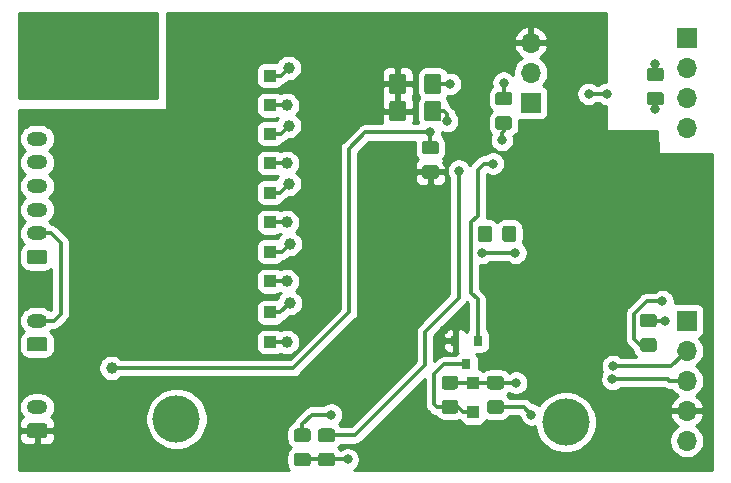
<source format=gbr>
G04 #@! TF.GenerationSoftware,KiCad,Pcbnew,5.1.5-52549c5~84~ubuntu18.04.1*
G04 #@! TF.CreationDate,2020-01-08T12:56:45+02:00*
G04 #@! TF.ProjectId,bq76920,62713736-3932-4302-9e6b-696361645f70,rev?*
G04 #@! TF.SameCoordinates,Original*
G04 #@! TF.FileFunction,Copper,L2,Bot*
G04 #@! TF.FilePolarity,Positive*
%FSLAX46Y46*%
G04 Gerber Fmt 4.6, Leading zero omitted, Abs format (unit mm)*
G04 Created by KiCad (PCBNEW 5.1.5-52549c5~84~ubuntu18.04.1) date 2020-01-08 12:56:45*
%MOMM*%
%LPD*%
G04 APERTURE LIST*
%ADD10R,1.700000X1.700000*%
%ADD11O,1.700000X1.700000*%
%ADD12C,0.100000*%
%ADD13O,1.750000X1.200000*%
%ADD14R,0.800000X0.900000*%
%ADD15C,4.000000*%
%ADD16R,1.000000X1.000000*%
%ADD17C,0.800000*%
%ADD18C,1.000000*%
%ADD19C,0.300000*%
%ADD20C,0.254000*%
G04 APERTURE END LIST*
D10*
X64000000Y-28240000D03*
D11*
X64000000Y-25700000D03*
X64000000Y-23160000D03*
G04 #@! TA.AperFunction,SMDPad,CuDef*
D12*
G36*
X75024505Y-25276204D02*
G01*
X75048773Y-25279804D01*
X75072572Y-25285765D01*
X75095671Y-25294030D01*
X75117850Y-25304520D01*
X75138893Y-25317132D01*
X75158599Y-25331747D01*
X75176777Y-25348223D01*
X75193253Y-25366401D01*
X75207868Y-25386107D01*
X75220480Y-25407150D01*
X75230970Y-25429329D01*
X75239235Y-25452428D01*
X75245196Y-25476227D01*
X75248796Y-25500495D01*
X75250000Y-25524999D01*
X75250000Y-26175001D01*
X75248796Y-26199505D01*
X75245196Y-26223773D01*
X75239235Y-26247572D01*
X75230970Y-26270671D01*
X75220480Y-26292850D01*
X75207868Y-26313893D01*
X75193253Y-26333599D01*
X75176777Y-26351777D01*
X75158599Y-26368253D01*
X75138893Y-26382868D01*
X75117850Y-26395480D01*
X75095671Y-26405970D01*
X75072572Y-26414235D01*
X75048773Y-26420196D01*
X75024505Y-26423796D01*
X75000001Y-26425000D01*
X74099999Y-26425000D01*
X74075495Y-26423796D01*
X74051227Y-26420196D01*
X74027428Y-26414235D01*
X74004329Y-26405970D01*
X73982150Y-26395480D01*
X73961107Y-26382868D01*
X73941401Y-26368253D01*
X73923223Y-26351777D01*
X73906747Y-26333599D01*
X73892132Y-26313893D01*
X73879520Y-26292850D01*
X73869030Y-26270671D01*
X73860765Y-26247572D01*
X73854804Y-26223773D01*
X73851204Y-26199505D01*
X73850000Y-26175001D01*
X73850000Y-25524999D01*
X73851204Y-25500495D01*
X73854804Y-25476227D01*
X73860765Y-25452428D01*
X73869030Y-25429329D01*
X73879520Y-25407150D01*
X73892132Y-25386107D01*
X73906747Y-25366401D01*
X73923223Y-25348223D01*
X73941401Y-25331747D01*
X73961107Y-25317132D01*
X73982150Y-25304520D01*
X74004329Y-25294030D01*
X74027428Y-25285765D01*
X74051227Y-25279804D01*
X74075495Y-25276204D01*
X74099999Y-25275000D01*
X75000001Y-25275000D01*
X75024505Y-25276204D01*
G37*
G04 #@! TD.AperFunction*
G04 #@! TA.AperFunction,SMDPad,CuDef*
G36*
X75024505Y-27326204D02*
G01*
X75048773Y-27329804D01*
X75072572Y-27335765D01*
X75095671Y-27344030D01*
X75117850Y-27354520D01*
X75138893Y-27367132D01*
X75158599Y-27381747D01*
X75176777Y-27398223D01*
X75193253Y-27416401D01*
X75207868Y-27436107D01*
X75220480Y-27457150D01*
X75230970Y-27479329D01*
X75239235Y-27502428D01*
X75245196Y-27526227D01*
X75248796Y-27550495D01*
X75250000Y-27574999D01*
X75250000Y-28225001D01*
X75248796Y-28249505D01*
X75245196Y-28273773D01*
X75239235Y-28297572D01*
X75230970Y-28320671D01*
X75220480Y-28342850D01*
X75207868Y-28363893D01*
X75193253Y-28383599D01*
X75176777Y-28401777D01*
X75158599Y-28418253D01*
X75138893Y-28432868D01*
X75117850Y-28445480D01*
X75095671Y-28455970D01*
X75072572Y-28464235D01*
X75048773Y-28470196D01*
X75024505Y-28473796D01*
X75000001Y-28475000D01*
X74099999Y-28475000D01*
X74075495Y-28473796D01*
X74051227Y-28470196D01*
X74027428Y-28464235D01*
X74004329Y-28455970D01*
X73982150Y-28445480D01*
X73961107Y-28432868D01*
X73941401Y-28418253D01*
X73923223Y-28401777D01*
X73906747Y-28383599D01*
X73892132Y-28363893D01*
X73879520Y-28342850D01*
X73869030Y-28320671D01*
X73860765Y-28297572D01*
X73854804Y-28273773D01*
X73851204Y-28249505D01*
X73850000Y-28225001D01*
X73850000Y-27574999D01*
X73851204Y-27550495D01*
X73854804Y-27526227D01*
X73860765Y-27502428D01*
X73869030Y-27479329D01*
X73879520Y-27457150D01*
X73892132Y-27436107D01*
X73906747Y-27416401D01*
X73923223Y-27398223D01*
X73941401Y-27381747D01*
X73961107Y-27367132D01*
X73982150Y-27354520D01*
X74004329Y-27344030D01*
X74027428Y-27335765D01*
X74051227Y-27329804D01*
X74075495Y-27326204D01*
X74099999Y-27325000D01*
X75000001Y-27325000D01*
X75024505Y-27326204D01*
G37*
G04 #@! TD.AperFunction*
G04 #@! TA.AperFunction,SMDPad,CuDef*
G36*
X55974505Y-31476204D02*
G01*
X55998773Y-31479804D01*
X56022572Y-31485765D01*
X56045671Y-31494030D01*
X56067850Y-31504520D01*
X56088893Y-31517132D01*
X56108599Y-31531747D01*
X56126777Y-31548223D01*
X56143253Y-31566401D01*
X56157868Y-31586107D01*
X56170480Y-31607150D01*
X56180970Y-31629329D01*
X56189235Y-31652428D01*
X56195196Y-31676227D01*
X56198796Y-31700495D01*
X56200000Y-31724999D01*
X56200000Y-32375001D01*
X56198796Y-32399505D01*
X56195196Y-32423773D01*
X56189235Y-32447572D01*
X56180970Y-32470671D01*
X56170480Y-32492850D01*
X56157868Y-32513893D01*
X56143253Y-32533599D01*
X56126777Y-32551777D01*
X56108599Y-32568253D01*
X56088893Y-32582868D01*
X56067850Y-32595480D01*
X56045671Y-32605970D01*
X56022572Y-32614235D01*
X55998773Y-32620196D01*
X55974505Y-32623796D01*
X55950001Y-32625000D01*
X55049999Y-32625000D01*
X55025495Y-32623796D01*
X55001227Y-32620196D01*
X54977428Y-32614235D01*
X54954329Y-32605970D01*
X54932150Y-32595480D01*
X54911107Y-32582868D01*
X54891401Y-32568253D01*
X54873223Y-32551777D01*
X54856747Y-32533599D01*
X54842132Y-32513893D01*
X54829520Y-32492850D01*
X54819030Y-32470671D01*
X54810765Y-32447572D01*
X54804804Y-32423773D01*
X54801204Y-32399505D01*
X54800000Y-32375001D01*
X54800000Y-31724999D01*
X54801204Y-31700495D01*
X54804804Y-31676227D01*
X54810765Y-31652428D01*
X54819030Y-31629329D01*
X54829520Y-31607150D01*
X54842132Y-31586107D01*
X54856747Y-31566401D01*
X54873223Y-31548223D01*
X54891401Y-31531747D01*
X54911107Y-31517132D01*
X54932150Y-31504520D01*
X54954329Y-31494030D01*
X54977428Y-31485765D01*
X55001227Y-31479804D01*
X55025495Y-31476204D01*
X55049999Y-31475000D01*
X55950001Y-31475000D01*
X55974505Y-31476204D01*
G37*
G04 #@! TD.AperFunction*
G04 #@! TA.AperFunction,SMDPad,CuDef*
G36*
X55974505Y-33526204D02*
G01*
X55998773Y-33529804D01*
X56022572Y-33535765D01*
X56045671Y-33544030D01*
X56067850Y-33554520D01*
X56088893Y-33567132D01*
X56108599Y-33581747D01*
X56126777Y-33598223D01*
X56143253Y-33616401D01*
X56157868Y-33636107D01*
X56170480Y-33657150D01*
X56180970Y-33679329D01*
X56189235Y-33702428D01*
X56195196Y-33726227D01*
X56198796Y-33750495D01*
X56200000Y-33774999D01*
X56200000Y-34425001D01*
X56198796Y-34449505D01*
X56195196Y-34473773D01*
X56189235Y-34497572D01*
X56180970Y-34520671D01*
X56170480Y-34542850D01*
X56157868Y-34563893D01*
X56143253Y-34583599D01*
X56126777Y-34601777D01*
X56108599Y-34618253D01*
X56088893Y-34632868D01*
X56067850Y-34645480D01*
X56045671Y-34655970D01*
X56022572Y-34664235D01*
X55998773Y-34670196D01*
X55974505Y-34673796D01*
X55950001Y-34675000D01*
X55049999Y-34675000D01*
X55025495Y-34673796D01*
X55001227Y-34670196D01*
X54977428Y-34664235D01*
X54954329Y-34655970D01*
X54932150Y-34645480D01*
X54911107Y-34632868D01*
X54891401Y-34618253D01*
X54873223Y-34601777D01*
X54856747Y-34583599D01*
X54842132Y-34563893D01*
X54829520Y-34542850D01*
X54819030Y-34520671D01*
X54810765Y-34497572D01*
X54804804Y-34473773D01*
X54801204Y-34449505D01*
X54800000Y-34425001D01*
X54800000Y-33774999D01*
X54801204Y-33750495D01*
X54804804Y-33726227D01*
X54810765Y-33702428D01*
X54819030Y-33679329D01*
X54829520Y-33657150D01*
X54842132Y-33636107D01*
X54856747Y-33616401D01*
X54873223Y-33598223D01*
X54891401Y-33581747D01*
X54911107Y-33567132D01*
X54932150Y-33554520D01*
X54954329Y-33544030D01*
X54977428Y-33535765D01*
X55001227Y-33529804D01*
X55025495Y-33526204D01*
X55049999Y-33525000D01*
X55950001Y-33525000D01*
X55974505Y-33526204D01*
G37*
G04 #@! TD.AperFunction*
G04 #@! TA.AperFunction,ComponentPad*
G36*
X22849505Y-40701204D02*
G01*
X22873773Y-40704804D01*
X22897572Y-40710765D01*
X22920671Y-40719030D01*
X22942850Y-40729520D01*
X22963893Y-40742132D01*
X22983599Y-40756747D01*
X23001777Y-40773223D01*
X23018253Y-40791401D01*
X23032868Y-40811107D01*
X23045480Y-40832150D01*
X23055970Y-40854329D01*
X23064235Y-40877428D01*
X23070196Y-40901227D01*
X23073796Y-40925495D01*
X23075000Y-40949999D01*
X23075000Y-41650001D01*
X23073796Y-41674505D01*
X23070196Y-41698773D01*
X23064235Y-41722572D01*
X23055970Y-41745671D01*
X23045480Y-41767850D01*
X23032868Y-41788893D01*
X23018253Y-41808599D01*
X23001777Y-41826777D01*
X22983599Y-41843253D01*
X22963893Y-41857868D01*
X22942850Y-41870480D01*
X22920671Y-41880970D01*
X22897572Y-41889235D01*
X22873773Y-41895196D01*
X22849505Y-41898796D01*
X22825001Y-41900000D01*
X21574999Y-41900000D01*
X21550495Y-41898796D01*
X21526227Y-41895196D01*
X21502428Y-41889235D01*
X21479329Y-41880970D01*
X21457150Y-41870480D01*
X21436107Y-41857868D01*
X21416401Y-41843253D01*
X21398223Y-41826777D01*
X21381747Y-41808599D01*
X21367132Y-41788893D01*
X21354520Y-41767850D01*
X21344030Y-41745671D01*
X21335765Y-41722572D01*
X21329804Y-41698773D01*
X21326204Y-41674505D01*
X21325000Y-41650001D01*
X21325000Y-40949999D01*
X21326204Y-40925495D01*
X21329804Y-40901227D01*
X21335765Y-40877428D01*
X21344030Y-40854329D01*
X21354520Y-40832150D01*
X21367132Y-40811107D01*
X21381747Y-40791401D01*
X21398223Y-40773223D01*
X21416401Y-40756747D01*
X21436107Y-40742132D01*
X21457150Y-40729520D01*
X21479329Y-40719030D01*
X21502428Y-40710765D01*
X21526227Y-40704804D01*
X21550495Y-40701204D01*
X21574999Y-40700000D01*
X22825001Y-40700000D01*
X22849505Y-40701204D01*
G37*
G04 #@! TD.AperFunction*
D13*
X22200000Y-39300000D03*
X22200000Y-37300000D03*
X22200000Y-35300000D03*
X22200000Y-33300000D03*
X22200000Y-31300000D03*
G04 #@! TA.AperFunction,ComponentPad*
D12*
G36*
X22849505Y-55401204D02*
G01*
X22873773Y-55404804D01*
X22897572Y-55410765D01*
X22920671Y-55419030D01*
X22942850Y-55429520D01*
X22963893Y-55442132D01*
X22983599Y-55456747D01*
X23001777Y-55473223D01*
X23018253Y-55491401D01*
X23032868Y-55511107D01*
X23045480Y-55532150D01*
X23055970Y-55554329D01*
X23064235Y-55577428D01*
X23070196Y-55601227D01*
X23073796Y-55625495D01*
X23075000Y-55649999D01*
X23075000Y-56350001D01*
X23073796Y-56374505D01*
X23070196Y-56398773D01*
X23064235Y-56422572D01*
X23055970Y-56445671D01*
X23045480Y-56467850D01*
X23032868Y-56488893D01*
X23018253Y-56508599D01*
X23001777Y-56526777D01*
X22983599Y-56543253D01*
X22963893Y-56557868D01*
X22942850Y-56570480D01*
X22920671Y-56580970D01*
X22897572Y-56589235D01*
X22873773Y-56595196D01*
X22849505Y-56598796D01*
X22825001Y-56600000D01*
X21574999Y-56600000D01*
X21550495Y-56598796D01*
X21526227Y-56595196D01*
X21502428Y-56589235D01*
X21479329Y-56580970D01*
X21457150Y-56570480D01*
X21436107Y-56557868D01*
X21416401Y-56543253D01*
X21398223Y-56526777D01*
X21381747Y-56508599D01*
X21367132Y-56488893D01*
X21354520Y-56467850D01*
X21344030Y-56445671D01*
X21335765Y-56422572D01*
X21329804Y-56398773D01*
X21326204Y-56374505D01*
X21325000Y-56350001D01*
X21325000Y-55649999D01*
X21326204Y-55625495D01*
X21329804Y-55601227D01*
X21335765Y-55577428D01*
X21344030Y-55554329D01*
X21354520Y-55532150D01*
X21367132Y-55511107D01*
X21381747Y-55491401D01*
X21398223Y-55473223D01*
X21416401Y-55456747D01*
X21436107Y-55442132D01*
X21457150Y-55429520D01*
X21479329Y-55419030D01*
X21502428Y-55410765D01*
X21526227Y-55404804D01*
X21550495Y-55401204D01*
X21574999Y-55400000D01*
X22825001Y-55400000D01*
X22849505Y-55401204D01*
G37*
G04 #@! TD.AperFunction*
D13*
X22200000Y-54000000D03*
X22200000Y-46700000D03*
G04 #@! TA.AperFunction,ComponentPad*
D12*
G36*
X22849505Y-48101204D02*
G01*
X22873773Y-48104804D01*
X22897572Y-48110765D01*
X22920671Y-48119030D01*
X22942850Y-48129520D01*
X22963893Y-48142132D01*
X22983599Y-48156747D01*
X23001777Y-48173223D01*
X23018253Y-48191401D01*
X23032868Y-48211107D01*
X23045480Y-48232150D01*
X23055970Y-48254329D01*
X23064235Y-48277428D01*
X23070196Y-48301227D01*
X23073796Y-48325495D01*
X23075000Y-48349999D01*
X23075000Y-49050001D01*
X23073796Y-49074505D01*
X23070196Y-49098773D01*
X23064235Y-49122572D01*
X23055970Y-49145671D01*
X23045480Y-49167850D01*
X23032868Y-49188893D01*
X23018253Y-49208599D01*
X23001777Y-49226777D01*
X22983599Y-49243253D01*
X22963893Y-49257868D01*
X22942850Y-49270480D01*
X22920671Y-49280970D01*
X22897572Y-49289235D01*
X22873773Y-49295196D01*
X22849505Y-49298796D01*
X22825001Y-49300000D01*
X21574999Y-49300000D01*
X21550495Y-49298796D01*
X21526227Y-49295196D01*
X21502428Y-49289235D01*
X21479329Y-49280970D01*
X21457150Y-49270480D01*
X21436107Y-49257868D01*
X21416401Y-49243253D01*
X21398223Y-49226777D01*
X21381747Y-49208599D01*
X21367132Y-49188893D01*
X21354520Y-49167850D01*
X21344030Y-49145671D01*
X21335765Y-49122572D01*
X21329804Y-49098773D01*
X21326204Y-49074505D01*
X21325000Y-49050001D01*
X21325000Y-48349999D01*
X21326204Y-48325495D01*
X21329804Y-48301227D01*
X21335765Y-48277428D01*
X21344030Y-48254329D01*
X21354520Y-48232150D01*
X21367132Y-48211107D01*
X21381747Y-48191401D01*
X21398223Y-48173223D01*
X21416401Y-48156747D01*
X21436107Y-48142132D01*
X21457150Y-48129520D01*
X21479329Y-48119030D01*
X21502428Y-48110765D01*
X21526227Y-48104804D01*
X21550495Y-48101204D01*
X21574999Y-48100000D01*
X22825001Y-48100000D01*
X22849505Y-48101204D01*
G37*
G04 #@! TD.AperFunction*
D14*
X57600000Y-48400000D03*
X59500000Y-48400000D03*
X58550000Y-50400000D03*
G04 #@! TA.AperFunction,SMDPad,CuDef*
D12*
G36*
X45124505Y-55826204D02*
G01*
X45148773Y-55829804D01*
X45172572Y-55835765D01*
X45195671Y-55844030D01*
X45217850Y-55854520D01*
X45238893Y-55867132D01*
X45258599Y-55881747D01*
X45276777Y-55898223D01*
X45293253Y-55916401D01*
X45307868Y-55936107D01*
X45320480Y-55957150D01*
X45330970Y-55979329D01*
X45339235Y-56002428D01*
X45345196Y-56026227D01*
X45348796Y-56050495D01*
X45350000Y-56074999D01*
X45350000Y-56725001D01*
X45348796Y-56749505D01*
X45345196Y-56773773D01*
X45339235Y-56797572D01*
X45330970Y-56820671D01*
X45320480Y-56842850D01*
X45307868Y-56863893D01*
X45293253Y-56883599D01*
X45276777Y-56901777D01*
X45258599Y-56918253D01*
X45238893Y-56932868D01*
X45217850Y-56945480D01*
X45195671Y-56955970D01*
X45172572Y-56964235D01*
X45148773Y-56970196D01*
X45124505Y-56973796D01*
X45100001Y-56975000D01*
X44199999Y-56975000D01*
X44175495Y-56973796D01*
X44151227Y-56970196D01*
X44127428Y-56964235D01*
X44104329Y-56955970D01*
X44082150Y-56945480D01*
X44061107Y-56932868D01*
X44041401Y-56918253D01*
X44023223Y-56901777D01*
X44006747Y-56883599D01*
X43992132Y-56863893D01*
X43979520Y-56842850D01*
X43969030Y-56820671D01*
X43960765Y-56797572D01*
X43954804Y-56773773D01*
X43951204Y-56749505D01*
X43950000Y-56725001D01*
X43950000Y-56074999D01*
X43951204Y-56050495D01*
X43954804Y-56026227D01*
X43960765Y-56002428D01*
X43969030Y-55979329D01*
X43979520Y-55957150D01*
X43992132Y-55936107D01*
X44006747Y-55916401D01*
X44023223Y-55898223D01*
X44041401Y-55881747D01*
X44061107Y-55867132D01*
X44082150Y-55854520D01*
X44104329Y-55844030D01*
X44127428Y-55835765D01*
X44151227Y-55829804D01*
X44175495Y-55826204D01*
X44199999Y-55825000D01*
X45100001Y-55825000D01*
X45124505Y-55826204D01*
G37*
G04 #@! TD.AperFunction*
G04 #@! TA.AperFunction,SMDPad,CuDef*
G36*
X45124505Y-57876204D02*
G01*
X45148773Y-57879804D01*
X45172572Y-57885765D01*
X45195671Y-57894030D01*
X45217850Y-57904520D01*
X45238893Y-57917132D01*
X45258599Y-57931747D01*
X45276777Y-57948223D01*
X45293253Y-57966401D01*
X45307868Y-57986107D01*
X45320480Y-58007150D01*
X45330970Y-58029329D01*
X45339235Y-58052428D01*
X45345196Y-58076227D01*
X45348796Y-58100495D01*
X45350000Y-58124999D01*
X45350000Y-58775001D01*
X45348796Y-58799505D01*
X45345196Y-58823773D01*
X45339235Y-58847572D01*
X45330970Y-58870671D01*
X45320480Y-58892850D01*
X45307868Y-58913893D01*
X45293253Y-58933599D01*
X45276777Y-58951777D01*
X45258599Y-58968253D01*
X45238893Y-58982868D01*
X45217850Y-58995480D01*
X45195671Y-59005970D01*
X45172572Y-59014235D01*
X45148773Y-59020196D01*
X45124505Y-59023796D01*
X45100001Y-59025000D01*
X44199999Y-59025000D01*
X44175495Y-59023796D01*
X44151227Y-59020196D01*
X44127428Y-59014235D01*
X44104329Y-59005970D01*
X44082150Y-58995480D01*
X44061107Y-58982868D01*
X44041401Y-58968253D01*
X44023223Y-58951777D01*
X44006747Y-58933599D01*
X43992132Y-58913893D01*
X43979520Y-58892850D01*
X43969030Y-58870671D01*
X43960765Y-58847572D01*
X43954804Y-58823773D01*
X43951204Y-58799505D01*
X43950000Y-58775001D01*
X43950000Y-58124999D01*
X43951204Y-58100495D01*
X43954804Y-58076227D01*
X43960765Y-58052428D01*
X43969030Y-58029329D01*
X43979520Y-58007150D01*
X43992132Y-57986107D01*
X44006747Y-57966401D01*
X44023223Y-57948223D01*
X44041401Y-57931747D01*
X44061107Y-57917132D01*
X44082150Y-57904520D01*
X44104329Y-57894030D01*
X44127428Y-57885765D01*
X44151227Y-57879804D01*
X44175495Y-57876204D01*
X44199999Y-57875000D01*
X45100001Y-57875000D01*
X45124505Y-57876204D01*
G37*
G04 #@! TD.AperFunction*
G04 #@! TA.AperFunction,SMDPad,CuDef*
G36*
X47174505Y-55826204D02*
G01*
X47198773Y-55829804D01*
X47222572Y-55835765D01*
X47245671Y-55844030D01*
X47267850Y-55854520D01*
X47288893Y-55867132D01*
X47308599Y-55881747D01*
X47326777Y-55898223D01*
X47343253Y-55916401D01*
X47357868Y-55936107D01*
X47370480Y-55957150D01*
X47380970Y-55979329D01*
X47389235Y-56002428D01*
X47395196Y-56026227D01*
X47398796Y-56050495D01*
X47400000Y-56074999D01*
X47400000Y-56725001D01*
X47398796Y-56749505D01*
X47395196Y-56773773D01*
X47389235Y-56797572D01*
X47380970Y-56820671D01*
X47370480Y-56842850D01*
X47357868Y-56863893D01*
X47343253Y-56883599D01*
X47326777Y-56901777D01*
X47308599Y-56918253D01*
X47288893Y-56932868D01*
X47267850Y-56945480D01*
X47245671Y-56955970D01*
X47222572Y-56964235D01*
X47198773Y-56970196D01*
X47174505Y-56973796D01*
X47150001Y-56975000D01*
X46249999Y-56975000D01*
X46225495Y-56973796D01*
X46201227Y-56970196D01*
X46177428Y-56964235D01*
X46154329Y-56955970D01*
X46132150Y-56945480D01*
X46111107Y-56932868D01*
X46091401Y-56918253D01*
X46073223Y-56901777D01*
X46056747Y-56883599D01*
X46042132Y-56863893D01*
X46029520Y-56842850D01*
X46019030Y-56820671D01*
X46010765Y-56797572D01*
X46004804Y-56773773D01*
X46001204Y-56749505D01*
X46000000Y-56725001D01*
X46000000Y-56074999D01*
X46001204Y-56050495D01*
X46004804Y-56026227D01*
X46010765Y-56002428D01*
X46019030Y-55979329D01*
X46029520Y-55957150D01*
X46042132Y-55936107D01*
X46056747Y-55916401D01*
X46073223Y-55898223D01*
X46091401Y-55881747D01*
X46111107Y-55867132D01*
X46132150Y-55854520D01*
X46154329Y-55844030D01*
X46177428Y-55835765D01*
X46201227Y-55829804D01*
X46225495Y-55826204D01*
X46249999Y-55825000D01*
X47150001Y-55825000D01*
X47174505Y-55826204D01*
G37*
G04 #@! TD.AperFunction*
G04 #@! TA.AperFunction,SMDPad,CuDef*
G36*
X47174505Y-57876204D02*
G01*
X47198773Y-57879804D01*
X47222572Y-57885765D01*
X47245671Y-57894030D01*
X47267850Y-57904520D01*
X47288893Y-57917132D01*
X47308599Y-57931747D01*
X47326777Y-57948223D01*
X47343253Y-57966401D01*
X47357868Y-57986107D01*
X47370480Y-58007150D01*
X47380970Y-58029329D01*
X47389235Y-58052428D01*
X47395196Y-58076227D01*
X47398796Y-58100495D01*
X47400000Y-58124999D01*
X47400000Y-58775001D01*
X47398796Y-58799505D01*
X47395196Y-58823773D01*
X47389235Y-58847572D01*
X47380970Y-58870671D01*
X47370480Y-58892850D01*
X47357868Y-58913893D01*
X47343253Y-58933599D01*
X47326777Y-58951777D01*
X47308599Y-58968253D01*
X47288893Y-58982868D01*
X47267850Y-58995480D01*
X47245671Y-59005970D01*
X47222572Y-59014235D01*
X47198773Y-59020196D01*
X47174505Y-59023796D01*
X47150001Y-59025000D01*
X46249999Y-59025000D01*
X46225495Y-59023796D01*
X46201227Y-59020196D01*
X46177428Y-59014235D01*
X46154329Y-59005970D01*
X46132150Y-58995480D01*
X46111107Y-58982868D01*
X46091401Y-58968253D01*
X46073223Y-58951777D01*
X46056747Y-58933599D01*
X46042132Y-58913893D01*
X46029520Y-58892850D01*
X46019030Y-58870671D01*
X46010765Y-58847572D01*
X46004804Y-58823773D01*
X46001204Y-58799505D01*
X46000000Y-58775001D01*
X46000000Y-58124999D01*
X46001204Y-58100495D01*
X46004804Y-58076227D01*
X46010765Y-58052428D01*
X46019030Y-58029329D01*
X46029520Y-58007150D01*
X46042132Y-57986107D01*
X46056747Y-57966401D01*
X46073223Y-57948223D01*
X46091401Y-57931747D01*
X46111107Y-57917132D01*
X46132150Y-57904520D01*
X46154329Y-57894030D01*
X46177428Y-57885765D01*
X46201227Y-57879804D01*
X46225495Y-57876204D01*
X46249999Y-57875000D01*
X47150001Y-57875000D01*
X47174505Y-57876204D01*
G37*
G04 #@! TD.AperFunction*
G04 #@! TA.AperFunction,SMDPad,CuDef*
G36*
X57624505Y-53426204D02*
G01*
X57648773Y-53429804D01*
X57672572Y-53435765D01*
X57695671Y-53444030D01*
X57717850Y-53454520D01*
X57738893Y-53467132D01*
X57758599Y-53481747D01*
X57776777Y-53498223D01*
X57793253Y-53516401D01*
X57807868Y-53536107D01*
X57820480Y-53557150D01*
X57830970Y-53579329D01*
X57839235Y-53602428D01*
X57845196Y-53626227D01*
X57848796Y-53650495D01*
X57850000Y-53674999D01*
X57850000Y-54325001D01*
X57848796Y-54349505D01*
X57845196Y-54373773D01*
X57839235Y-54397572D01*
X57830970Y-54420671D01*
X57820480Y-54442850D01*
X57807868Y-54463893D01*
X57793253Y-54483599D01*
X57776777Y-54501777D01*
X57758599Y-54518253D01*
X57738893Y-54532868D01*
X57717850Y-54545480D01*
X57695671Y-54555970D01*
X57672572Y-54564235D01*
X57648773Y-54570196D01*
X57624505Y-54573796D01*
X57600001Y-54575000D01*
X56699999Y-54575000D01*
X56675495Y-54573796D01*
X56651227Y-54570196D01*
X56627428Y-54564235D01*
X56604329Y-54555970D01*
X56582150Y-54545480D01*
X56561107Y-54532868D01*
X56541401Y-54518253D01*
X56523223Y-54501777D01*
X56506747Y-54483599D01*
X56492132Y-54463893D01*
X56479520Y-54442850D01*
X56469030Y-54420671D01*
X56460765Y-54397572D01*
X56454804Y-54373773D01*
X56451204Y-54349505D01*
X56450000Y-54325001D01*
X56450000Y-53674999D01*
X56451204Y-53650495D01*
X56454804Y-53626227D01*
X56460765Y-53602428D01*
X56469030Y-53579329D01*
X56479520Y-53557150D01*
X56492132Y-53536107D01*
X56506747Y-53516401D01*
X56523223Y-53498223D01*
X56541401Y-53481747D01*
X56561107Y-53467132D01*
X56582150Y-53454520D01*
X56604329Y-53444030D01*
X56627428Y-53435765D01*
X56651227Y-53429804D01*
X56675495Y-53426204D01*
X56699999Y-53425000D01*
X57600001Y-53425000D01*
X57624505Y-53426204D01*
G37*
G04 #@! TD.AperFunction*
G04 #@! TA.AperFunction,SMDPad,CuDef*
G36*
X57624505Y-51376204D02*
G01*
X57648773Y-51379804D01*
X57672572Y-51385765D01*
X57695671Y-51394030D01*
X57717850Y-51404520D01*
X57738893Y-51417132D01*
X57758599Y-51431747D01*
X57776777Y-51448223D01*
X57793253Y-51466401D01*
X57807868Y-51486107D01*
X57820480Y-51507150D01*
X57830970Y-51529329D01*
X57839235Y-51552428D01*
X57845196Y-51576227D01*
X57848796Y-51600495D01*
X57850000Y-51624999D01*
X57850000Y-52275001D01*
X57848796Y-52299505D01*
X57845196Y-52323773D01*
X57839235Y-52347572D01*
X57830970Y-52370671D01*
X57820480Y-52392850D01*
X57807868Y-52413893D01*
X57793253Y-52433599D01*
X57776777Y-52451777D01*
X57758599Y-52468253D01*
X57738893Y-52482868D01*
X57717850Y-52495480D01*
X57695671Y-52505970D01*
X57672572Y-52514235D01*
X57648773Y-52520196D01*
X57624505Y-52523796D01*
X57600001Y-52525000D01*
X56699999Y-52525000D01*
X56675495Y-52523796D01*
X56651227Y-52520196D01*
X56627428Y-52514235D01*
X56604329Y-52505970D01*
X56582150Y-52495480D01*
X56561107Y-52482868D01*
X56541401Y-52468253D01*
X56523223Y-52451777D01*
X56506747Y-52433599D01*
X56492132Y-52413893D01*
X56479520Y-52392850D01*
X56469030Y-52370671D01*
X56460765Y-52347572D01*
X56454804Y-52323773D01*
X56451204Y-52299505D01*
X56450000Y-52275001D01*
X56450000Y-51624999D01*
X56451204Y-51600495D01*
X56454804Y-51576227D01*
X56460765Y-51552428D01*
X56469030Y-51529329D01*
X56479520Y-51507150D01*
X56492132Y-51486107D01*
X56506747Y-51466401D01*
X56523223Y-51448223D01*
X56541401Y-51431747D01*
X56561107Y-51417132D01*
X56582150Y-51404520D01*
X56604329Y-51394030D01*
X56627428Y-51385765D01*
X56651227Y-51379804D01*
X56675495Y-51376204D01*
X56699999Y-51375000D01*
X57600001Y-51375000D01*
X57624505Y-51376204D01*
G37*
G04 #@! TD.AperFunction*
G04 #@! TA.AperFunction,SMDPad,CuDef*
G36*
X61474505Y-53426204D02*
G01*
X61498773Y-53429804D01*
X61522572Y-53435765D01*
X61545671Y-53444030D01*
X61567850Y-53454520D01*
X61588893Y-53467132D01*
X61608599Y-53481747D01*
X61626777Y-53498223D01*
X61643253Y-53516401D01*
X61657868Y-53536107D01*
X61670480Y-53557150D01*
X61680970Y-53579329D01*
X61689235Y-53602428D01*
X61695196Y-53626227D01*
X61698796Y-53650495D01*
X61700000Y-53674999D01*
X61700000Y-54325001D01*
X61698796Y-54349505D01*
X61695196Y-54373773D01*
X61689235Y-54397572D01*
X61680970Y-54420671D01*
X61670480Y-54442850D01*
X61657868Y-54463893D01*
X61643253Y-54483599D01*
X61626777Y-54501777D01*
X61608599Y-54518253D01*
X61588893Y-54532868D01*
X61567850Y-54545480D01*
X61545671Y-54555970D01*
X61522572Y-54564235D01*
X61498773Y-54570196D01*
X61474505Y-54573796D01*
X61450001Y-54575000D01*
X60549999Y-54575000D01*
X60525495Y-54573796D01*
X60501227Y-54570196D01*
X60477428Y-54564235D01*
X60454329Y-54555970D01*
X60432150Y-54545480D01*
X60411107Y-54532868D01*
X60391401Y-54518253D01*
X60373223Y-54501777D01*
X60356747Y-54483599D01*
X60342132Y-54463893D01*
X60329520Y-54442850D01*
X60319030Y-54420671D01*
X60310765Y-54397572D01*
X60304804Y-54373773D01*
X60301204Y-54349505D01*
X60300000Y-54325001D01*
X60300000Y-53674999D01*
X60301204Y-53650495D01*
X60304804Y-53626227D01*
X60310765Y-53602428D01*
X60319030Y-53579329D01*
X60329520Y-53557150D01*
X60342132Y-53536107D01*
X60356747Y-53516401D01*
X60373223Y-53498223D01*
X60391401Y-53481747D01*
X60411107Y-53467132D01*
X60432150Y-53454520D01*
X60454329Y-53444030D01*
X60477428Y-53435765D01*
X60501227Y-53429804D01*
X60525495Y-53426204D01*
X60549999Y-53425000D01*
X61450001Y-53425000D01*
X61474505Y-53426204D01*
G37*
G04 #@! TD.AperFunction*
G04 #@! TA.AperFunction,SMDPad,CuDef*
G36*
X61474505Y-51376204D02*
G01*
X61498773Y-51379804D01*
X61522572Y-51385765D01*
X61545671Y-51394030D01*
X61567850Y-51404520D01*
X61588893Y-51417132D01*
X61608599Y-51431747D01*
X61626777Y-51448223D01*
X61643253Y-51466401D01*
X61657868Y-51486107D01*
X61670480Y-51507150D01*
X61680970Y-51529329D01*
X61689235Y-51552428D01*
X61695196Y-51576227D01*
X61698796Y-51600495D01*
X61700000Y-51624999D01*
X61700000Y-52275001D01*
X61698796Y-52299505D01*
X61695196Y-52323773D01*
X61689235Y-52347572D01*
X61680970Y-52370671D01*
X61670480Y-52392850D01*
X61657868Y-52413893D01*
X61643253Y-52433599D01*
X61626777Y-52451777D01*
X61608599Y-52468253D01*
X61588893Y-52482868D01*
X61567850Y-52495480D01*
X61545671Y-52505970D01*
X61522572Y-52514235D01*
X61498773Y-52520196D01*
X61474505Y-52523796D01*
X61450001Y-52525000D01*
X60549999Y-52525000D01*
X60525495Y-52523796D01*
X60501227Y-52520196D01*
X60477428Y-52514235D01*
X60454329Y-52505970D01*
X60432150Y-52495480D01*
X60411107Y-52482868D01*
X60391401Y-52468253D01*
X60373223Y-52451777D01*
X60356747Y-52433599D01*
X60342132Y-52413893D01*
X60329520Y-52392850D01*
X60319030Y-52370671D01*
X60310765Y-52347572D01*
X60304804Y-52323773D01*
X60301204Y-52299505D01*
X60300000Y-52275001D01*
X60300000Y-51624999D01*
X60301204Y-51600495D01*
X60304804Y-51576227D01*
X60310765Y-51552428D01*
X60319030Y-51529329D01*
X60329520Y-51507150D01*
X60342132Y-51486107D01*
X60356747Y-51466401D01*
X60373223Y-51448223D01*
X60391401Y-51431747D01*
X60411107Y-51417132D01*
X60432150Y-51404520D01*
X60454329Y-51394030D01*
X60477428Y-51385765D01*
X60501227Y-51379804D01*
X60525495Y-51376204D01*
X60549999Y-51375000D01*
X61450001Y-51375000D01*
X61474505Y-51376204D01*
G37*
G04 #@! TD.AperFunction*
G04 #@! TA.AperFunction,SMDPad,CuDef*
G36*
X62524505Y-38651204D02*
G01*
X62548773Y-38654804D01*
X62572572Y-38660765D01*
X62595671Y-38669030D01*
X62617850Y-38679520D01*
X62638893Y-38692132D01*
X62658599Y-38706747D01*
X62676777Y-38723223D01*
X62693253Y-38741401D01*
X62707868Y-38761107D01*
X62720480Y-38782150D01*
X62730970Y-38804329D01*
X62739235Y-38827428D01*
X62745196Y-38851227D01*
X62748796Y-38875495D01*
X62750000Y-38899999D01*
X62750000Y-39800001D01*
X62748796Y-39824505D01*
X62745196Y-39848773D01*
X62739235Y-39872572D01*
X62730970Y-39895671D01*
X62720480Y-39917850D01*
X62707868Y-39938893D01*
X62693253Y-39958599D01*
X62676777Y-39976777D01*
X62658599Y-39993253D01*
X62638893Y-40007868D01*
X62617850Y-40020480D01*
X62595671Y-40030970D01*
X62572572Y-40039235D01*
X62548773Y-40045196D01*
X62524505Y-40048796D01*
X62500001Y-40050000D01*
X61849999Y-40050000D01*
X61825495Y-40048796D01*
X61801227Y-40045196D01*
X61777428Y-40039235D01*
X61754329Y-40030970D01*
X61732150Y-40020480D01*
X61711107Y-40007868D01*
X61691401Y-39993253D01*
X61673223Y-39976777D01*
X61656747Y-39958599D01*
X61642132Y-39938893D01*
X61629520Y-39917850D01*
X61619030Y-39895671D01*
X61610765Y-39872572D01*
X61604804Y-39848773D01*
X61601204Y-39824505D01*
X61600000Y-39800001D01*
X61600000Y-38899999D01*
X61601204Y-38875495D01*
X61604804Y-38851227D01*
X61610765Y-38827428D01*
X61619030Y-38804329D01*
X61629520Y-38782150D01*
X61642132Y-38761107D01*
X61656747Y-38741401D01*
X61673223Y-38723223D01*
X61691401Y-38706747D01*
X61711107Y-38692132D01*
X61732150Y-38679520D01*
X61754329Y-38669030D01*
X61777428Y-38660765D01*
X61801227Y-38654804D01*
X61825495Y-38651204D01*
X61849999Y-38650000D01*
X62500001Y-38650000D01*
X62524505Y-38651204D01*
G37*
G04 #@! TD.AperFunction*
G04 #@! TA.AperFunction,SMDPad,CuDef*
G36*
X60474505Y-38651204D02*
G01*
X60498773Y-38654804D01*
X60522572Y-38660765D01*
X60545671Y-38669030D01*
X60567850Y-38679520D01*
X60588893Y-38692132D01*
X60608599Y-38706747D01*
X60626777Y-38723223D01*
X60643253Y-38741401D01*
X60657868Y-38761107D01*
X60670480Y-38782150D01*
X60680970Y-38804329D01*
X60689235Y-38827428D01*
X60695196Y-38851227D01*
X60698796Y-38875495D01*
X60700000Y-38899999D01*
X60700000Y-39800001D01*
X60698796Y-39824505D01*
X60695196Y-39848773D01*
X60689235Y-39872572D01*
X60680970Y-39895671D01*
X60670480Y-39917850D01*
X60657868Y-39938893D01*
X60643253Y-39958599D01*
X60626777Y-39976777D01*
X60608599Y-39993253D01*
X60588893Y-40007868D01*
X60567850Y-40020480D01*
X60545671Y-40030970D01*
X60522572Y-40039235D01*
X60498773Y-40045196D01*
X60474505Y-40048796D01*
X60450001Y-40050000D01*
X59799999Y-40050000D01*
X59775495Y-40048796D01*
X59751227Y-40045196D01*
X59727428Y-40039235D01*
X59704329Y-40030970D01*
X59682150Y-40020480D01*
X59661107Y-40007868D01*
X59641401Y-39993253D01*
X59623223Y-39976777D01*
X59606747Y-39958599D01*
X59592132Y-39938893D01*
X59579520Y-39917850D01*
X59569030Y-39895671D01*
X59560765Y-39872572D01*
X59554804Y-39848773D01*
X59551204Y-39824505D01*
X59550000Y-39800001D01*
X59550000Y-38899999D01*
X59551204Y-38875495D01*
X59554804Y-38851227D01*
X59560765Y-38827428D01*
X59569030Y-38804329D01*
X59579520Y-38782150D01*
X59592132Y-38761107D01*
X59606747Y-38741401D01*
X59623223Y-38723223D01*
X59641401Y-38706747D01*
X59661107Y-38692132D01*
X59682150Y-38679520D01*
X59704329Y-38669030D01*
X59727428Y-38660765D01*
X59751227Y-38654804D01*
X59775495Y-38651204D01*
X59799999Y-38650000D01*
X60450001Y-38650000D01*
X60474505Y-38651204D01*
G37*
G04 #@! TD.AperFunction*
G04 #@! TA.AperFunction,SMDPad,CuDef*
G36*
X62174505Y-29376204D02*
G01*
X62198773Y-29379804D01*
X62222572Y-29385765D01*
X62245671Y-29394030D01*
X62267850Y-29404520D01*
X62288893Y-29417132D01*
X62308599Y-29431747D01*
X62326777Y-29448223D01*
X62343253Y-29466401D01*
X62357868Y-29486107D01*
X62370480Y-29507150D01*
X62380970Y-29529329D01*
X62389235Y-29552428D01*
X62395196Y-29576227D01*
X62398796Y-29600495D01*
X62400000Y-29624999D01*
X62400000Y-30275001D01*
X62398796Y-30299505D01*
X62395196Y-30323773D01*
X62389235Y-30347572D01*
X62380970Y-30370671D01*
X62370480Y-30392850D01*
X62357868Y-30413893D01*
X62343253Y-30433599D01*
X62326777Y-30451777D01*
X62308599Y-30468253D01*
X62288893Y-30482868D01*
X62267850Y-30495480D01*
X62245671Y-30505970D01*
X62222572Y-30514235D01*
X62198773Y-30520196D01*
X62174505Y-30523796D01*
X62150001Y-30525000D01*
X61249999Y-30525000D01*
X61225495Y-30523796D01*
X61201227Y-30520196D01*
X61177428Y-30514235D01*
X61154329Y-30505970D01*
X61132150Y-30495480D01*
X61111107Y-30482868D01*
X61091401Y-30468253D01*
X61073223Y-30451777D01*
X61056747Y-30433599D01*
X61042132Y-30413893D01*
X61029520Y-30392850D01*
X61019030Y-30370671D01*
X61010765Y-30347572D01*
X61004804Y-30323773D01*
X61001204Y-30299505D01*
X61000000Y-30275001D01*
X61000000Y-29624999D01*
X61001204Y-29600495D01*
X61004804Y-29576227D01*
X61010765Y-29552428D01*
X61019030Y-29529329D01*
X61029520Y-29507150D01*
X61042132Y-29486107D01*
X61056747Y-29466401D01*
X61073223Y-29448223D01*
X61091401Y-29431747D01*
X61111107Y-29417132D01*
X61132150Y-29404520D01*
X61154329Y-29394030D01*
X61177428Y-29385765D01*
X61201227Y-29379804D01*
X61225495Y-29376204D01*
X61249999Y-29375000D01*
X62150001Y-29375000D01*
X62174505Y-29376204D01*
G37*
G04 #@! TD.AperFunction*
G04 #@! TA.AperFunction,SMDPad,CuDef*
G36*
X62174505Y-27326204D02*
G01*
X62198773Y-27329804D01*
X62222572Y-27335765D01*
X62245671Y-27344030D01*
X62267850Y-27354520D01*
X62288893Y-27367132D01*
X62308599Y-27381747D01*
X62326777Y-27398223D01*
X62343253Y-27416401D01*
X62357868Y-27436107D01*
X62370480Y-27457150D01*
X62380970Y-27479329D01*
X62389235Y-27502428D01*
X62395196Y-27526227D01*
X62398796Y-27550495D01*
X62400000Y-27574999D01*
X62400000Y-28225001D01*
X62398796Y-28249505D01*
X62395196Y-28273773D01*
X62389235Y-28297572D01*
X62380970Y-28320671D01*
X62370480Y-28342850D01*
X62357868Y-28363893D01*
X62343253Y-28383599D01*
X62326777Y-28401777D01*
X62308599Y-28418253D01*
X62288893Y-28432868D01*
X62267850Y-28445480D01*
X62245671Y-28455970D01*
X62222572Y-28464235D01*
X62198773Y-28470196D01*
X62174505Y-28473796D01*
X62150001Y-28475000D01*
X61249999Y-28475000D01*
X61225495Y-28473796D01*
X61201227Y-28470196D01*
X61177428Y-28464235D01*
X61154329Y-28455970D01*
X61132150Y-28445480D01*
X61111107Y-28432868D01*
X61091401Y-28418253D01*
X61073223Y-28401777D01*
X61056747Y-28383599D01*
X61042132Y-28363893D01*
X61029520Y-28342850D01*
X61019030Y-28320671D01*
X61010765Y-28297572D01*
X61004804Y-28273773D01*
X61001204Y-28249505D01*
X61000000Y-28225001D01*
X61000000Y-27574999D01*
X61001204Y-27550495D01*
X61004804Y-27526227D01*
X61010765Y-27502428D01*
X61019030Y-27479329D01*
X61029520Y-27457150D01*
X61042132Y-27436107D01*
X61056747Y-27416401D01*
X61073223Y-27398223D01*
X61091401Y-27381747D01*
X61111107Y-27367132D01*
X61132150Y-27354520D01*
X61154329Y-27344030D01*
X61177428Y-27335765D01*
X61201227Y-27329804D01*
X61225495Y-27326204D01*
X61249999Y-27325000D01*
X62150001Y-27325000D01*
X62174505Y-27326204D01*
G37*
G04 #@! TD.AperFunction*
D15*
X24500000Y-25000000D03*
X34000000Y-55000000D03*
X29900000Y-25000000D03*
X66950000Y-55300000D03*
G04 #@! TA.AperFunction,SMDPad,CuDef*
D12*
G36*
X56187004Y-28076204D02*
G01*
X56211273Y-28079804D01*
X56235071Y-28085765D01*
X56258171Y-28094030D01*
X56280349Y-28104520D01*
X56301393Y-28117133D01*
X56321098Y-28131747D01*
X56339277Y-28148223D01*
X56355753Y-28166402D01*
X56370367Y-28186107D01*
X56382980Y-28207151D01*
X56393470Y-28229329D01*
X56401735Y-28252429D01*
X56407696Y-28276227D01*
X56411296Y-28300496D01*
X56412500Y-28325000D01*
X56412500Y-29575000D01*
X56411296Y-29599504D01*
X56407696Y-29623773D01*
X56401735Y-29647571D01*
X56393470Y-29670671D01*
X56382980Y-29692849D01*
X56370367Y-29713893D01*
X56355753Y-29733598D01*
X56339277Y-29751777D01*
X56321098Y-29768253D01*
X56301393Y-29782867D01*
X56280349Y-29795480D01*
X56258171Y-29805970D01*
X56235071Y-29814235D01*
X56211273Y-29820196D01*
X56187004Y-29823796D01*
X56162500Y-29825000D01*
X55237500Y-29825000D01*
X55212996Y-29823796D01*
X55188727Y-29820196D01*
X55164929Y-29814235D01*
X55141829Y-29805970D01*
X55119651Y-29795480D01*
X55098607Y-29782867D01*
X55078902Y-29768253D01*
X55060723Y-29751777D01*
X55044247Y-29733598D01*
X55029633Y-29713893D01*
X55017020Y-29692849D01*
X55006530Y-29670671D01*
X54998265Y-29647571D01*
X54992304Y-29623773D01*
X54988704Y-29599504D01*
X54987500Y-29575000D01*
X54987500Y-28325000D01*
X54988704Y-28300496D01*
X54992304Y-28276227D01*
X54998265Y-28252429D01*
X55006530Y-28229329D01*
X55017020Y-28207151D01*
X55029633Y-28186107D01*
X55044247Y-28166402D01*
X55060723Y-28148223D01*
X55078902Y-28131747D01*
X55098607Y-28117133D01*
X55119651Y-28104520D01*
X55141829Y-28094030D01*
X55164929Y-28085765D01*
X55188727Y-28079804D01*
X55212996Y-28076204D01*
X55237500Y-28075000D01*
X56162500Y-28075000D01*
X56187004Y-28076204D01*
G37*
G04 #@! TD.AperFunction*
G04 #@! TA.AperFunction,SMDPad,CuDef*
G36*
X53212004Y-28076204D02*
G01*
X53236273Y-28079804D01*
X53260071Y-28085765D01*
X53283171Y-28094030D01*
X53305349Y-28104520D01*
X53326393Y-28117133D01*
X53346098Y-28131747D01*
X53364277Y-28148223D01*
X53380753Y-28166402D01*
X53395367Y-28186107D01*
X53407980Y-28207151D01*
X53418470Y-28229329D01*
X53426735Y-28252429D01*
X53432696Y-28276227D01*
X53436296Y-28300496D01*
X53437500Y-28325000D01*
X53437500Y-29575000D01*
X53436296Y-29599504D01*
X53432696Y-29623773D01*
X53426735Y-29647571D01*
X53418470Y-29670671D01*
X53407980Y-29692849D01*
X53395367Y-29713893D01*
X53380753Y-29733598D01*
X53364277Y-29751777D01*
X53346098Y-29768253D01*
X53326393Y-29782867D01*
X53305349Y-29795480D01*
X53283171Y-29805970D01*
X53260071Y-29814235D01*
X53236273Y-29820196D01*
X53212004Y-29823796D01*
X53187500Y-29825000D01*
X52262500Y-29825000D01*
X52237996Y-29823796D01*
X52213727Y-29820196D01*
X52189929Y-29814235D01*
X52166829Y-29805970D01*
X52144651Y-29795480D01*
X52123607Y-29782867D01*
X52103902Y-29768253D01*
X52085723Y-29751777D01*
X52069247Y-29733598D01*
X52054633Y-29713893D01*
X52042020Y-29692849D01*
X52031530Y-29670671D01*
X52023265Y-29647571D01*
X52017304Y-29623773D01*
X52013704Y-29599504D01*
X52012500Y-29575000D01*
X52012500Y-28325000D01*
X52013704Y-28300496D01*
X52017304Y-28276227D01*
X52023265Y-28252429D01*
X52031530Y-28229329D01*
X52042020Y-28207151D01*
X52054633Y-28186107D01*
X52069247Y-28166402D01*
X52085723Y-28148223D01*
X52103902Y-28131747D01*
X52123607Y-28117133D01*
X52144651Y-28104520D01*
X52166829Y-28094030D01*
X52189929Y-28085765D01*
X52213727Y-28079804D01*
X52237996Y-28076204D01*
X52262500Y-28075000D01*
X53187500Y-28075000D01*
X53212004Y-28076204D01*
G37*
G04 #@! TD.AperFunction*
G04 #@! TA.AperFunction,SMDPad,CuDef*
G36*
X53212004Y-25776204D02*
G01*
X53236273Y-25779804D01*
X53260071Y-25785765D01*
X53283171Y-25794030D01*
X53305349Y-25804520D01*
X53326393Y-25817133D01*
X53346098Y-25831747D01*
X53364277Y-25848223D01*
X53380753Y-25866402D01*
X53395367Y-25886107D01*
X53407980Y-25907151D01*
X53418470Y-25929329D01*
X53426735Y-25952429D01*
X53432696Y-25976227D01*
X53436296Y-26000496D01*
X53437500Y-26025000D01*
X53437500Y-27275000D01*
X53436296Y-27299504D01*
X53432696Y-27323773D01*
X53426735Y-27347571D01*
X53418470Y-27370671D01*
X53407980Y-27392849D01*
X53395367Y-27413893D01*
X53380753Y-27433598D01*
X53364277Y-27451777D01*
X53346098Y-27468253D01*
X53326393Y-27482867D01*
X53305349Y-27495480D01*
X53283171Y-27505970D01*
X53260071Y-27514235D01*
X53236273Y-27520196D01*
X53212004Y-27523796D01*
X53187500Y-27525000D01*
X52262500Y-27525000D01*
X52237996Y-27523796D01*
X52213727Y-27520196D01*
X52189929Y-27514235D01*
X52166829Y-27505970D01*
X52144651Y-27495480D01*
X52123607Y-27482867D01*
X52103902Y-27468253D01*
X52085723Y-27451777D01*
X52069247Y-27433598D01*
X52054633Y-27413893D01*
X52042020Y-27392849D01*
X52031530Y-27370671D01*
X52023265Y-27347571D01*
X52017304Y-27323773D01*
X52013704Y-27299504D01*
X52012500Y-27275000D01*
X52012500Y-26025000D01*
X52013704Y-26000496D01*
X52017304Y-25976227D01*
X52023265Y-25952429D01*
X52031530Y-25929329D01*
X52042020Y-25907151D01*
X52054633Y-25886107D01*
X52069247Y-25866402D01*
X52085723Y-25848223D01*
X52103902Y-25831747D01*
X52123607Y-25817133D01*
X52144651Y-25804520D01*
X52166829Y-25794030D01*
X52189929Y-25785765D01*
X52213727Y-25779804D01*
X52237996Y-25776204D01*
X52262500Y-25775000D01*
X53187500Y-25775000D01*
X53212004Y-25776204D01*
G37*
G04 #@! TD.AperFunction*
G04 #@! TA.AperFunction,SMDPad,CuDef*
G36*
X56187004Y-25776204D02*
G01*
X56211273Y-25779804D01*
X56235071Y-25785765D01*
X56258171Y-25794030D01*
X56280349Y-25804520D01*
X56301393Y-25817133D01*
X56321098Y-25831747D01*
X56339277Y-25848223D01*
X56355753Y-25866402D01*
X56370367Y-25886107D01*
X56382980Y-25907151D01*
X56393470Y-25929329D01*
X56401735Y-25952429D01*
X56407696Y-25976227D01*
X56411296Y-26000496D01*
X56412500Y-26025000D01*
X56412500Y-27275000D01*
X56411296Y-27299504D01*
X56407696Y-27323773D01*
X56401735Y-27347571D01*
X56393470Y-27370671D01*
X56382980Y-27392849D01*
X56370367Y-27413893D01*
X56355753Y-27433598D01*
X56339277Y-27451777D01*
X56321098Y-27468253D01*
X56301393Y-27482867D01*
X56280349Y-27495480D01*
X56258171Y-27505970D01*
X56235071Y-27514235D01*
X56211273Y-27520196D01*
X56187004Y-27523796D01*
X56162500Y-27525000D01*
X55237500Y-27525000D01*
X55212996Y-27523796D01*
X55188727Y-27520196D01*
X55164929Y-27514235D01*
X55141829Y-27505970D01*
X55119651Y-27495480D01*
X55098607Y-27482867D01*
X55078902Y-27468253D01*
X55060723Y-27451777D01*
X55044247Y-27433598D01*
X55029633Y-27413893D01*
X55017020Y-27392849D01*
X55006530Y-27370671D01*
X54998265Y-27347571D01*
X54992304Y-27323773D01*
X54988704Y-27299504D01*
X54987500Y-27275000D01*
X54987500Y-26025000D01*
X54988704Y-26000496D01*
X54992304Y-25976227D01*
X54998265Y-25952429D01*
X55006530Y-25929329D01*
X55017020Y-25907151D01*
X55029633Y-25886107D01*
X55044247Y-25866402D01*
X55060723Y-25848223D01*
X55078902Y-25831747D01*
X55098607Y-25817133D01*
X55119651Y-25804520D01*
X55141829Y-25794030D01*
X55164929Y-25785765D01*
X55188727Y-25779804D01*
X55212996Y-25776204D01*
X55237500Y-25775000D01*
X56162500Y-25775000D01*
X56187004Y-25776204D01*
G37*
G04 #@! TD.AperFunction*
D16*
X59100000Y-51950000D03*
X59100000Y-54450000D03*
X41900000Y-25950000D03*
X41900000Y-28450000D03*
X41900000Y-30850000D03*
X41900000Y-33350000D03*
X41900000Y-38350000D03*
X41900000Y-35850000D03*
D10*
X77200000Y-46700000D03*
D11*
X77200000Y-49240000D03*
X77200000Y-51780000D03*
X77200000Y-54320000D03*
X77200000Y-56860000D03*
D16*
X41900000Y-40850000D03*
X41900000Y-43350000D03*
X41900000Y-46000000D03*
X41900000Y-48500000D03*
G04 #@! TA.AperFunction,SMDPad,CuDef*
D12*
G36*
X74424505Y-48176204D02*
G01*
X74448773Y-48179804D01*
X74472572Y-48185765D01*
X74495671Y-48194030D01*
X74517850Y-48204520D01*
X74538893Y-48217132D01*
X74558599Y-48231747D01*
X74576777Y-48248223D01*
X74593253Y-48266401D01*
X74607868Y-48286107D01*
X74620480Y-48307150D01*
X74630970Y-48329329D01*
X74639235Y-48352428D01*
X74645196Y-48376227D01*
X74648796Y-48400495D01*
X74650000Y-48424999D01*
X74650000Y-49075001D01*
X74648796Y-49099505D01*
X74645196Y-49123773D01*
X74639235Y-49147572D01*
X74630970Y-49170671D01*
X74620480Y-49192850D01*
X74607868Y-49213893D01*
X74593253Y-49233599D01*
X74576777Y-49251777D01*
X74558599Y-49268253D01*
X74538893Y-49282868D01*
X74517850Y-49295480D01*
X74495671Y-49305970D01*
X74472572Y-49314235D01*
X74448773Y-49320196D01*
X74424505Y-49323796D01*
X74400001Y-49325000D01*
X73499999Y-49325000D01*
X73475495Y-49323796D01*
X73451227Y-49320196D01*
X73427428Y-49314235D01*
X73404329Y-49305970D01*
X73382150Y-49295480D01*
X73361107Y-49282868D01*
X73341401Y-49268253D01*
X73323223Y-49251777D01*
X73306747Y-49233599D01*
X73292132Y-49213893D01*
X73279520Y-49192850D01*
X73269030Y-49170671D01*
X73260765Y-49147572D01*
X73254804Y-49123773D01*
X73251204Y-49099505D01*
X73250000Y-49075001D01*
X73250000Y-48424999D01*
X73251204Y-48400495D01*
X73254804Y-48376227D01*
X73260765Y-48352428D01*
X73269030Y-48329329D01*
X73279520Y-48307150D01*
X73292132Y-48286107D01*
X73306747Y-48266401D01*
X73323223Y-48248223D01*
X73341401Y-48231747D01*
X73361107Y-48217132D01*
X73382150Y-48204520D01*
X73404329Y-48194030D01*
X73427428Y-48185765D01*
X73451227Y-48179804D01*
X73475495Y-48176204D01*
X73499999Y-48175000D01*
X74400001Y-48175000D01*
X74424505Y-48176204D01*
G37*
G04 #@! TD.AperFunction*
G04 #@! TA.AperFunction,SMDPad,CuDef*
G36*
X74424505Y-46126204D02*
G01*
X74448773Y-46129804D01*
X74472572Y-46135765D01*
X74495671Y-46144030D01*
X74517850Y-46154520D01*
X74538893Y-46167132D01*
X74558599Y-46181747D01*
X74576777Y-46198223D01*
X74593253Y-46216401D01*
X74607868Y-46236107D01*
X74620480Y-46257150D01*
X74630970Y-46279329D01*
X74639235Y-46302428D01*
X74645196Y-46326227D01*
X74648796Y-46350495D01*
X74650000Y-46374999D01*
X74650000Y-47025001D01*
X74648796Y-47049505D01*
X74645196Y-47073773D01*
X74639235Y-47097572D01*
X74630970Y-47120671D01*
X74620480Y-47142850D01*
X74607868Y-47163893D01*
X74593253Y-47183599D01*
X74576777Y-47201777D01*
X74558599Y-47218253D01*
X74538893Y-47232868D01*
X74517850Y-47245480D01*
X74495671Y-47255970D01*
X74472572Y-47264235D01*
X74448773Y-47270196D01*
X74424505Y-47273796D01*
X74400001Y-47275000D01*
X73499999Y-47275000D01*
X73475495Y-47273796D01*
X73451227Y-47270196D01*
X73427428Y-47264235D01*
X73404329Y-47255970D01*
X73382150Y-47245480D01*
X73361107Y-47232868D01*
X73341401Y-47218253D01*
X73323223Y-47201777D01*
X73306747Y-47183599D01*
X73292132Y-47163893D01*
X73279520Y-47142850D01*
X73269030Y-47120671D01*
X73260765Y-47097572D01*
X73254804Y-47073773D01*
X73251204Y-47049505D01*
X73250000Y-47025001D01*
X73250000Y-46374999D01*
X73251204Y-46350495D01*
X73254804Y-46326227D01*
X73260765Y-46302428D01*
X73269030Y-46279329D01*
X73279520Y-46257150D01*
X73292132Y-46236107D01*
X73306747Y-46216401D01*
X73323223Y-46198223D01*
X73341401Y-46181747D01*
X73361107Y-46167132D01*
X73382150Y-46154520D01*
X73404329Y-46144030D01*
X73427428Y-46135765D01*
X73451227Y-46129804D01*
X73475495Y-46126204D01*
X73499999Y-46125000D01*
X74400001Y-46125000D01*
X74424505Y-46126204D01*
G37*
G04 #@! TD.AperFunction*
D10*
X77200000Y-22800000D03*
D11*
X77200000Y-25340000D03*
X77200000Y-27880000D03*
X77200000Y-30420000D03*
D17*
X49600000Y-46700000D03*
X57950000Y-22350000D03*
X56650000Y-47450000D03*
X57900000Y-32700000D03*
X63700000Y-42150000D03*
X69200000Y-44600000D03*
X69600000Y-24650000D03*
X67550000Y-30250000D03*
X65800000Y-32300000D03*
X75150000Y-40050000D03*
X51850000Y-39175000D03*
X56925000Y-33325000D03*
X28075000Y-56050000D03*
X51250000Y-26650000D03*
D18*
X28500000Y-50700000D03*
D17*
X55450000Y-30750000D03*
X56900000Y-29800000D03*
X62750000Y-51950000D03*
D18*
X43350000Y-28450000D03*
X43500000Y-25300000D03*
X43350000Y-33350000D03*
X43500002Y-30200000D03*
X43350000Y-38350000D03*
X43500002Y-35100000D03*
X43350000Y-43350000D03*
X43600000Y-40200000D03*
X43350000Y-48500000D03*
X43600000Y-45200000D03*
D17*
X48500000Y-58450000D03*
X47100000Y-54650000D03*
X60800000Y-33400000D03*
X57900000Y-34000000D03*
X57150000Y-26650000D03*
X62200000Y-39350000D03*
X75150000Y-45050000D03*
X61700000Y-26550000D03*
X75350000Y-46700000D03*
X74550000Y-24950000D03*
X74545000Y-28755000D03*
X64050000Y-54650000D03*
X70950000Y-50550000D03*
X70900000Y-51650000D03*
X68900000Y-27500000D03*
X70450000Y-27500000D03*
X62700000Y-40950000D03*
X59850000Y-40950000D03*
X60100000Y-39350000D03*
X61550000Y-31400000D03*
D19*
X52725000Y-26650000D02*
X51250000Y-26650000D01*
X43900000Y-50700000D02*
X28500000Y-50700000D01*
X48600000Y-46000000D02*
X43900000Y-50700000D01*
X55450000Y-30750000D02*
X50000000Y-30750000D01*
X48600000Y-32150000D02*
X48600000Y-46000000D01*
X50000000Y-30750000D02*
X48600000Y-32150000D01*
X55450000Y-32000000D02*
X55500000Y-32050000D01*
X55450000Y-30750000D02*
X55450000Y-32000000D01*
X56615685Y-28950000D02*
X55700000Y-28950000D01*
X56900000Y-29800000D02*
X56900000Y-29234315D01*
X56900000Y-29234315D02*
X56615685Y-28950000D01*
X57850000Y-54000000D02*
X58300000Y-54450000D01*
X57150000Y-54000000D02*
X57850000Y-54000000D01*
X58300000Y-54450000D02*
X59100000Y-54450000D01*
X58550000Y-50400000D02*
X56650000Y-50400000D01*
X56650000Y-50400000D02*
X55800000Y-51250000D01*
X55800000Y-51250000D02*
X55800000Y-53750000D01*
X56050000Y-54000000D02*
X57150000Y-54000000D01*
X55800000Y-53750000D02*
X56050000Y-54000000D01*
X61000000Y-51950000D02*
X62750000Y-51950000D01*
X61000000Y-51950000D02*
X59100000Y-51950000D01*
X59100000Y-51950000D02*
X57150000Y-51950000D01*
X43350000Y-28450000D02*
X41900000Y-28450000D01*
X43350000Y-33350000D02*
X41900000Y-33350000D01*
X43350000Y-38350000D02*
X41900000Y-38350000D01*
X23375000Y-39300000D02*
X24200000Y-40125000D01*
X22200000Y-39300000D02*
X23375000Y-39300000D01*
X24200000Y-40125000D02*
X24200000Y-46100000D01*
X23600000Y-46700000D02*
X22200000Y-46700000D01*
X24200000Y-46100000D02*
X23600000Y-46700000D01*
X43350000Y-43350000D02*
X41900000Y-43350000D01*
X43350000Y-48500000D02*
X41900000Y-48500000D01*
X48500000Y-58450000D02*
X46700000Y-58450000D01*
X44650000Y-58450000D02*
X46700000Y-58450000D01*
X47100000Y-54650000D02*
X45450000Y-54650000D01*
X44650000Y-55450000D02*
X45450000Y-54650000D01*
X44650000Y-56400000D02*
X44650000Y-55450000D01*
X60050000Y-33400000D02*
X59500000Y-33950000D01*
X58950000Y-44350000D02*
X59500000Y-44900000D01*
X60800000Y-33400000D02*
X60050000Y-33400000D01*
X59500000Y-44900000D02*
X59500000Y-48400000D01*
X58950000Y-38350000D02*
X58950000Y-44350000D01*
X59500000Y-33950000D02*
X59500000Y-37800000D01*
X59500000Y-37800000D02*
X58950000Y-38350000D01*
X46700000Y-56400000D02*
X49100000Y-56400000D01*
X49100000Y-56400000D02*
X55050000Y-50450000D01*
X57900000Y-44800000D02*
X55050000Y-47650000D01*
X57900000Y-34000000D02*
X57900000Y-44800000D01*
X55050000Y-50450000D02*
X55050000Y-47650000D01*
X55700000Y-26650000D02*
X57150000Y-26650000D01*
X62175000Y-39350000D02*
X62200000Y-39350000D01*
X73250000Y-48750000D02*
X72750000Y-48250000D01*
X73950000Y-48750000D02*
X73250000Y-48750000D01*
X72750000Y-48250000D02*
X72750000Y-46100000D01*
X73800000Y-45050000D02*
X75150000Y-45050000D01*
X72750000Y-46100000D02*
X73800000Y-45050000D01*
X61700000Y-27900000D02*
X61700000Y-26550000D01*
X75350000Y-46700000D02*
X73950000Y-46700000D01*
X74550000Y-25850000D02*
X74550000Y-24950000D01*
X74550000Y-27900000D02*
X74550000Y-28750000D01*
X74550000Y-28750000D02*
X74545000Y-28755000D01*
X42850000Y-25950000D02*
X43500000Y-25300000D01*
X41900000Y-25950000D02*
X42850000Y-25950000D01*
X42800000Y-46000000D02*
X43600000Y-45200000D01*
X41900000Y-46000000D02*
X42800000Y-46000000D01*
X63400000Y-54000000D02*
X64050000Y-54650000D01*
X61000000Y-54000000D02*
X63400000Y-54000000D01*
X75890000Y-50550000D02*
X77200000Y-49240000D01*
X70950000Y-50550000D02*
X75890000Y-50550000D01*
X70900000Y-51650000D02*
X75600000Y-51650000D01*
X75730000Y-51780000D02*
X77200000Y-51780000D01*
X75600000Y-51650000D02*
X75730000Y-51780000D01*
X68900000Y-27500000D02*
X70450000Y-27500000D01*
X62700000Y-40950000D02*
X59850000Y-40950000D01*
X60125000Y-39350000D02*
X60100000Y-39350000D01*
X61700000Y-29950000D02*
X61700000Y-30650000D01*
X61550000Y-30800000D02*
X61550000Y-31400000D01*
X61700000Y-30650000D02*
X61550000Y-30800000D01*
X42850002Y-30850000D02*
X43500002Y-30200000D01*
X41900000Y-30850000D02*
X42850002Y-30850000D01*
X42750002Y-35850000D02*
X43500002Y-35100000D01*
X41900000Y-35850000D02*
X42750002Y-35850000D01*
X42950000Y-40850000D02*
X43600000Y-40200000D01*
X41900000Y-40850000D02*
X42950000Y-40850000D01*
D20*
G36*
X70353784Y-26465000D02*
G01*
X70348061Y-26465000D01*
X70148102Y-26504774D01*
X69959744Y-26582795D01*
X69790226Y-26696063D01*
X69771289Y-26715000D01*
X69578711Y-26715000D01*
X69559774Y-26696063D01*
X69390256Y-26582795D01*
X69201898Y-26504774D01*
X69001939Y-26465000D01*
X68798061Y-26465000D01*
X68598102Y-26504774D01*
X68409744Y-26582795D01*
X68240226Y-26696063D01*
X68096063Y-26840226D01*
X67982795Y-27009744D01*
X67904774Y-27198102D01*
X67865000Y-27398061D01*
X67865000Y-27601939D01*
X67904774Y-27801898D01*
X67982795Y-27990256D01*
X68096063Y-28159774D01*
X68240226Y-28303937D01*
X68409744Y-28417205D01*
X68598102Y-28495226D01*
X68798061Y-28535000D01*
X69001939Y-28535000D01*
X69201898Y-28495226D01*
X69390256Y-28417205D01*
X69559774Y-28303937D01*
X69578711Y-28285000D01*
X69771289Y-28285000D01*
X69790226Y-28303937D01*
X69959744Y-28417205D01*
X70148102Y-28495226D01*
X70348061Y-28535000D01*
X70363641Y-28535000D01*
X70373001Y-30500605D01*
X70375440Y-30524776D01*
X70382667Y-30548601D01*
X70394403Y-30570557D01*
X70410197Y-30589803D01*
X70429443Y-30605597D01*
X70451399Y-30617333D01*
X70475224Y-30624560D01*
X70500000Y-30627000D01*
X74724617Y-30627000D01*
X74748010Y-32451628D01*
X74750440Y-32474776D01*
X74757667Y-32498601D01*
X74769403Y-32520557D01*
X74785197Y-32539803D01*
X74804443Y-32555597D01*
X74826399Y-32567333D01*
X74850224Y-32574560D01*
X74875000Y-32577000D01*
X79340001Y-32577000D01*
X79340000Y-59340000D01*
X49030971Y-59340000D01*
X49159774Y-59253937D01*
X49303937Y-59109774D01*
X49417205Y-58940256D01*
X49495226Y-58751898D01*
X49535000Y-58551939D01*
X49535000Y-58348061D01*
X49495226Y-58148102D01*
X49417205Y-57959744D01*
X49303937Y-57790226D01*
X49159774Y-57646063D01*
X48990256Y-57532795D01*
X48801898Y-57454774D01*
X48601939Y-57415000D01*
X48398061Y-57415000D01*
X48198102Y-57454774D01*
X48009744Y-57532795D01*
X47879001Y-57620154D01*
X47777962Y-57497038D01*
X47690184Y-57425000D01*
X47777962Y-57352962D01*
X47888405Y-57218387D01*
X47906251Y-57185000D01*
X49061447Y-57185000D01*
X49100000Y-57188797D01*
X49138553Y-57185000D01*
X49138561Y-57185000D01*
X49253887Y-57173641D01*
X49401860Y-57128754D01*
X49538233Y-57055862D01*
X49657764Y-56957764D01*
X49682347Y-56927810D01*
X55015000Y-51595157D01*
X55015001Y-53711437D01*
X55011203Y-53750000D01*
X55026359Y-53903886D01*
X55071246Y-54051859D01*
X55092828Y-54092236D01*
X55144139Y-54188233D01*
X55163454Y-54211768D01*
X55217655Y-54277812D01*
X55217659Y-54277816D01*
X55242237Y-54307764D01*
X55272185Y-54332342D01*
X55467653Y-54527810D01*
X55492236Y-54557764D01*
X55611767Y-54655862D01*
X55748140Y-54728754D01*
X55867627Y-54765000D01*
X55896112Y-54773641D01*
X55910490Y-54775057D01*
X55939988Y-54777962D01*
X55961595Y-54818387D01*
X56072038Y-54952962D01*
X56206613Y-55063405D01*
X56360149Y-55145472D01*
X56526745Y-55196008D01*
X56699999Y-55213072D01*
X57600001Y-55213072D01*
X57773255Y-55196008D01*
X57937313Y-55146242D01*
X57996378Y-55177812D01*
X57998140Y-55178754D01*
X58006597Y-55181319D01*
X58010498Y-55194180D01*
X58069463Y-55304494D01*
X58148815Y-55401185D01*
X58245506Y-55480537D01*
X58355820Y-55539502D01*
X58475518Y-55575812D01*
X58600000Y-55588072D01*
X59600000Y-55588072D01*
X59724482Y-55575812D01*
X59844180Y-55539502D01*
X59954494Y-55480537D01*
X60051185Y-55401185D01*
X60130537Y-55304494D01*
X60189502Y-55194180D01*
X60205097Y-55142771D01*
X60210149Y-55145472D01*
X60376745Y-55196008D01*
X60549999Y-55213072D01*
X61450001Y-55213072D01*
X61623255Y-55196008D01*
X61789851Y-55145472D01*
X61943387Y-55063405D01*
X62077962Y-54952962D01*
X62188405Y-54818387D01*
X62206251Y-54785000D01*
X63021576Y-54785000D01*
X63054774Y-54951898D01*
X63132795Y-55140256D01*
X63246063Y-55309774D01*
X63390226Y-55453937D01*
X63559744Y-55567205D01*
X63748102Y-55645226D01*
X63948061Y-55685000D01*
X64151939Y-55685000D01*
X64332802Y-55649024D01*
X64416261Y-56068601D01*
X64614893Y-56548141D01*
X64903262Y-56979715D01*
X65270285Y-57346738D01*
X65701859Y-57635107D01*
X66181399Y-57833739D01*
X66690475Y-57935000D01*
X67209525Y-57935000D01*
X67718601Y-57833739D01*
X68198141Y-57635107D01*
X68629715Y-57346738D01*
X68996738Y-56979715D01*
X69174457Y-56713740D01*
X75715000Y-56713740D01*
X75715000Y-57006260D01*
X75772068Y-57293158D01*
X75884010Y-57563411D01*
X76046525Y-57806632D01*
X76253368Y-58013475D01*
X76496589Y-58175990D01*
X76766842Y-58287932D01*
X77053740Y-58345000D01*
X77346260Y-58345000D01*
X77633158Y-58287932D01*
X77903411Y-58175990D01*
X78146632Y-58013475D01*
X78353475Y-57806632D01*
X78515990Y-57563411D01*
X78627932Y-57293158D01*
X78685000Y-57006260D01*
X78685000Y-56713740D01*
X78627932Y-56426842D01*
X78515990Y-56156589D01*
X78353475Y-55913368D01*
X78146632Y-55706525D01*
X77964466Y-55584805D01*
X78081355Y-55515178D01*
X78297588Y-55320269D01*
X78471641Y-55086920D01*
X78596825Y-54824099D01*
X78641476Y-54676890D01*
X78520155Y-54447000D01*
X77327000Y-54447000D01*
X77327000Y-54467000D01*
X77073000Y-54467000D01*
X77073000Y-54447000D01*
X75879845Y-54447000D01*
X75758524Y-54676890D01*
X75803175Y-54824099D01*
X75928359Y-55086920D01*
X76102412Y-55320269D01*
X76318645Y-55515178D01*
X76435534Y-55584805D01*
X76253368Y-55706525D01*
X76046525Y-55913368D01*
X75884010Y-56156589D01*
X75772068Y-56426842D01*
X75715000Y-56713740D01*
X69174457Y-56713740D01*
X69285107Y-56548141D01*
X69483739Y-56068601D01*
X69585000Y-55559525D01*
X69585000Y-55040475D01*
X69483739Y-54531399D01*
X69285107Y-54051859D01*
X68996738Y-53620285D01*
X68629715Y-53253262D01*
X68198141Y-52964893D01*
X67718601Y-52766261D01*
X67209525Y-52665000D01*
X66690475Y-52665000D01*
X66181399Y-52766261D01*
X65701859Y-52964893D01*
X65270285Y-53253262D01*
X64903262Y-53620285D01*
X64735327Y-53871616D01*
X64709774Y-53846063D01*
X64540256Y-53732795D01*
X64351898Y-53654774D01*
X64151939Y-53615000D01*
X64125157Y-53615000D01*
X63982345Y-53472188D01*
X63957764Y-53442236D01*
X63838233Y-53344138D01*
X63701860Y-53271246D01*
X63553887Y-53226359D01*
X63438561Y-53215000D01*
X63438553Y-53215000D01*
X63400000Y-53211203D01*
X63361447Y-53215000D01*
X62206251Y-53215000D01*
X62188405Y-53181613D01*
X62077962Y-53047038D01*
X61990184Y-52975000D01*
X62077962Y-52902962D01*
X62161293Y-52801423D01*
X62259744Y-52867205D01*
X62448102Y-52945226D01*
X62648061Y-52985000D01*
X62851939Y-52985000D01*
X63051898Y-52945226D01*
X63240256Y-52867205D01*
X63409774Y-52753937D01*
X63553937Y-52609774D01*
X63667205Y-52440256D01*
X63745226Y-52251898D01*
X63785000Y-52051939D01*
X63785000Y-51848061D01*
X63745226Y-51648102D01*
X63703788Y-51548061D01*
X69865000Y-51548061D01*
X69865000Y-51751939D01*
X69904774Y-51951898D01*
X69982795Y-52140256D01*
X70096063Y-52309774D01*
X70240226Y-52453937D01*
X70409744Y-52567205D01*
X70598102Y-52645226D01*
X70798061Y-52685000D01*
X71001939Y-52685000D01*
X71201898Y-52645226D01*
X71390256Y-52567205D01*
X71559774Y-52453937D01*
X71578711Y-52435000D01*
X75290717Y-52435000D01*
X75291767Y-52435862D01*
X75428140Y-52508754D01*
X75473028Y-52522371D01*
X75576114Y-52553642D01*
X75647049Y-52560628D01*
X75691439Y-52565000D01*
X75691445Y-52565000D01*
X75730000Y-52568797D01*
X75768556Y-52565000D01*
X75938526Y-52565000D01*
X76046525Y-52726632D01*
X76253368Y-52933475D01*
X76435534Y-53055195D01*
X76318645Y-53124822D01*
X76102412Y-53319731D01*
X75928359Y-53553080D01*
X75803175Y-53815901D01*
X75758524Y-53963110D01*
X75879845Y-54193000D01*
X77073000Y-54193000D01*
X77073000Y-54173000D01*
X77327000Y-54173000D01*
X77327000Y-54193000D01*
X78520155Y-54193000D01*
X78641476Y-53963110D01*
X78596825Y-53815901D01*
X78471641Y-53553080D01*
X78297588Y-53319731D01*
X78081355Y-53124822D01*
X77964466Y-53055195D01*
X78146632Y-52933475D01*
X78353475Y-52726632D01*
X78515990Y-52483411D01*
X78627932Y-52213158D01*
X78685000Y-51926260D01*
X78685000Y-51633740D01*
X78627932Y-51346842D01*
X78515990Y-51076589D01*
X78353475Y-50833368D01*
X78146632Y-50626525D01*
X77972240Y-50510000D01*
X78146632Y-50393475D01*
X78353475Y-50186632D01*
X78515990Y-49943411D01*
X78627932Y-49673158D01*
X78685000Y-49386260D01*
X78685000Y-49093740D01*
X78627932Y-48806842D01*
X78515990Y-48536589D01*
X78353475Y-48293368D01*
X78221620Y-48161513D01*
X78294180Y-48139502D01*
X78404494Y-48080537D01*
X78501185Y-48001185D01*
X78580537Y-47904494D01*
X78639502Y-47794180D01*
X78675812Y-47674482D01*
X78688072Y-47550000D01*
X78688072Y-45850000D01*
X78675812Y-45725518D01*
X78639502Y-45605820D01*
X78580537Y-45495506D01*
X78501185Y-45398815D01*
X78404494Y-45319463D01*
X78294180Y-45260498D01*
X78174482Y-45224188D01*
X78050000Y-45211928D01*
X76350000Y-45211928D01*
X76225518Y-45224188D01*
X76167104Y-45241908D01*
X76185000Y-45151939D01*
X76185000Y-44948061D01*
X76145226Y-44748102D01*
X76067205Y-44559744D01*
X75953937Y-44390226D01*
X75809774Y-44246063D01*
X75640256Y-44132795D01*
X75451898Y-44054774D01*
X75251939Y-44015000D01*
X75048061Y-44015000D01*
X74848102Y-44054774D01*
X74659744Y-44132795D01*
X74490226Y-44246063D01*
X74471289Y-44265000D01*
X73838552Y-44265000D01*
X73799999Y-44261203D01*
X73761446Y-44265000D01*
X73761439Y-44265000D01*
X73660490Y-44274943D01*
X73646112Y-44276359D01*
X73611672Y-44286806D01*
X73498140Y-44321246D01*
X73361767Y-44394138D01*
X73306492Y-44439502D01*
X73272187Y-44467655D01*
X73272184Y-44467658D01*
X73242236Y-44492236D01*
X73217657Y-44522185D01*
X72222185Y-45517658D01*
X72192237Y-45542236D01*
X72167659Y-45572184D01*
X72167655Y-45572188D01*
X72166463Y-45573641D01*
X72094139Y-45661767D01*
X72074697Y-45698141D01*
X72021246Y-45798141D01*
X71976359Y-45946114D01*
X71961203Y-46100000D01*
X71965001Y-46138561D01*
X71965000Y-48211447D01*
X71961203Y-48250000D01*
X71965000Y-48288553D01*
X71965000Y-48288560D01*
X71976359Y-48403886D01*
X72021246Y-48551859D01*
X72094138Y-48688232D01*
X72192236Y-48807764D01*
X72222190Y-48832347D01*
X72627997Y-49238153D01*
X72628992Y-49248255D01*
X72679528Y-49414851D01*
X72761595Y-49568387D01*
X72872038Y-49702962D01*
X72947631Y-49765000D01*
X71628711Y-49765000D01*
X71609774Y-49746063D01*
X71440256Y-49632795D01*
X71251898Y-49554774D01*
X71051939Y-49515000D01*
X70848061Y-49515000D01*
X70648102Y-49554774D01*
X70459744Y-49632795D01*
X70290226Y-49746063D01*
X70146063Y-49890226D01*
X70032795Y-50059744D01*
X69954774Y-50248102D01*
X69915000Y-50448061D01*
X69915000Y-50651939D01*
X69954774Y-50851898D01*
X70032795Y-51040256D01*
X70047715Y-51062585D01*
X69982795Y-51159744D01*
X69904774Y-51348102D01*
X69865000Y-51548061D01*
X63703788Y-51548061D01*
X63667205Y-51459744D01*
X63553937Y-51290226D01*
X63409774Y-51146063D01*
X63240256Y-51032795D01*
X63051898Y-50954774D01*
X62851939Y-50915000D01*
X62648061Y-50915000D01*
X62448102Y-50954774D01*
X62259744Y-51032795D01*
X62161293Y-51098577D01*
X62077962Y-50997038D01*
X61943387Y-50886595D01*
X61789851Y-50804528D01*
X61623255Y-50753992D01*
X61450001Y-50736928D01*
X60549999Y-50736928D01*
X60376745Y-50753992D01*
X60210149Y-50804528D01*
X60056613Y-50886595D01*
X59985529Y-50944932D01*
X59954494Y-50919463D01*
X59844180Y-50860498D01*
X59724482Y-50824188D01*
X59600000Y-50811928D01*
X59588072Y-50811928D01*
X59588072Y-49950000D01*
X59575812Y-49825518D01*
X59539502Y-49705820D01*
X59480537Y-49595506D01*
X59401185Y-49498815D01*
X59388095Y-49488072D01*
X59900000Y-49488072D01*
X60024482Y-49475812D01*
X60144180Y-49439502D01*
X60254494Y-49380537D01*
X60351185Y-49301185D01*
X60430537Y-49204494D01*
X60489502Y-49094180D01*
X60525812Y-48974482D01*
X60538072Y-48850000D01*
X60538072Y-47950000D01*
X60525812Y-47825518D01*
X60489502Y-47705820D01*
X60430537Y-47595506D01*
X60351185Y-47498815D01*
X60285000Y-47444499D01*
X60285000Y-44938552D01*
X60288797Y-44899999D01*
X60285000Y-44861446D01*
X60285000Y-44861439D01*
X60273641Y-44746113D01*
X60228754Y-44598140D01*
X60155862Y-44461767D01*
X60100360Y-44394139D01*
X60082345Y-44372187D01*
X60082342Y-44372184D01*
X60057764Y-44342236D01*
X60027816Y-44317658D01*
X59735000Y-44024843D01*
X59735000Y-41982402D01*
X59748061Y-41985000D01*
X59951939Y-41985000D01*
X60151898Y-41945226D01*
X60340256Y-41867205D01*
X60509774Y-41753937D01*
X60528711Y-41735000D01*
X62021289Y-41735000D01*
X62040226Y-41753937D01*
X62209744Y-41867205D01*
X62398102Y-41945226D01*
X62598061Y-41985000D01*
X62801939Y-41985000D01*
X63001898Y-41945226D01*
X63190256Y-41867205D01*
X63359774Y-41753937D01*
X63503937Y-41609774D01*
X63617205Y-41440256D01*
X63695226Y-41251898D01*
X63735000Y-41051939D01*
X63735000Y-40848061D01*
X63695226Y-40648102D01*
X63617205Y-40459744D01*
X63503937Y-40290226D01*
X63359774Y-40146063D01*
X63325529Y-40123181D01*
X63371008Y-39973255D01*
X63388072Y-39800001D01*
X63388072Y-38899999D01*
X63371008Y-38726745D01*
X63320472Y-38560149D01*
X63238405Y-38406613D01*
X63127962Y-38272038D01*
X62993387Y-38161595D01*
X62839851Y-38079528D01*
X62673255Y-38028992D01*
X62500001Y-38011928D01*
X61849999Y-38011928D01*
X61676745Y-38028992D01*
X61510149Y-38079528D01*
X61356613Y-38161595D01*
X61222038Y-38272038D01*
X61150000Y-38359816D01*
X61077962Y-38272038D01*
X60943387Y-38161595D01*
X60789851Y-38079528D01*
X60623255Y-38028992D01*
X60450001Y-38011928D01*
X60256035Y-38011928D01*
X60273641Y-37953887D01*
X60285000Y-37838561D01*
X60285000Y-37838554D01*
X60288797Y-37800001D01*
X60285000Y-37761448D01*
X60285000Y-34300672D01*
X60309744Y-34317205D01*
X60498102Y-34395226D01*
X60698061Y-34435000D01*
X60901939Y-34435000D01*
X61101898Y-34395226D01*
X61290256Y-34317205D01*
X61459774Y-34203937D01*
X61603937Y-34059774D01*
X61717205Y-33890256D01*
X61795226Y-33701898D01*
X61835000Y-33501939D01*
X61835000Y-33298061D01*
X61795226Y-33098102D01*
X61717205Y-32909744D01*
X61603937Y-32740226D01*
X61459774Y-32596063D01*
X61290256Y-32482795D01*
X61101898Y-32404774D01*
X60901939Y-32365000D01*
X60698061Y-32365000D01*
X60498102Y-32404774D01*
X60309744Y-32482795D01*
X60140226Y-32596063D01*
X60121289Y-32615000D01*
X60088552Y-32615000D01*
X60049999Y-32611203D01*
X60011446Y-32615000D01*
X60011439Y-32615000D01*
X59910490Y-32624943D01*
X59896112Y-32626359D01*
X59861672Y-32636806D01*
X59748140Y-32671246D01*
X59611767Y-32744138D01*
X59553160Y-32792236D01*
X59522187Y-32817655D01*
X59522184Y-32817658D01*
X59492236Y-32842236D01*
X59467657Y-32872185D01*
X58972189Y-33367654D01*
X58942236Y-33392236D01*
X58844138Y-33511768D01*
X58829436Y-33539273D01*
X58817205Y-33509744D01*
X58703937Y-33340226D01*
X58559774Y-33196063D01*
X58390256Y-33082795D01*
X58201898Y-33004774D01*
X58001939Y-32965000D01*
X57798061Y-32965000D01*
X57598102Y-33004774D01*
X57409744Y-33082795D01*
X57240226Y-33196063D01*
X57096063Y-33340226D01*
X56982795Y-33509744D01*
X56904774Y-33698102D01*
X56865000Y-33898061D01*
X56865000Y-34101939D01*
X56904774Y-34301898D01*
X56982795Y-34490256D01*
X57096063Y-34659774D01*
X57115000Y-34678711D01*
X57115001Y-44474842D01*
X54522185Y-47067658D01*
X54492237Y-47092236D01*
X54467659Y-47122184D01*
X54467655Y-47122188D01*
X54434690Y-47162356D01*
X54394139Y-47211767D01*
X54356415Y-47282345D01*
X54321246Y-47348141D01*
X54276359Y-47496114D01*
X54261203Y-47650000D01*
X54265001Y-47688563D01*
X54265000Y-50124843D01*
X48774843Y-55615000D01*
X47906251Y-55615000D01*
X47888405Y-55581613D01*
X47777962Y-55447038D01*
X47771762Y-55441949D01*
X47903937Y-55309774D01*
X48017205Y-55140256D01*
X48095226Y-54951898D01*
X48135000Y-54751939D01*
X48135000Y-54548061D01*
X48095226Y-54348102D01*
X48017205Y-54159744D01*
X47903937Y-53990226D01*
X47759774Y-53846063D01*
X47590256Y-53732795D01*
X47401898Y-53654774D01*
X47201939Y-53615000D01*
X46998061Y-53615000D01*
X46798102Y-53654774D01*
X46609744Y-53732795D01*
X46440226Y-53846063D01*
X46421289Y-53865000D01*
X45488556Y-53865000D01*
X45450000Y-53861203D01*
X45411444Y-53865000D01*
X45411439Y-53865000D01*
X45371026Y-53868980D01*
X45296113Y-53876358D01*
X45148140Y-53921246D01*
X45011767Y-53994138D01*
X44892236Y-54092236D01*
X44867655Y-54122188D01*
X44122185Y-54867658D01*
X44092237Y-54892236D01*
X44067659Y-54922184D01*
X44067655Y-54922188D01*
X44043305Y-54951859D01*
X43994139Y-55011767D01*
X43966538Y-55063405D01*
X43921246Y-55148141D01*
X43891895Y-55244898D01*
X43860149Y-55254528D01*
X43706613Y-55336595D01*
X43572038Y-55447038D01*
X43461595Y-55581613D01*
X43379528Y-55735149D01*
X43328992Y-55901745D01*
X43311928Y-56074999D01*
X43311928Y-56725001D01*
X43328992Y-56898255D01*
X43379528Y-57064851D01*
X43461595Y-57218387D01*
X43572038Y-57352962D01*
X43659816Y-57425000D01*
X43572038Y-57497038D01*
X43461595Y-57631613D01*
X43379528Y-57785149D01*
X43328992Y-57951745D01*
X43311928Y-58124999D01*
X43311928Y-58775001D01*
X43328992Y-58948255D01*
X43379528Y-59114851D01*
X43461595Y-59268387D01*
X43520366Y-59340000D01*
X20660000Y-59340000D01*
X20660000Y-56600000D01*
X20686928Y-56600000D01*
X20699188Y-56724482D01*
X20735498Y-56844180D01*
X20794463Y-56954494D01*
X20873815Y-57051185D01*
X20970506Y-57130537D01*
X21080820Y-57189502D01*
X21200518Y-57225812D01*
X21325000Y-57238072D01*
X21914250Y-57235000D01*
X22073000Y-57076250D01*
X22073000Y-56127000D01*
X22327000Y-56127000D01*
X22327000Y-57076250D01*
X22485750Y-57235000D01*
X23075000Y-57238072D01*
X23199482Y-57225812D01*
X23319180Y-57189502D01*
X23429494Y-57130537D01*
X23526185Y-57051185D01*
X23605537Y-56954494D01*
X23664502Y-56844180D01*
X23700812Y-56724482D01*
X23713072Y-56600000D01*
X23710000Y-56285750D01*
X23551250Y-56127000D01*
X22327000Y-56127000D01*
X22073000Y-56127000D01*
X20848750Y-56127000D01*
X20690000Y-56285750D01*
X20686928Y-56600000D01*
X20660000Y-56600000D01*
X20660000Y-54000000D01*
X20684025Y-54000000D01*
X20707870Y-54242102D01*
X20778489Y-54474901D01*
X20893167Y-54689449D01*
X21019436Y-54843309D01*
X20970506Y-54869463D01*
X20873815Y-54948815D01*
X20794463Y-55045506D01*
X20735498Y-55155820D01*
X20699188Y-55275518D01*
X20686928Y-55400000D01*
X20690000Y-55714250D01*
X20848750Y-55873000D01*
X22073000Y-55873000D01*
X22073000Y-55853000D01*
X22327000Y-55853000D01*
X22327000Y-55873000D01*
X23551250Y-55873000D01*
X23710000Y-55714250D01*
X23713072Y-55400000D01*
X23700812Y-55275518D01*
X23664502Y-55155820D01*
X23605537Y-55045506D01*
X23526185Y-54948815D01*
X23429494Y-54869463D01*
X23380564Y-54843309D01*
X23464957Y-54740475D01*
X31365000Y-54740475D01*
X31365000Y-55259525D01*
X31466261Y-55768601D01*
X31664893Y-56248141D01*
X31953262Y-56679715D01*
X32320285Y-57046738D01*
X32751859Y-57335107D01*
X33231399Y-57533739D01*
X33740475Y-57635000D01*
X34259525Y-57635000D01*
X34768601Y-57533739D01*
X35248141Y-57335107D01*
X35679715Y-57046738D01*
X36046738Y-56679715D01*
X36335107Y-56248141D01*
X36533739Y-55768601D01*
X36635000Y-55259525D01*
X36635000Y-54740475D01*
X36533739Y-54231399D01*
X36335107Y-53751859D01*
X36046738Y-53320285D01*
X35679715Y-52953262D01*
X35248141Y-52664893D01*
X34768601Y-52466261D01*
X34259525Y-52365000D01*
X33740475Y-52365000D01*
X33231399Y-52466261D01*
X32751859Y-52664893D01*
X32320285Y-52953262D01*
X31953262Y-53320285D01*
X31664893Y-53751859D01*
X31466261Y-54231399D01*
X31365000Y-54740475D01*
X23464957Y-54740475D01*
X23506833Y-54689449D01*
X23621511Y-54474901D01*
X23692130Y-54242102D01*
X23715975Y-54000000D01*
X23692130Y-53757898D01*
X23621511Y-53525099D01*
X23506833Y-53310551D01*
X23352502Y-53122498D01*
X23164449Y-52968167D01*
X22949901Y-52853489D01*
X22717102Y-52782870D01*
X22535665Y-52765000D01*
X21864335Y-52765000D01*
X21682898Y-52782870D01*
X21450099Y-52853489D01*
X21235551Y-52968167D01*
X21047498Y-53122498D01*
X20893167Y-53310551D01*
X20778489Y-53525099D01*
X20707870Y-53757898D01*
X20684025Y-54000000D01*
X20660000Y-54000000D01*
X20660000Y-50588212D01*
X27365000Y-50588212D01*
X27365000Y-50811788D01*
X27408617Y-51031067D01*
X27494176Y-51237624D01*
X27618388Y-51423520D01*
X27776480Y-51581612D01*
X27962376Y-51705824D01*
X28168933Y-51791383D01*
X28388212Y-51835000D01*
X28611788Y-51835000D01*
X28831067Y-51791383D01*
X29037624Y-51705824D01*
X29223520Y-51581612D01*
X29320132Y-51485000D01*
X43861447Y-51485000D01*
X43900000Y-51488797D01*
X43938553Y-51485000D01*
X43938561Y-51485000D01*
X44053887Y-51473641D01*
X44201860Y-51428754D01*
X44338233Y-51355862D01*
X44457764Y-51257764D01*
X44482347Y-51227810D01*
X49127812Y-46582345D01*
X49157764Y-46557764D01*
X49255862Y-46438233D01*
X49328754Y-46301860D01*
X49343306Y-46253888D01*
X49373642Y-46153887D01*
X49381020Y-46078974D01*
X49385000Y-46038561D01*
X49385000Y-46038556D01*
X49388797Y-46000000D01*
X49385000Y-45961444D01*
X49385000Y-34675000D01*
X54161928Y-34675000D01*
X54174188Y-34799482D01*
X54210498Y-34919180D01*
X54269463Y-35029494D01*
X54348815Y-35126185D01*
X54445506Y-35205537D01*
X54555820Y-35264502D01*
X54675518Y-35300812D01*
X54800000Y-35313072D01*
X55214250Y-35310000D01*
X55373000Y-35151250D01*
X55373000Y-34227000D01*
X55627000Y-34227000D01*
X55627000Y-35151250D01*
X55785750Y-35310000D01*
X56200000Y-35313072D01*
X56324482Y-35300812D01*
X56444180Y-35264502D01*
X56554494Y-35205537D01*
X56651185Y-35126185D01*
X56730537Y-35029494D01*
X56789502Y-34919180D01*
X56825812Y-34799482D01*
X56838072Y-34675000D01*
X56835000Y-34385750D01*
X56676250Y-34227000D01*
X55627000Y-34227000D01*
X55373000Y-34227000D01*
X54323750Y-34227000D01*
X54165000Y-34385750D01*
X54161928Y-34675000D01*
X49385000Y-34675000D01*
X49385000Y-32475157D01*
X50325158Y-31535000D01*
X54184072Y-31535000D01*
X54178992Y-31551745D01*
X54161928Y-31724999D01*
X54161928Y-32375001D01*
X54178992Y-32548255D01*
X54229528Y-32714851D01*
X54311595Y-32868387D01*
X54422038Y-33002962D01*
X54428594Y-33008342D01*
X54348815Y-33073815D01*
X54269463Y-33170506D01*
X54210498Y-33280820D01*
X54174188Y-33400518D01*
X54161928Y-33525000D01*
X54165000Y-33814250D01*
X54323750Y-33973000D01*
X55373000Y-33973000D01*
X55373000Y-33953000D01*
X55627000Y-33953000D01*
X55627000Y-33973000D01*
X56676250Y-33973000D01*
X56835000Y-33814250D01*
X56838072Y-33525000D01*
X56825812Y-33400518D01*
X56789502Y-33280820D01*
X56730537Y-33170506D01*
X56651185Y-33073815D01*
X56571406Y-33008342D01*
X56577962Y-33002962D01*
X56688405Y-32868387D01*
X56770472Y-32714851D01*
X56821008Y-32548255D01*
X56838072Y-32375001D01*
X56838072Y-31724999D01*
X56821008Y-31551745D01*
X56770472Y-31385149D01*
X56688405Y-31231613D01*
X56577962Y-31097038D01*
X56456135Y-30997057D01*
X56485000Y-30851939D01*
X56485000Y-30748377D01*
X56598102Y-30795226D01*
X56798061Y-30835000D01*
X57001939Y-30835000D01*
X57201898Y-30795226D01*
X57390256Y-30717205D01*
X57559774Y-30603937D01*
X57703937Y-30459774D01*
X57817205Y-30290256D01*
X57895226Y-30101898D01*
X57935000Y-29901939D01*
X57935000Y-29698061D01*
X57895226Y-29498102D01*
X57817205Y-29309744D01*
X57703937Y-29140226D01*
X57676864Y-29113153D01*
X57673641Y-29080428D01*
X57671838Y-29074482D01*
X57645489Y-28987624D01*
X57628754Y-28932455D01*
X57555862Y-28796082D01*
X57457764Y-28676551D01*
X57427810Y-28651968D01*
X57198032Y-28422190D01*
X57173449Y-28392236D01*
X57053918Y-28294138D01*
X57047178Y-28290535D01*
X57033508Y-28151746D01*
X56982972Y-27985150D01*
X56900905Y-27831614D01*
X56874960Y-27800000D01*
X56900905Y-27768386D01*
X56955335Y-27666556D01*
X57048061Y-27685000D01*
X57251939Y-27685000D01*
X57451898Y-27645226D01*
X57621439Y-27574999D01*
X60361928Y-27574999D01*
X60361928Y-28225001D01*
X60378992Y-28398255D01*
X60429528Y-28564851D01*
X60511595Y-28718387D01*
X60622038Y-28852962D01*
X60709816Y-28925000D01*
X60622038Y-28997038D01*
X60511595Y-29131613D01*
X60429528Y-29285149D01*
X60378992Y-29451745D01*
X60361928Y-29624999D01*
X60361928Y-30275001D01*
X60378992Y-30448255D01*
X60429528Y-30614851D01*
X60511595Y-30768387D01*
X60622038Y-30902962D01*
X60632163Y-30911271D01*
X60554774Y-31098102D01*
X60515000Y-31298061D01*
X60515000Y-31501939D01*
X60554774Y-31701898D01*
X60632795Y-31890256D01*
X60746063Y-32059774D01*
X60890226Y-32203937D01*
X61059744Y-32317205D01*
X61248102Y-32395226D01*
X61448061Y-32435000D01*
X61651939Y-32435000D01*
X61851898Y-32395226D01*
X62040256Y-32317205D01*
X62209774Y-32203937D01*
X62353937Y-32059774D01*
X62467205Y-31890256D01*
X62545226Y-31701898D01*
X62585000Y-31501939D01*
X62585000Y-31298061D01*
X62545226Y-31098102D01*
X62534296Y-31071715D01*
X62643387Y-31013405D01*
X62777962Y-30902962D01*
X62888405Y-30768387D01*
X62970472Y-30614851D01*
X63021008Y-30448255D01*
X63038072Y-30275001D01*
X63038072Y-29717048D01*
X63150000Y-29728072D01*
X64850000Y-29728072D01*
X64974482Y-29715812D01*
X65094180Y-29679502D01*
X65204494Y-29620537D01*
X65301185Y-29541185D01*
X65380537Y-29444494D01*
X65439502Y-29334180D01*
X65475812Y-29214482D01*
X65488072Y-29090000D01*
X65488072Y-27390000D01*
X65475812Y-27265518D01*
X65439502Y-27145820D01*
X65380537Y-27035506D01*
X65301185Y-26938815D01*
X65204494Y-26859463D01*
X65094180Y-26800498D01*
X65021620Y-26778487D01*
X65153475Y-26646632D01*
X65315990Y-26403411D01*
X65427932Y-26133158D01*
X65485000Y-25846260D01*
X65485000Y-25553740D01*
X65427932Y-25266842D01*
X65315990Y-24996589D01*
X65153475Y-24753368D01*
X64946632Y-24546525D01*
X64764466Y-24424805D01*
X64881355Y-24355178D01*
X65097588Y-24160269D01*
X65271641Y-23926920D01*
X65396825Y-23664099D01*
X65441476Y-23516890D01*
X65320155Y-23287000D01*
X64127000Y-23287000D01*
X64127000Y-23307000D01*
X63873000Y-23307000D01*
X63873000Y-23287000D01*
X62679845Y-23287000D01*
X62558524Y-23516890D01*
X62603175Y-23664099D01*
X62728359Y-23926920D01*
X62902412Y-24160269D01*
X63118645Y-24355178D01*
X63235534Y-24424805D01*
X63053368Y-24546525D01*
X62846525Y-24753368D01*
X62684010Y-24996589D01*
X62572068Y-25266842D01*
X62515000Y-25553740D01*
X62515000Y-25846260D01*
X62532142Y-25932438D01*
X62503937Y-25890226D01*
X62359774Y-25746063D01*
X62190256Y-25632795D01*
X62001898Y-25554774D01*
X61801939Y-25515000D01*
X61598061Y-25515000D01*
X61398102Y-25554774D01*
X61209744Y-25632795D01*
X61040226Y-25746063D01*
X60896063Y-25890226D01*
X60782795Y-26059744D01*
X60704774Y-26248102D01*
X60665000Y-26448061D01*
X60665000Y-26651939D01*
X60704774Y-26851898D01*
X60713195Y-26872227D01*
X60622038Y-26947038D01*
X60511595Y-27081613D01*
X60429528Y-27235149D01*
X60378992Y-27401745D01*
X60361928Y-27574999D01*
X57621439Y-27574999D01*
X57640256Y-27567205D01*
X57809774Y-27453937D01*
X57953937Y-27309774D01*
X58067205Y-27140256D01*
X58145226Y-26951898D01*
X58185000Y-26751939D01*
X58185000Y-26548061D01*
X58145226Y-26348102D01*
X58067205Y-26159744D01*
X57953937Y-25990226D01*
X57809774Y-25846063D01*
X57640256Y-25732795D01*
X57451898Y-25654774D01*
X57251939Y-25615000D01*
X57048061Y-25615000D01*
X56955335Y-25633444D01*
X56900905Y-25531614D01*
X56790462Y-25397038D01*
X56655886Y-25286595D01*
X56502350Y-25204528D01*
X56335754Y-25153992D01*
X56162500Y-25136928D01*
X55237500Y-25136928D01*
X55064246Y-25153992D01*
X54897650Y-25204528D01*
X54744114Y-25286595D01*
X54609538Y-25397038D01*
X54499095Y-25531614D01*
X54417028Y-25685150D01*
X54366492Y-25851746D01*
X54349428Y-26025000D01*
X54349428Y-27275000D01*
X54366492Y-27448254D01*
X54417028Y-27614850D01*
X54499095Y-27768386D01*
X54525040Y-27800000D01*
X54499095Y-27831614D01*
X54417028Y-27985150D01*
X54366492Y-28151746D01*
X54349428Y-28325000D01*
X54349428Y-29575000D01*
X54366492Y-29748254D01*
X54417028Y-29914850D01*
X54443834Y-29965000D01*
X54058605Y-29965000D01*
X54063312Y-29949482D01*
X54075572Y-29825000D01*
X54072500Y-29235750D01*
X53913750Y-29077000D01*
X52852000Y-29077000D01*
X52852000Y-29097000D01*
X52598000Y-29097000D01*
X52598000Y-29077000D01*
X51536250Y-29077000D01*
X51377500Y-29235750D01*
X51374428Y-29825000D01*
X51386688Y-29949482D01*
X51391395Y-29965000D01*
X50038555Y-29965000D01*
X50000000Y-29961203D01*
X49961444Y-29965000D01*
X49961439Y-29965000D01*
X49921026Y-29968980D01*
X49846113Y-29976358D01*
X49698140Y-30021246D01*
X49561767Y-30094138D01*
X49501559Y-30143550D01*
X49472187Y-30167655D01*
X49472184Y-30167658D01*
X49442236Y-30192236D01*
X49417658Y-30222184D01*
X48072190Y-31567653D01*
X48042236Y-31592236D01*
X47944138Y-31711768D01*
X47871246Y-31848141D01*
X47826359Y-31996114D01*
X47815000Y-32111440D01*
X47815000Y-32111447D01*
X47811203Y-32150000D01*
X47815000Y-32188553D01*
X47815001Y-45674842D01*
X43574843Y-49915000D01*
X29320132Y-49915000D01*
X29223520Y-49818388D01*
X29037624Y-49694176D01*
X28831067Y-49608617D01*
X28611788Y-49565000D01*
X28388212Y-49565000D01*
X28168933Y-49608617D01*
X27962376Y-49694176D01*
X27776480Y-49818388D01*
X27618388Y-49976480D01*
X27494176Y-50162376D01*
X27408617Y-50368933D01*
X27365000Y-50588212D01*
X20660000Y-50588212D01*
X20660000Y-31300000D01*
X20684025Y-31300000D01*
X20707870Y-31542102D01*
X20778489Y-31774901D01*
X20893167Y-31989449D01*
X21047498Y-32177502D01*
X21196762Y-32300000D01*
X21047498Y-32422498D01*
X20893167Y-32610551D01*
X20778489Y-32825099D01*
X20707870Y-33057898D01*
X20684025Y-33300000D01*
X20707870Y-33542102D01*
X20778489Y-33774901D01*
X20893167Y-33989449D01*
X21047498Y-34177502D01*
X21196762Y-34300000D01*
X21047498Y-34422498D01*
X20893167Y-34610551D01*
X20778489Y-34825099D01*
X20707870Y-35057898D01*
X20684025Y-35300000D01*
X20707870Y-35542102D01*
X20778489Y-35774901D01*
X20893167Y-35989449D01*
X21047498Y-36177502D01*
X21196762Y-36300000D01*
X21047498Y-36422498D01*
X20893167Y-36610551D01*
X20778489Y-36825099D01*
X20707870Y-37057898D01*
X20684025Y-37300000D01*
X20707870Y-37542102D01*
X20778489Y-37774901D01*
X20893167Y-37989449D01*
X21047498Y-38177502D01*
X21196762Y-38300000D01*
X21047498Y-38422498D01*
X20893167Y-38610551D01*
X20778489Y-38825099D01*
X20707870Y-39057898D01*
X20684025Y-39300000D01*
X20707870Y-39542102D01*
X20778489Y-39774901D01*
X20893167Y-39989449D01*
X21047498Y-40177502D01*
X21086111Y-40209191D01*
X21081613Y-40211595D01*
X20947038Y-40322038D01*
X20836595Y-40456613D01*
X20754528Y-40610149D01*
X20703992Y-40776745D01*
X20686928Y-40949999D01*
X20686928Y-41650001D01*
X20703992Y-41823255D01*
X20754528Y-41989851D01*
X20836595Y-42143387D01*
X20947038Y-42277962D01*
X21081613Y-42388405D01*
X21235149Y-42470472D01*
X21401745Y-42521008D01*
X21574999Y-42538072D01*
X22825001Y-42538072D01*
X22998255Y-42521008D01*
X23164851Y-42470472D01*
X23318387Y-42388405D01*
X23415000Y-42309116D01*
X23415001Y-45774841D01*
X23359192Y-45830650D01*
X23352502Y-45822498D01*
X23164449Y-45668167D01*
X22949901Y-45553489D01*
X22717102Y-45482870D01*
X22535665Y-45465000D01*
X21864335Y-45465000D01*
X21682898Y-45482870D01*
X21450099Y-45553489D01*
X21235551Y-45668167D01*
X21047498Y-45822498D01*
X20893167Y-46010551D01*
X20778489Y-46225099D01*
X20707870Y-46457898D01*
X20684025Y-46700000D01*
X20707870Y-46942102D01*
X20778489Y-47174901D01*
X20893167Y-47389449D01*
X21047498Y-47577502D01*
X21086111Y-47609191D01*
X21081613Y-47611595D01*
X20947038Y-47722038D01*
X20836595Y-47856613D01*
X20754528Y-48010149D01*
X20703992Y-48176745D01*
X20686928Y-48349999D01*
X20686928Y-49050001D01*
X20703992Y-49223255D01*
X20754528Y-49389851D01*
X20836595Y-49543387D01*
X20947038Y-49677962D01*
X21081613Y-49788405D01*
X21235149Y-49870472D01*
X21401745Y-49921008D01*
X21574999Y-49938072D01*
X22825001Y-49938072D01*
X22998255Y-49921008D01*
X23164851Y-49870472D01*
X23318387Y-49788405D01*
X23452962Y-49677962D01*
X23563405Y-49543387D01*
X23645472Y-49389851D01*
X23696008Y-49223255D01*
X23713072Y-49050001D01*
X23713072Y-48349999D01*
X23696008Y-48176745D01*
X23645472Y-48010149D01*
X23640048Y-48000000D01*
X40761928Y-48000000D01*
X40761928Y-49000000D01*
X40774188Y-49124482D01*
X40810498Y-49244180D01*
X40869463Y-49354494D01*
X40948815Y-49451185D01*
X41045506Y-49530537D01*
X41155820Y-49589502D01*
X41275518Y-49625812D01*
X41400000Y-49638072D01*
X42400000Y-49638072D01*
X42524482Y-49625812D01*
X42644180Y-49589502D01*
X42754494Y-49530537D01*
X42797069Y-49495596D01*
X42812376Y-49505824D01*
X43018933Y-49591383D01*
X43238212Y-49635000D01*
X43461788Y-49635000D01*
X43681067Y-49591383D01*
X43887624Y-49505824D01*
X44073520Y-49381612D01*
X44231612Y-49223520D01*
X44355824Y-49037624D01*
X44441383Y-48831067D01*
X44485000Y-48611788D01*
X44485000Y-48388212D01*
X44441383Y-48168933D01*
X44355824Y-47962376D01*
X44231612Y-47776480D01*
X44073520Y-47618388D01*
X43887624Y-47494176D01*
X43681067Y-47408617D01*
X43461788Y-47365000D01*
X43238212Y-47365000D01*
X43018933Y-47408617D01*
X42812376Y-47494176D01*
X42797069Y-47504404D01*
X42754494Y-47469463D01*
X42644180Y-47410498D01*
X42524482Y-47374188D01*
X42400000Y-47361928D01*
X41400000Y-47361928D01*
X41275518Y-47374188D01*
X41155820Y-47410498D01*
X41045506Y-47469463D01*
X40948815Y-47548815D01*
X40869463Y-47645506D01*
X40810498Y-47755820D01*
X40774188Y-47875518D01*
X40761928Y-48000000D01*
X23640048Y-48000000D01*
X23563405Y-47856613D01*
X23452962Y-47722038D01*
X23318387Y-47611595D01*
X23313889Y-47609191D01*
X23352502Y-47577502D01*
X23428416Y-47485000D01*
X23561447Y-47485000D01*
X23600000Y-47488797D01*
X23638553Y-47485000D01*
X23638561Y-47485000D01*
X23753887Y-47473641D01*
X23901860Y-47428754D01*
X24038233Y-47355862D01*
X24157764Y-47257764D01*
X24182346Y-47227811D01*
X24727815Y-46682343D01*
X24757764Y-46657764D01*
X24785079Y-46624482D01*
X24806762Y-46598061D01*
X24855862Y-46538233D01*
X24928754Y-46401860D01*
X24962267Y-46291383D01*
X24973641Y-46253888D01*
X24978375Y-46205824D01*
X24985000Y-46138561D01*
X24985000Y-46138554D01*
X24988797Y-46100001D01*
X24985000Y-46061448D01*
X24985000Y-42850000D01*
X40761928Y-42850000D01*
X40761928Y-43850000D01*
X40774188Y-43974482D01*
X40810498Y-44094180D01*
X40869463Y-44204494D01*
X40948815Y-44301185D01*
X41045506Y-44380537D01*
X41155820Y-44439502D01*
X41275518Y-44475812D01*
X41400000Y-44488072D01*
X42400000Y-44488072D01*
X42524482Y-44475812D01*
X42644180Y-44439502D01*
X42754494Y-44380537D01*
X42797069Y-44345596D01*
X42812376Y-44355824D01*
X42831233Y-44363635D01*
X42718388Y-44476480D01*
X42594176Y-44662376D01*
X42508617Y-44868933D01*
X42507897Y-44872555D01*
X42400000Y-44861928D01*
X41400000Y-44861928D01*
X41275518Y-44874188D01*
X41155820Y-44910498D01*
X41045506Y-44969463D01*
X40948815Y-45048815D01*
X40869463Y-45145506D01*
X40810498Y-45255820D01*
X40774188Y-45375518D01*
X40761928Y-45500000D01*
X40761928Y-46500000D01*
X40774188Y-46624482D01*
X40810498Y-46744180D01*
X40869463Y-46854494D01*
X40948815Y-46951185D01*
X41045506Y-47030537D01*
X41155820Y-47089502D01*
X41275518Y-47125812D01*
X41400000Y-47138072D01*
X42400000Y-47138072D01*
X42524482Y-47125812D01*
X42644180Y-47089502D01*
X42754494Y-47030537D01*
X42851185Y-46951185D01*
X42930537Y-46854494D01*
X42977599Y-46766448D01*
X43101860Y-46728754D01*
X43238233Y-46655862D01*
X43357764Y-46557764D01*
X43382347Y-46527810D01*
X43575157Y-46335000D01*
X43711788Y-46335000D01*
X43931067Y-46291383D01*
X44137624Y-46205824D01*
X44323520Y-46081612D01*
X44481612Y-45923520D01*
X44605824Y-45737624D01*
X44691383Y-45531067D01*
X44735000Y-45311788D01*
X44735000Y-45088212D01*
X44691383Y-44868933D01*
X44605824Y-44662376D01*
X44481612Y-44476480D01*
X44323520Y-44318388D01*
X44137624Y-44194176D01*
X44118767Y-44186365D01*
X44231612Y-44073520D01*
X44355824Y-43887624D01*
X44441383Y-43681067D01*
X44485000Y-43461788D01*
X44485000Y-43238212D01*
X44441383Y-43018933D01*
X44355824Y-42812376D01*
X44231612Y-42626480D01*
X44073520Y-42468388D01*
X43887624Y-42344176D01*
X43681067Y-42258617D01*
X43461788Y-42215000D01*
X43238212Y-42215000D01*
X43018933Y-42258617D01*
X42812376Y-42344176D01*
X42797069Y-42354404D01*
X42754494Y-42319463D01*
X42644180Y-42260498D01*
X42524482Y-42224188D01*
X42400000Y-42211928D01*
X41400000Y-42211928D01*
X41275518Y-42224188D01*
X41155820Y-42260498D01*
X41045506Y-42319463D01*
X40948815Y-42398815D01*
X40869463Y-42495506D01*
X40810498Y-42605820D01*
X40774188Y-42725518D01*
X40761928Y-42850000D01*
X24985000Y-42850000D01*
X24985000Y-40163552D01*
X24988797Y-40124999D01*
X24985000Y-40086446D01*
X24985000Y-40086439D01*
X24973641Y-39971113D01*
X24956620Y-39915000D01*
X24928754Y-39823140D01*
X24895950Y-39761768D01*
X24855862Y-39686767D01*
X24806450Y-39626559D01*
X24782345Y-39597187D01*
X24782342Y-39597184D01*
X24757764Y-39567236D01*
X24727817Y-39542659D01*
X23957347Y-38772190D01*
X23932764Y-38742236D01*
X23813233Y-38644138D01*
X23676860Y-38571246D01*
X23528887Y-38526359D01*
X23429723Y-38516592D01*
X23352502Y-38422498D01*
X23203238Y-38300000D01*
X23352502Y-38177502D01*
X23506833Y-37989449D01*
X23581369Y-37850000D01*
X40761928Y-37850000D01*
X40761928Y-38850000D01*
X40774188Y-38974482D01*
X40810498Y-39094180D01*
X40869463Y-39204494D01*
X40948815Y-39301185D01*
X41045506Y-39380537D01*
X41155820Y-39439502D01*
X41275518Y-39475812D01*
X41400000Y-39488072D01*
X42400000Y-39488072D01*
X42524482Y-39475812D01*
X42644180Y-39439502D01*
X42754494Y-39380537D01*
X42797069Y-39345596D01*
X42812376Y-39355824D01*
X42831233Y-39363635D01*
X42718388Y-39476480D01*
X42594176Y-39662376D01*
X42563651Y-39736070D01*
X42524482Y-39724188D01*
X42400000Y-39711928D01*
X41400000Y-39711928D01*
X41275518Y-39724188D01*
X41155820Y-39760498D01*
X41045506Y-39819463D01*
X40948815Y-39898815D01*
X40869463Y-39995506D01*
X40810498Y-40105820D01*
X40774188Y-40225518D01*
X40761928Y-40350000D01*
X40761928Y-41350000D01*
X40774188Y-41474482D01*
X40810498Y-41594180D01*
X40869463Y-41704494D01*
X40948815Y-41801185D01*
X41045506Y-41880537D01*
X41155820Y-41939502D01*
X41275518Y-41975812D01*
X41400000Y-41988072D01*
X42400000Y-41988072D01*
X42524482Y-41975812D01*
X42644180Y-41939502D01*
X42754494Y-41880537D01*
X42851185Y-41801185D01*
X42930537Y-41704494D01*
X42966523Y-41637170D01*
X42988553Y-41635000D01*
X42988561Y-41635000D01*
X43103887Y-41623641D01*
X43251860Y-41578754D01*
X43388233Y-41505862D01*
X43507764Y-41407764D01*
X43532347Y-41377810D01*
X43575157Y-41335000D01*
X43711788Y-41335000D01*
X43931067Y-41291383D01*
X44137624Y-41205824D01*
X44323520Y-41081612D01*
X44481612Y-40923520D01*
X44605824Y-40737624D01*
X44691383Y-40531067D01*
X44735000Y-40311788D01*
X44735000Y-40088212D01*
X44691383Y-39868933D01*
X44605824Y-39662376D01*
X44481612Y-39476480D01*
X44323520Y-39318388D01*
X44137624Y-39194176D01*
X44118767Y-39186365D01*
X44231612Y-39073520D01*
X44355824Y-38887624D01*
X44441383Y-38681067D01*
X44485000Y-38461788D01*
X44485000Y-38238212D01*
X44441383Y-38018933D01*
X44355824Y-37812376D01*
X44231612Y-37626480D01*
X44073520Y-37468388D01*
X43887624Y-37344176D01*
X43681067Y-37258617D01*
X43461788Y-37215000D01*
X43238212Y-37215000D01*
X43018933Y-37258617D01*
X42812376Y-37344176D01*
X42797069Y-37354404D01*
X42754494Y-37319463D01*
X42644180Y-37260498D01*
X42524482Y-37224188D01*
X42400000Y-37211928D01*
X41400000Y-37211928D01*
X41275518Y-37224188D01*
X41155820Y-37260498D01*
X41045506Y-37319463D01*
X40948815Y-37398815D01*
X40869463Y-37495506D01*
X40810498Y-37605820D01*
X40774188Y-37725518D01*
X40761928Y-37850000D01*
X23581369Y-37850000D01*
X23621511Y-37774901D01*
X23692130Y-37542102D01*
X23715975Y-37300000D01*
X23692130Y-37057898D01*
X23621511Y-36825099D01*
X23506833Y-36610551D01*
X23352502Y-36422498D01*
X23203238Y-36300000D01*
X23352502Y-36177502D01*
X23506833Y-35989449D01*
X23621511Y-35774901D01*
X23692130Y-35542102D01*
X23715975Y-35300000D01*
X23692130Y-35057898D01*
X23621511Y-34825099D01*
X23506833Y-34610551D01*
X23352502Y-34422498D01*
X23203238Y-34300000D01*
X23352502Y-34177502D01*
X23506833Y-33989449D01*
X23621511Y-33774901D01*
X23692130Y-33542102D01*
X23715975Y-33300000D01*
X23692130Y-33057898D01*
X23629065Y-32850000D01*
X40761928Y-32850000D01*
X40761928Y-33850000D01*
X40774188Y-33974482D01*
X40810498Y-34094180D01*
X40869463Y-34204494D01*
X40948815Y-34301185D01*
X41045506Y-34380537D01*
X41155820Y-34439502D01*
X41275518Y-34475812D01*
X41400000Y-34488072D01*
X42400000Y-34488072D01*
X42524482Y-34475812D01*
X42559019Y-34465335D01*
X42494178Y-34562376D01*
X42430968Y-34714978D01*
X42400000Y-34711928D01*
X41400000Y-34711928D01*
X41275518Y-34724188D01*
X41155820Y-34760498D01*
X41045506Y-34819463D01*
X40948815Y-34898815D01*
X40869463Y-34995506D01*
X40810498Y-35105820D01*
X40774188Y-35225518D01*
X40761928Y-35350000D01*
X40761928Y-36350000D01*
X40774188Y-36474482D01*
X40810498Y-36594180D01*
X40869463Y-36704494D01*
X40948815Y-36801185D01*
X41045506Y-36880537D01*
X41155820Y-36939502D01*
X41275518Y-36975812D01*
X41400000Y-36988072D01*
X42400000Y-36988072D01*
X42524482Y-36975812D01*
X42644180Y-36939502D01*
X42754494Y-36880537D01*
X42851185Y-36801185D01*
X42930537Y-36704494D01*
X42987275Y-36598346D01*
X43051862Y-36578754D01*
X43188235Y-36505862D01*
X43307766Y-36407764D01*
X43332349Y-36377811D01*
X43475159Y-36235000D01*
X43611790Y-36235000D01*
X43831069Y-36191383D01*
X44037626Y-36105824D01*
X44223522Y-35981612D01*
X44381614Y-35823520D01*
X44505826Y-35637624D01*
X44591385Y-35431067D01*
X44635002Y-35211788D01*
X44635002Y-34988212D01*
X44591385Y-34768933D01*
X44505826Y-34562376D01*
X44381614Y-34376480D01*
X44223522Y-34218388D01*
X44141530Y-34163602D01*
X44231612Y-34073520D01*
X44355824Y-33887624D01*
X44441383Y-33681067D01*
X44485000Y-33461788D01*
X44485000Y-33238212D01*
X44441383Y-33018933D01*
X44355824Y-32812376D01*
X44231612Y-32626480D01*
X44073520Y-32468388D01*
X43887624Y-32344176D01*
X43681067Y-32258617D01*
X43461788Y-32215000D01*
X43238212Y-32215000D01*
X43018933Y-32258617D01*
X42812376Y-32344176D01*
X42797069Y-32354404D01*
X42754494Y-32319463D01*
X42644180Y-32260498D01*
X42524482Y-32224188D01*
X42400000Y-32211928D01*
X41400000Y-32211928D01*
X41275518Y-32224188D01*
X41155820Y-32260498D01*
X41045506Y-32319463D01*
X40948815Y-32398815D01*
X40869463Y-32495506D01*
X40810498Y-32605820D01*
X40774188Y-32725518D01*
X40761928Y-32850000D01*
X23629065Y-32850000D01*
X23621511Y-32825099D01*
X23506833Y-32610551D01*
X23352502Y-32422498D01*
X23203238Y-32300000D01*
X23352502Y-32177502D01*
X23506833Y-31989449D01*
X23621511Y-31774901D01*
X23692130Y-31542102D01*
X23715975Y-31300000D01*
X23692130Y-31057898D01*
X23621511Y-30825099D01*
X23506833Y-30610551D01*
X23352502Y-30422498D01*
X23164449Y-30268167D01*
X22949901Y-30153489D01*
X22717102Y-30082870D01*
X22535665Y-30065000D01*
X21864335Y-30065000D01*
X21682898Y-30082870D01*
X21450099Y-30153489D01*
X21235551Y-30268167D01*
X21047498Y-30422498D01*
X20893167Y-30610551D01*
X20778489Y-30825099D01*
X20707870Y-31057898D01*
X20684025Y-31300000D01*
X20660000Y-31300000D01*
X20660000Y-28866614D01*
X33099894Y-28877001D01*
X33124672Y-28874581D01*
X33148503Y-28867374D01*
X33170469Y-28855657D01*
X33189728Y-28839879D01*
X33205538Y-28820647D01*
X33217292Y-28798700D01*
X33224539Y-28774881D01*
X33227000Y-28750001D01*
X33227000Y-27950000D01*
X40761928Y-27950000D01*
X40761928Y-28950000D01*
X40774188Y-29074482D01*
X40810498Y-29194180D01*
X40869463Y-29304494D01*
X40948815Y-29401185D01*
X41045506Y-29480537D01*
X41155820Y-29539502D01*
X41275518Y-29575812D01*
X41400000Y-29588072D01*
X42400000Y-29588072D01*
X42524482Y-29575812D01*
X42559019Y-29565335D01*
X42494178Y-29662376D01*
X42470766Y-29718898D01*
X42400000Y-29711928D01*
X41400000Y-29711928D01*
X41275518Y-29724188D01*
X41155820Y-29760498D01*
X41045506Y-29819463D01*
X40948815Y-29898815D01*
X40869463Y-29995506D01*
X40810498Y-30105820D01*
X40774188Y-30225518D01*
X40761928Y-30350000D01*
X40761928Y-31350000D01*
X40774188Y-31474482D01*
X40810498Y-31594180D01*
X40869463Y-31704494D01*
X40948815Y-31801185D01*
X41045506Y-31880537D01*
X41155820Y-31939502D01*
X41275518Y-31975812D01*
X41400000Y-31988072D01*
X42400000Y-31988072D01*
X42524482Y-31975812D01*
X42644180Y-31939502D01*
X42754494Y-31880537D01*
X42851185Y-31801185D01*
X42930537Y-31704494D01*
X42972080Y-31626774D01*
X43003889Y-31623641D01*
X43151862Y-31578754D01*
X43288235Y-31505862D01*
X43407766Y-31407764D01*
X43432349Y-31377810D01*
X43475159Y-31335000D01*
X43611790Y-31335000D01*
X43831069Y-31291383D01*
X44037626Y-31205824D01*
X44223522Y-31081612D01*
X44381614Y-30923520D01*
X44505826Y-30737624D01*
X44591385Y-30531067D01*
X44635002Y-30311788D01*
X44635002Y-30088212D01*
X44591385Y-29868933D01*
X44505826Y-29662376D01*
X44381614Y-29476480D01*
X44223522Y-29318388D01*
X44141530Y-29263602D01*
X44231612Y-29173520D01*
X44355824Y-28987624D01*
X44441383Y-28781067D01*
X44485000Y-28561788D01*
X44485000Y-28338212D01*
X44441383Y-28118933D01*
X44355824Y-27912376D01*
X44231612Y-27726480D01*
X44073520Y-27568388D01*
X44008586Y-27525000D01*
X51374428Y-27525000D01*
X51386688Y-27649482D01*
X51422998Y-27769180D01*
X51439472Y-27800000D01*
X51422998Y-27830820D01*
X51386688Y-27950518D01*
X51374428Y-28075000D01*
X51377500Y-28664250D01*
X51536250Y-28823000D01*
X52598000Y-28823000D01*
X52598000Y-26777000D01*
X52852000Y-26777000D01*
X52852000Y-28823000D01*
X53913750Y-28823000D01*
X54072500Y-28664250D01*
X54075572Y-28075000D01*
X54063312Y-27950518D01*
X54027002Y-27830820D01*
X54010528Y-27800000D01*
X54027002Y-27769180D01*
X54063312Y-27649482D01*
X54075572Y-27525000D01*
X54072500Y-26935750D01*
X53913750Y-26777000D01*
X52852000Y-26777000D01*
X52598000Y-26777000D01*
X51536250Y-26777000D01*
X51377500Y-26935750D01*
X51374428Y-27525000D01*
X44008586Y-27525000D01*
X43887624Y-27444176D01*
X43681067Y-27358617D01*
X43461788Y-27315000D01*
X43238212Y-27315000D01*
X43018933Y-27358617D01*
X42812376Y-27444176D01*
X42797069Y-27454404D01*
X42754494Y-27419463D01*
X42644180Y-27360498D01*
X42524482Y-27324188D01*
X42400000Y-27311928D01*
X41400000Y-27311928D01*
X41275518Y-27324188D01*
X41155820Y-27360498D01*
X41045506Y-27419463D01*
X40948815Y-27498815D01*
X40869463Y-27595506D01*
X40810498Y-27705820D01*
X40774188Y-27825518D01*
X40761928Y-27950000D01*
X33227000Y-27950000D01*
X33227000Y-25450000D01*
X40761928Y-25450000D01*
X40761928Y-26450000D01*
X40774188Y-26574482D01*
X40810498Y-26694180D01*
X40869463Y-26804494D01*
X40948815Y-26901185D01*
X41045506Y-26980537D01*
X41155820Y-27039502D01*
X41275518Y-27075812D01*
X41400000Y-27088072D01*
X42400000Y-27088072D01*
X42524482Y-27075812D01*
X42644180Y-27039502D01*
X42754494Y-26980537D01*
X42851185Y-26901185D01*
X42930537Y-26804494D01*
X42972080Y-26726774D01*
X43003887Y-26723641D01*
X43151860Y-26678754D01*
X43288233Y-26605862D01*
X43407764Y-26507764D01*
X43432347Y-26477810D01*
X43475157Y-26435000D01*
X43611788Y-26435000D01*
X43831067Y-26391383D01*
X44037624Y-26305824D01*
X44223520Y-26181612D01*
X44381612Y-26023520D01*
X44505824Y-25837624D01*
X44531763Y-25775000D01*
X51374428Y-25775000D01*
X51377500Y-26364250D01*
X51536250Y-26523000D01*
X52598000Y-26523000D01*
X52598000Y-25298750D01*
X52852000Y-25298750D01*
X52852000Y-26523000D01*
X53913750Y-26523000D01*
X54072500Y-26364250D01*
X54075572Y-25775000D01*
X54063312Y-25650518D01*
X54027002Y-25530820D01*
X53968037Y-25420506D01*
X53888685Y-25323815D01*
X53791994Y-25244463D01*
X53681680Y-25185498D01*
X53561982Y-25149188D01*
X53437500Y-25136928D01*
X53010750Y-25140000D01*
X52852000Y-25298750D01*
X52598000Y-25298750D01*
X52439250Y-25140000D01*
X52012500Y-25136928D01*
X51888018Y-25149188D01*
X51768320Y-25185498D01*
X51658006Y-25244463D01*
X51561315Y-25323815D01*
X51481963Y-25420506D01*
X51422998Y-25530820D01*
X51386688Y-25650518D01*
X51374428Y-25775000D01*
X44531763Y-25775000D01*
X44591383Y-25631067D01*
X44635000Y-25411788D01*
X44635000Y-25188212D01*
X44591383Y-24968933D01*
X44505824Y-24762376D01*
X44381612Y-24576480D01*
X44223520Y-24418388D01*
X44037624Y-24294176D01*
X43831067Y-24208617D01*
X43611788Y-24165000D01*
X43388212Y-24165000D01*
X43168933Y-24208617D01*
X42962376Y-24294176D01*
X42776480Y-24418388D01*
X42618388Y-24576480D01*
X42494176Y-24762376D01*
X42470764Y-24818897D01*
X42400000Y-24811928D01*
X41400000Y-24811928D01*
X41275518Y-24824188D01*
X41155820Y-24860498D01*
X41045506Y-24919463D01*
X40948815Y-24998815D01*
X40869463Y-25095506D01*
X40810498Y-25205820D01*
X40774188Y-25325518D01*
X40761928Y-25450000D01*
X33227000Y-25450000D01*
X33227000Y-22803110D01*
X62558524Y-22803110D01*
X62679845Y-23033000D01*
X63873000Y-23033000D01*
X63873000Y-21839186D01*
X64127000Y-21839186D01*
X64127000Y-23033000D01*
X65320155Y-23033000D01*
X65441476Y-22803110D01*
X65396825Y-22655901D01*
X65271641Y-22393080D01*
X65097588Y-22159731D01*
X64881355Y-21964822D01*
X64631252Y-21815843D01*
X64356891Y-21718519D01*
X64127000Y-21839186D01*
X63873000Y-21839186D01*
X63643109Y-21718519D01*
X63368748Y-21815843D01*
X63118645Y-21964822D01*
X62902412Y-22159731D01*
X62728359Y-22393080D01*
X62603175Y-22655901D01*
X62558524Y-22803110D01*
X33227000Y-22803110D01*
X33227000Y-20660000D01*
X70326141Y-20660000D01*
X70353784Y-26465000D01*
G37*
X70353784Y-26465000D02*
X70348061Y-26465000D01*
X70148102Y-26504774D01*
X69959744Y-26582795D01*
X69790226Y-26696063D01*
X69771289Y-26715000D01*
X69578711Y-26715000D01*
X69559774Y-26696063D01*
X69390256Y-26582795D01*
X69201898Y-26504774D01*
X69001939Y-26465000D01*
X68798061Y-26465000D01*
X68598102Y-26504774D01*
X68409744Y-26582795D01*
X68240226Y-26696063D01*
X68096063Y-26840226D01*
X67982795Y-27009744D01*
X67904774Y-27198102D01*
X67865000Y-27398061D01*
X67865000Y-27601939D01*
X67904774Y-27801898D01*
X67982795Y-27990256D01*
X68096063Y-28159774D01*
X68240226Y-28303937D01*
X68409744Y-28417205D01*
X68598102Y-28495226D01*
X68798061Y-28535000D01*
X69001939Y-28535000D01*
X69201898Y-28495226D01*
X69390256Y-28417205D01*
X69559774Y-28303937D01*
X69578711Y-28285000D01*
X69771289Y-28285000D01*
X69790226Y-28303937D01*
X69959744Y-28417205D01*
X70148102Y-28495226D01*
X70348061Y-28535000D01*
X70363641Y-28535000D01*
X70373001Y-30500605D01*
X70375440Y-30524776D01*
X70382667Y-30548601D01*
X70394403Y-30570557D01*
X70410197Y-30589803D01*
X70429443Y-30605597D01*
X70451399Y-30617333D01*
X70475224Y-30624560D01*
X70500000Y-30627000D01*
X74724617Y-30627000D01*
X74748010Y-32451628D01*
X74750440Y-32474776D01*
X74757667Y-32498601D01*
X74769403Y-32520557D01*
X74785197Y-32539803D01*
X74804443Y-32555597D01*
X74826399Y-32567333D01*
X74850224Y-32574560D01*
X74875000Y-32577000D01*
X79340001Y-32577000D01*
X79340000Y-59340000D01*
X49030971Y-59340000D01*
X49159774Y-59253937D01*
X49303937Y-59109774D01*
X49417205Y-58940256D01*
X49495226Y-58751898D01*
X49535000Y-58551939D01*
X49535000Y-58348061D01*
X49495226Y-58148102D01*
X49417205Y-57959744D01*
X49303937Y-57790226D01*
X49159774Y-57646063D01*
X48990256Y-57532795D01*
X48801898Y-57454774D01*
X48601939Y-57415000D01*
X48398061Y-57415000D01*
X48198102Y-57454774D01*
X48009744Y-57532795D01*
X47879001Y-57620154D01*
X47777962Y-57497038D01*
X47690184Y-57425000D01*
X47777962Y-57352962D01*
X47888405Y-57218387D01*
X47906251Y-57185000D01*
X49061447Y-57185000D01*
X49100000Y-57188797D01*
X49138553Y-57185000D01*
X49138561Y-57185000D01*
X49253887Y-57173641D01*
X49401860Y-57128754D01*
X49538233Y-57055862D01*
X49657764Y-56957764D01*
X49682347Y-56927810D01*
X55015000Y-51595157D01*
X55015001Y-53711437D01*
X55011203Y-53750000D01*
X55026359Y-53903886D01*
X55071246Y-54051859D01*
X55092828Y-54092236D01*
X55144139Y-54188233D01*
X55163454Y-54211768D01*
X55217655Y-54277812D01*
X55217659Y-54277816D01*
X55242237Y-54307764D01*
X55272185Y-54332342D01*
X55467653Y-54527810D01*
X55492236Y-54557764D01*
X55611767Y-54655862D01*
X55748140Y-54728754D01*
X55867627Y-54765000D01*
X55896112Y-54773641D01*
X55910490Y-54775057D01*
X55939988Y-54777962D01*
X55961595Y-54818387D01*
X56072038Y-54952962D01*
X56206613Y-55063405D01*
X56360149Y-55145472D01*
X56526745Y-55196008D01*
X56699999Y-55213072D01*
X57600001Y-55213072D01*
X57773255Y-55196008D01*
X57937313Y-55146242D01*
X57996378Y-55177812D01*
X57998140Y-55178754D01*
X58006597Y-55181319D01*
X58010498Y-55194180D01*
X58069463Y-55304494D01*
X58148815Y-55401185D01*
X58245506Y-55480537D01*
X58355820Y-55539502D01*
X58475518Y-55575812D01*
X58600000Y-55588072D01*
X59600000Y-55588072D01*
X59724482Y-55575812D01*
X59844180Y-55539502D01*
X59954494Y-55480537D01*
X60051185Y-55401185D01*
X60130537Y-55304494D01*
X60189502Y-55194180D01*
X60205097Y-55142771D01*
X60210149Y-55145472D01*
X60376745Y-55196008D01*
X60549999Y-55213072D01*
X61450001Y-55213072D01*
X61623255Y-55196008D01*
X61789851Y-55145472D01*
X61943387Y-55063405D01*
X62077962Y-54952962D01*
X62188405Y-54818387D01*
X62206251Y-54785000D01*
X63021576Y-54785000D01*
X63054774Y-54951898D01*
X63132795Y-55140256D01*
X63246063Y-55309774D01*
X63390226Y-55453937D01*
X63559744Y-55567205D01*
X63748102Y-55645226D01*
X63948061Y-55685000D01*
X64151939Y-55685000D01*
X64332802Y-55649024D01*
X64416261Y-56068601D01*
X64614893Y-56548141D01*
X64903262Y-56979715D01*
X65270285Y-57346738D01*
X65701859Y-57635107D01*
X66181399Y-57833739D01*
X66690475Y-57935000D01*
X67209525Y-57935000D01*
X67718601Y-57833739D01*
X68198141Y-57635107D01*
X68629715Y-57346738D01*
X68996738Y-56979715D01*
X69174457Y-56713740D01*
X75715000Y-56713740D01*
X75715000Y-57006260D01*
X75772068Y-57293158D01*
X75884010Y-57563411D01*
X76046525Y-57806632D01*
X76253368Y-58013475D01*
X76496589Y-58175990D01*
X76766842Y-58287932D01*
X77053740Y-58345000D01*
X77346260Y-58345000D01*
X77633158Y-58287932D01*
X77903411Y-58175990D01*
X78146632Y-58013475D01*
X78353475Y-57806632D01*
X78515990Y-57563411D01*
X78627932Y-57293158D01*
X78685000Y-57006260D01*
X78685000Y-56713740D01*
X78627932Y-56426842D01*
X78515990Y-56156589D01*
X78353475Y-55913368D01*
X78146632Y-55706525D01*
X77964466Y-55584805D01*
X78081355Y-55515178D01*
X78297588Y-55320269D01*
X78471641Y-55086920D01*
X78596825Y-54824099D01*
X78641476Y-54676890D01*
X78520155Y-54447000D01*
X77327000Y-54447000D01*
X77327000Y-54467000D01*
X77073000Y-54467000D01*
X77073000Y-54447000D01*
X75879845Y-54447000D01*
X75758524Y-54676890D01*
X75803175Y-54824099D01*
X75928359Y-55086920D01*
X76102412Y-55320269D01*
X76318645Y-55515178D01*
X76435534Y-55584805D01*
X76253368Y-55706525D01*
X76046525Y-55913368D01*
X75884010Y-56156589D01*
X75772068Y-56426842D01*
X75715000Y-56713740D01*
X69174457Y-56713740D01*
X69285107Y-56548141D01*
X69483739Y-56068601D01*
X69585000Y-55559525D01*
X69585000Y-55040475D01*
X69483739Y-54531399D01*
X69285107Y-54051859D01*
X68996738Y-53620285D01*
X68629715Y-53253262D01*
X68198141Y-52964893D01*
X67718601Y-52766261D01*
X67209525Y-52665000D01*
X66690475Y-52665000D01*
X66181399Y-52766261D01*
X65701859Y-52964893D01*
X65270285Y-53253262D01*
X64903262Y-53620285D01*
X64735327Y-53871616D01*
X64709774Y-53846063D01*
X64540256Y-53732795D01*
X64351898Y-53654774D01*
X64151939Y-53615000D01*
X64125157Y-53615000D01*
X63982345Y-53472188D01*
X63957764Y-53442236D01*
X63838233Y-53344138D01*
X63701860Y-53271246D01*
X63553887Y-53226359D01*
X63438561Y-53215000D01*
X63438553Y-53215000D01*
X63400000Y-53211203D01*
X63361447Y-53215000D01*
X62206251Y-53215000D01*
X62188405Y-53181613D01*
X62077962Y-53047038D01*
X61990184Y-52975000D01*
X62077962Y-52902962D01*
X62161293Y-52801423D01*
X62259744Y-52867205D01*
X62448102Y-52945226D01*
X62648061Y-52985000D01*
X62851939Y-52985000D01*
X63051898Y-52945226D01*
X63240256Y-52867205D01*
X63409774Y-52753937D01*
X63553937Y-52609774D01*
X63667205Y-52440256D01*
X63745226Y-52251898D01*
X63785000Y-52051939D01*
X63785000Y-51848061D01*
X63745226Y-51648102D01*
X63703788Y-51548061D01*
X69865000Y-51548061D01*
X69865000Y-51751939D01*
X69904774Y-51951898D01*
X69982795Y-52140256D01*
X70096063Y-52309774D01*
X70240226Y-52453937D01*
X70409744Y-52567205D01*
X70598102Y-52645226D01*
X70798061Y-52685000D01*
X71001939Y-52685000D01*
X71201898Y-52645226D01*
X71390256Y-52567205D01*
X71559774Y-52453937D01*
X71578711Y-52435000D01*
X75290717Y-52435000D01*
X75291767Y-52435862D01*
X75428140Y-52508754D01*
X75473028Y-52522371D01*
X75576114Y-52553642D01*
X75647049Y-52560628D01*
X75691439Y-52565000D01*
X75691445Y-52565000D01*
X75730000Y-52568797D01*
X75768556Y-52565000D01*
X75938526Y-52565000D01*
X76046525Y-52726632D01*
X76253368Y-52933475D01*
X76435534Y-53055195D01*
X76318645Y-53124822D01*
X76102412Y-53319731D01*
X75928359Y-53553080D01*
X75803175Y-53815901D01*
X75758524Y-53963110D01*
X75879845Y-54193000D01*
X77073000Y-54193000D01*
X77073000Y-54173000D01*
X77327000Y-54173000D01*
X77327000Y-54193000D01*
X78520155Y-54193000D01*
X78641476Y-53963110D01*
X78596825Y-53815901D01*
X78471641Y-53553080D01*
X78297588Y-53319731D01*
X78081355Y-53124822D01*
X77964466Y-53055195D01*
X78146632Y-52933475D01*
X78353475Y-52726632D01*
X78515990Y-52483411D01*
X78627932Y-52213158D01*
X78685000Y-51926260D01*
X78685000Y-51633740D01*
X78627932Y-51346842D01*
X78515990Y-51076589D01*
X78353475Y-50833368D01*
X78146632Y-50626525D01*
X77972240Y-50510000D01*
X78146632Y-50393475D01*
X78353475Y-50186632D01*
X78515990Y-49943411D01*
X78627932Y-49673158D01*
X78685000Y-49386260D01*
X78685000Y-49093740D01*
X78627932Y-48806842D01*
X78515990Y-48536589D01*
X78353475Y-48293368D01*
X78221620Y-48161513D01*
X78294180Y-48139502D01*
X78404494Y-48080537D01*
X78501185Y-48001185D01*
X78580537Y-47904494D01*
X78639502Y-47794180D01*
X78675812Y-47674482D01*
X78688072Y-47550000D01*
X78688072Y-45850000D01*
X78675812Y-45725518D01*
X78639502Y-45605820D01*
X78580537Y-45495506D01*
X78501185Y-45398815D01*
X78404494Y-45319463D01*
X78294180Y-45260498D01*
X78174482Y-45224188D01*
X78050000Y-45211928D01*
X76350000Y-45211928D01*
X76225518Y-45224188D01*
X76167104Y-45241908D01*
X76185000Y-45151939D01*
X76185000Y-44948061D01*
X76145226Y-44748102D01*
X76067205Y-44559744D01*
X75953937Y-44390226D01*
X75809774Y-44246063D01*
X75640256Y-44132795D01*
X75451898Y-44054774D01*
X75251939Y-44015000D01*
X75048061Y-44015000D01*
X74848102Y-44054774D01*
X74659744Y-44132795D01*
X74490226Y-44246063D01*
X74471289Y-44265000D01*
X73838552Y-44265000D01*
X73799999Y-44261203D01*
X73761446Y-44265000D01*
X73761439Y-44265000D01*
X73660490Y-44274943D01*
X73646112Y-44276359D01*
X73611672Y-44286806D01*
X73498140Y-44321246D01*
X73361767Y-44394138D01*
X73306492Y-44439502D01*
X73272187Y-44467655D01*
X73272184Y-44467658D01*
X73242236Y-44492236D01*
X73217657Y-44522185D01*
X72222185Y-45517658D01*
X72192237Y-45542236D01*
X72167659Y-45572184D01*
X72167655Y-45572188D01*
X72166463Y-45573641D01*
X72094139Y-45661767D01*
X72074697Y-45698141D01*
X72021246Y-45798141D01*
X71976359Y-45946114D01*
X71961203Y-46100000D01*
X71965001Y-46138561D01*
X71965000Y-48211447D01*
X71961203Y-48250000D01*
X71965000Y-48288553D01*
X71965000Y-48288560D01*
X71976359Y-48403886D01*
X72021246Y-48551859D01*
X72094138Y-48688232D01*
X72192236Y-48807764D01*
X72222190Y-48832347D01*
X72627997Y-49238153D01*
X72628992Y-49248255D01*
X72679528Y-49414851D01*
X72761595Y-49568387D01*
X72872038Y-49702962D01*
X72947631Y-49765000D01*
X71628711Y-49765000D01*
X71609774Y-49746063D01*
X71440256Y-49632795D01*
X71251898Y-49554774D01*
X71051939Y-49515000D01*
X70848061Y-49515000D01*
X70648102Y-49554774D01*
X70459744Y-49632795D01*
X70290226Y-49746063D01*
X70146063Y-49890226D01*
X70032795Y-50059744D01*
X69954774Y-50248102D01*
X69915000Y-50448061D01*
X69915000Y-50651939D01*
X69954774Y-50851898D01*
X70032795Y-51040256D01*
X70047715Y-51062585D01*
X69982795Y-51159744D01*
X69904774Y-51348102D01*
X69865000Y-51548061D01*
X63703788Y-51548061D01*
X63667205Y-51459744D01*
X63553937Y-51290226D01*
X63409774Y-51146063D01*
X63240256Y-51032795D01*
X63051898Y-50954774D01*
X62851939Y-50915000D01*
X62648061Y-50915000D01*
X62448102Y-50954774D01*
X62259744Y-51032795D01*
X62161293Y-51098577D01*
X62077962Y-50997038D01*
X61943387Y-50886595D01*
X61789851Y-50804528D01*
X61623255Y-50753992D01*
X61450001Y-50736928D01*
X60549999Y-50736928D01*
X60376745Y-50753992D01*
X60210149Y-50804528D01*
X60056613Y-50886595D01*
X59985529Y-50944932D01*
X59954494Y-50919463D01*
X59844180Y-50860498D01*
X59724482Y-50824188D01*
X59600000Y-50811928D01*
X59588072Y-50811928D01*
X59588072Y-49950000D01*
X59575812Y-49825518D01*
X59539502Y-49705820D01*
X59480537Y-49595506D01*
X59401185Y-49498815D01*
X59388095Y-49488072D01*
X59900000Y-49488072D01*
X60024482Y-49475812D01*
X60144180Y-49439502D01*
X60254494Y-49380537D01*
X60351185Y-49301185D01*
X60430537Y-49204494D01*
X60489502Y-49094180D01*
X60525812Y-48974482D01*
X60538072Y-48850000D01*
X60538072Y-47950000D01*
X60525812Y-47825518D01*
X60489502Y-47705820D01*
X60430537Y-47595506D01*
X60351185Y-47498815D01*
X60285000Y-47444499D01*
X60285000Y-44938552D01*
X60288797Y-44899999D01*
X60285000Y-44861446D01*
X60285000Y-44861439D01*
X60273641Y-44746113D01*
X60228754Y-44598140D01*
X60155862Y-44461767D01*
X60100360Y-44394139D01*
X60082345Y-44372187D01*
X60082342Y-44372184D01*
X60057764Y-44342236D01*
X60027816Y-44317658D01*
X59735000Y-44024843D01*
X59735000Y-41982402D01*
X59748061Y-41985000D01*
X59951939Y-41985000D01*
X60151898Y-41945226D01*
X60340256Y-41867205D01*
X60509774Y-41753937D01*
X60528711Y-41735000D01*
X62021289Y-41735000D01*
X62040226Y-41753937D01*
X62209744Y-41867205D01*
X62398102Y-41945226D01*
X62598061Y-41985000D01*
X62801939Y-41985000D01*
X63001898Y-41945226D01*
X63190256Y-41867205D01*
X63359774Y-41753937D01*
X63503937Y-41609774D01*
X63617205Y-41440256D01*
X63695226Y-41251898D01*
X63735000Y-41051939D01*
X63735000Y-40848061D01*
X63695226Y-40648102D01*
X63617205Y-40459744D01*
X63503937Y-40290226D01*
X63359774Y-40146063D01*
X63325529Y-40123181D01*
X63371008Y-39973255D01*
X63388072Y-39800001D01*
X63388072Y-38899999D01*
X63371008Y-38726745D01*
X63320472Y-38560149D01*
X63238405Y-38406613D01*
X63127962Y-38272038D01*
X62993387Y-38161595D01*
X62839851Y-38079528D01*
X62673255Y-38028992D01*
X62500001Y-38011928D01*
X61849999Y-38011928D01*
X61676745Y-38028992D01*
X61510149Y-38079528D01*
X61356613Y-38161595D01*
X61222038Y-38272038D01*
X61150000Y-38359816D01*
X61077962Y-38272038D01*
X60943387Y-38161595D01*
X60789851Y-38079528D01*
X60623255Y-38028992D01*
X60450001Y-38011928D01*
X60256035Y-38011928D01*
X60273641Y-37953887D01*
X60285000Y-37838561D01*
X60285000Y-37838554D01*
X60288797Y-37800001D01*
X60285000Y-37761448D01*
X60285000Y-34300672D01*
X60309744Y-34317205D01*
X60498102Y-34395226D01*
X60698061Y-34435000D01*
X60901939Y-34435000D01*
X61101898Y-34395226D01*
X61290256Y-34317205D01*
X61459774Y-34203937D01*
X61603937Y-34059774D01*
X61717205Y-33890256D01*
X61795226Y-33701898D01*
X61835000Y-33501939D01*
X61835000Y-33298061D01*
X61795226Y-33098102D01*
X61717205Y-32909744D01*
X61603937Y-32740226D01*
X61459774Y-32596063D01*
X61290256Y-32482795D01*
X61101898Y-32404774D01*
X60901939Y-32365000D01*
X60698061Y-32365000D01*
X60498102Y-32404774D01*
X60309744Y-32482795D01*
X60140226Y-32596063D01*
X60121289Y-32615000D01*
X60088552Y-32615000D01*
X60049999Y-32611203D01*
X60011446Y-32615000D01*
X60011439Y-32615000D01*
X59910490Y-32624943D01*
X59896112Y-32626359D01*
X59861672Y-32636806D01*
X59748140Y-32671246D01*
X59611767Y-32744138D01*
X59553160Y-32792236D01*
X59522187Y-32817655D01*
X59522184Y-32817658D01*
X59492236Y-32842236D01*
X59467657Y-32872185D01*
X58972189Y-33367654D01*
X58942236Y-33392236D01*
X58844138Y-33511768D01*
X58829436Y-33539273D01*
X58817205Y-33509744D01*
X58703937Y-33340226D01*
X58559774Y-33196063D01*
X58390256Y-33082795D01*
X58201898Y-33004774D01*
X58001939Y-32965000D01*
X57798061Y-32965000D01*
X57598102Y-33004774D01*
X57409744Y-33082795D01*
X57240226Y-33196063D01*
X57096063Y-33340226D01*
X56982795Y-33509744D01*
X56904774Y-33698102D01*
X56865000Y-33898061D01*
X56865000Y-34101939D01*
X56904774Y-34301898D01*
X56982795Y-34490256D01*
X57096063Y-34659774D01*
X57115000Y-34678711D01*
X57115001Y-44474842D01*
X54522185Y-47067658D01*
X54492237Y-47092236D01*
X54467659Y-47122184D01*
X54467655Y-47122188D01*
X54434690Y-47162356D01*
X54394139Y-47211767D01*
X54356415Y-47282345D01*
X54321246Y-47348141D01*
X54276359Y-47496114D01*
X54261203Y-47650000D01*
X54265001Y-47688563D01*
X54265000Y-50124843D01*
X48774843Y-55615000D01*
X47906251Y-55615000D01*
X47888405Y-55581613D01*
X47777962Y-55447038D01*
X47771762Y-55441949D01*
X47903937Y-55309774D01*
X48017205Y-55140256D01*
X48095226Y-54951898D01*
X48135000Y-54751939D01*
X48135000Y-54548061D01*
X48095226Y-54348102D01*
X48017205Y-54159744D01*
X47903937Y-53990226D01*
X47759774Y-53846063D01*
X47590256Y-53732795D01*
X47401898Y-53654774D01*
X47201939Y-53615000D01*
X46998061Y-53615000D01*
X46798102Y-53654774D01*
X46609744Y-53732795D01*
X46440226Y-53846063D01*
X46421289Y-53865000D01*
X45488556Y-53865000D01*
X45450000Y-53861203D01*
X45411444Y-53865000D01*
X45411439Y-53865000D01*
X45371026Y-53868980D01*
X45296113Y-53876358D01*
X45148140Y-53921246D01*
X45011767Y-53994138D01*
X44892236Y-54092236D01*
X44867655Y-54122188D01*
X44122185Y-54867658D01*
X44092237Y-54892236D01*
X44067659Y-54922184D01*
X44067655Y-54922188D01*
X44043305Y-54951859D01*
X43994139Y-55011767D01*
X43966538Y-55063405D01*
X43921246Y-55148141D01*
X43891895Y-55244898D01*
X43860149Y-55254528D01*
X43706613Y-55336595D01*
X43572038Y-55447038D01*
X43461595Y-55581613D01*
X43379528Y-55735149D01*
X43328992Y-55901745D01*
X43311928Y-56074999D01*
X43311928Y-56725001D01*
X43328992Y-56898255D01*
X43379528Y-57064851D01*
X43461595Y-57218387D01*
X43572038Y-57352962D01*
X43659816Y-57425000D01*
X43572038Y-57497038D01*
X43461595Y-57631613D01*
X43379528Y-57785149D01*
X43328992Y-57951745D01*
X43311928Y-58124999D01*
X43311928Y-58775001D01*
X43328992Y-58948255D01*
X43379528Y-59114851D01*
X43461595Y-59268387D01*
X43520366Y-59340000D01*
X20660000Y-59340000D01*
X20660000Y-56600000D01*
X20686928Y-56600000D01*
X20699188Y-56724482D01*
X20735498Y-56844180D01*
X20794463Y-56954494D01*
X20873815Y-57051185D01*
X20970506Y-57130537D01*
X21080820Y-57189502D01*
X21200518Y-57225812D01*
X21325000Y-57238072D01*
X21914250Y-57235000D01*
X22073000Y-57076250D01*
X22073000Y-56127000D01*
X22327000Y-56127000D01*
X22327000Y-57076250D01*
X22485750Y-57235000D01*
X23075000Y-57238072D01*
X23199482Y-57225812D01*
X23319180Y-57189502D01*
X23429494Y-57130537D01*
X23526185Y-57051185D01*
X23605537Y-56954494D01*
X23664502Y-56844180D01*
X23700812Y-56724482D01*
X23713072Y-56600000D01*
X23710000Y-56285750D01*
X23551250Y-56127000D01*
X22327000Y-56127000D01*
X22073000Y-56127000D01*
X20848750Y-56127000D01*
X20690000Y-56285750D01*
X20686928Y-56600000D01*
X20660000Y-56600000D01*
X20660000Y-54000000D01*
X20684025Y-54000000D01*
X20707870Y-54242102D01*
X20778489Y-54474901D01*
X20893167Y-54689449D01*
X21019436Y-54843309D01*
X20970506Y-54869463D01*
X20873815Y-54948815D01*
X20794463Y-55045506D01*
X20735498Y-55155820D01*
X20699188Y-55275518D01*
X20686928Y-55400000D01*
X20690000Y-55714250D01*
X20848750Y-55873000D01*
X22073000Y-55873000D01*
X22073000Y-55853000D01*
X22327000Y-55853000D01*
X22327000Y-55873000D01*
X23551250Y-55873000D01*
X23710000Y-55714250D01*
X23713072Y-55400000D01*
X23700812Y-55275518D01*
X23664502Y-55155820D01*
X23605537Y-55045506D01*
X23526185Y-54948815D01*
X23429494Y-54869463D01*
X23380564Y-54843309D01*
X23464957Y-54740475D01*
X31365000Y-54740475D01*
X31365000Y-55259525D01*
X31466261Y-55768601D01*
X31664893Y-56248141D01*
X31953262Y-56679715D01*
X32320285Y-57046738D01*
X32751859Y-57335107D01*
X33231399Y-57533739D01*
X33740475Y-57635000D01*
X34259525Y-57635000D01*
X34768601Y-57533739D01*
X35248141Y-57335107D01*
X35679715Y-57046738D01*
X36046738Y-56679715D01*
X36335107Y-56248141D01*
X36533739Y-55768601D01*
X36635000Y-55259525D01*
X36635000Y-54740475D01*
X36533739Y-54231399D01*
X36335107Y-53751859D01*
X36046738Y-53320285D01*
X35679715Y-52953262D01*
X35248141Y-52664893D01*
X34768601Y-52466261D01*
X34259525Y-52365000D01*
X33740475Y-52365000D01*
X33231399Y-52466261D01*
X32751859Y-52664893D01*
X32320285Y-52953262D01*
X31953262Y-53320285D01*
X31664893Y-53751859D01*
X31466261Y-54231399D01*
X31365000Y-54740475D01*
X23464957Y-54740475D01*
X23506833Y-54689449D01*
X23621511Y-54474901D01*
X23692130Y-54242102D01*
X23715975Y-54000000D01*
X23692130Y-53757898D01*
X23621511Y-53525099D01*
X23506833Y-53310551D01*
X23352502Y-53122498D01*
X23164449Y-52968167D01*
X22949901Y-52853489D01*
X22717102Y-52782870D01*
X22535665Y-52765000D01*
X21864335Y-52765000D01*
X21682898Y-52782870D01*
X21450099Y-52853489D01*
X21235551Y-52968167D01*
X21047498Y-53122498D01*
X20893167Y-53310551D01*
X20778489Y-53525099D01*
X20707870Y-53757898D01*
X20684025Y-54000000D01*
X20660000Y-54000000D01*
X20660000Y-50588212D01*
X27365000Y-50588212D01*
X27365000Y-50811788D01*
X27408617Y-51031067D01*
X27494176Y-51237624D01*
X27618388Y-51423520D01*
X27776480Y-51581612D01*
X27962376Y-51705824D01*
X28168933Y-51791383D01*
X28388212Y-51835000D01*
X28611788Y-51835000D01*
X28831067Y-51791383D01*
X29037624Y-51705824D01*
X29223520Y-51581612D01*
X29320132Y-51485000D01*
X43861447Y-51485000D01*
X43900000Y-51488797D01*
X43938553Y-51485000D01*
X43938561Y-51485000D01*
X44053887Y-51473641D01*
X44201860Y-51428754D01*
X44338233Y-51355862D01*
X44457764Y-51257764D01*
X44482347Y-51227810D01*
X49127812Y-46582345D01*
X49157764Y-46557764D01*
X49255862Y-46438233D01*
X49328754Y-46301860D01*
X49343306Y-46253888D01*
X49373642Y-46153887D01*
X49381020Y-46078974D01*
X49385000Y-46038561D01*
X49385000Y-46038556D01*
X49388797Y-46000000D01*
X49385000Y-45961444D01*
X49385000Y-34675000D01*
X54161928Y-34675000D01*
X54174188Y-34799482D01*
X54210498Y-34919180D01*
X54269463Y-35029494D01*
X54348815Y-35126185D01*
X54445506Y-35205537D01*
X54555820Y-35264502D01*
X54675518Y-35300812D01*
X54800000Y-35313072D01*
X55214250Y-35310000D01*
X55373000Y-35151250D01*
X55373000Y-34227000D01*
X55627000Y-34227000D01*
X55627000Y-35151250D01*
X55785750Y-35310000D01*
X56200000Y-35313072D01*
X56324482Y-35300812D01*
X56444180Y-35264502D01*
X56554494Y-35205537D01*
X56651185Y-35126185D01*
X56730537Y-35029494D01*
X56789502Y-34919180D01*
X56825812Y-34799482D01*
X56838072Y-34675000D01*
X56835000Y-34385750D01*
X56676250Y-34227000D01*
X55627000Y-34227000D01*
X55373000Y-34227000D01*
X54323750Y-34227000D01*
X54165000Y-34385750D01*
X54161928Y-34675000D01*
X49385000Y-34675000D01*
X49385000Y-32475157D01*
X50325158Y-31535000D01*
X54184072Y-31535000D01*
X54178992Y-31551745D01*
X54161928Y-31724999D01*
X54161928Y-32375001D01*
X54178992Y-32548255D01*
X54229528Y-32714851D01*
X54311595Y-32868387D01*
X54422038Y-33002962D01*
X54428594Y-33008342D01*
X54348815Y-33073815D01*
X54269463Y-33170506D01*
X54210498Y-33280820D01*
X54174188Y-33400518D01*
X54161928Y-33525000D01*
X54165000Y-33814250D01*
X54323750Y-33973000D01*
X55373000Y-33973000D01*
X55373000Y-33953000D01*
X55627000Y-33953000D01*
X55627000Y-33973000D01*
X56676250Y-33973000D01*
X56835000Y-33814250D01*
X56838072Y-33525000D01*
X56825812Y-33400518D01*
X56789502Y-33280820D01*
X56730537Y-33170506D01*
X56651185Y-33073815D01*
X56571406Y-33008342D01*
X56577962Y-33002962D01*
X56688405Y-32868387D01*
X56770472Y-32714851D01*
X56821008Y-32548255D01*
X56838072Y-32375001D01*
X56838072Y-31724999D01*
X56821008Y-31551745D01*
X56770472Y-31385149D01*
X56688405Y-31231613D01*
X56577962Y-31097038D01*
X56456135Y-30997057D01*
X56485000Y-30851939D01*
X56485000Y-30748377D01*
X56598102Y-30795226D01*
X56798061Y-30835000D01*
X57001939Y-30835000D01*
X57201898Y-30795226D01*
X57390256Y-30717205D01*
X57559774Y-30603937D01*
X57703937Y-30459774D01*
X57817205Y-30290256D01*
X57895226Y-30101898D01*
X57935000Y-29901939D01*
X57935000Y-29698061D01*
X57895226Y-29498102D01*
X57817205Y-29309744D01*
X57703937Y-29140226D01*
X57676864Y-29113153D01*
X57673641Y-29080428D01*
X57671838Y-29074482D01*
X57645489Y-28987624D01*
X57628754Y-28932455D01*
X57555862Y-28796082D01*
X57457764Y-28676551D01*
X57427810Y-28651968D01*
X57198032Y-28422190D01*
X57173449Y-28392236D01*
X57053918Y-28294138D01*
X57047178Y-28290535D01*
X57033508Y-28151746D01*
X56982972Y-27985150D01*
X56900905Y-27831614D01*
X56874960Y-27800000D01*
X56900905Y-27768386D01*
X56955335Y-27666556D01*
X57048061Y-27685000D01*
X57251939Y-27685000D01*
X57451898Y-27645226D01*
X57621439Y-27574999D01*
X60361928Y-27574999D01*
X60361928Y-28225001D01*
X60378992Y-28398255D01*
X60429528Y-28564851D01*
X60511595Y-28718387D01*
X60622038Y-28852962D01*
X60709816Y-28925000D01*
X60622038Y-28997038D01*
X60511595Y-29131613D01*
X60429528Y-29285149D01*
X60378992Y-29451745D01*
X60361928Y-29624999D01*
X60361928Y-30275001D01*
X60378992Y-30448255D01*
X60429528Y-30614851D01*
X60511595Y-30768387D01*
X60622038Y-30902962D01*
X60632163Y-30911271D01*
X60554774Y-31098102D01*
X60515000Y-31298061D01*
X60515000Y-31501939D01*
X60554774Y-31701898D01*
X60632795Y-31890256D01*
X60746063Y-32059774D01*
X60890226Y-32203937D01*
X61059744Y-32317205D01*
X61248102Y-32395226D01*
X61448061Y-32435000D01*
X61651939Y-32435000D01*
X61851898Y-32395226D01*
X62040256Y-32317205D01*
X62209774Y-32203937D01*
X62353937Y-32059774D01*
X62467205Y-31890256D01*
X62545226Y-31701898D01*
X62585000Y-31501939D01*
X62585000Y-31298061D01*
X62545226Y-31098102D01*
X62534296Y-31071715D01*
X62643387Y-31013405D01*
X62777962Y-30902962D01*
X62888405Y-30768387D01*
X62970472Y-30614851D01*
X63021008Y-30448255D01*
X63038072Y-30275001D01*
X63038072Y-29717048D01*
X63150000Y-29728072D01*
X64850000Y-29728072D01*
X64974482Y-29715812D01*
X65094180Y-29679502D01*
X65204494Y-29620537D01*
X65301185Y-29541185D01*
X65380537Y-29444494D01*
X65439502Y-29334180D01*
X65475812Y-29214482D01*
X65488072Y-29090000D01*
X65488072Y-27390000D01*
X65475812Y-27265518D01*
X65439502Y-27145820D01*
X65380537Y-27035506D01*
X65301185Y-26938815D01*
X65204494Y-26859463D01*
X65094180Y-26800498D01*
X65021620Y-26778487D01*
X65153475Y-26646632D01*
X65315990Y-26403411D01*
X65427932Y-26133158D01*
X65485000Y-25846260D01*
X65485000Y-25553740D01*
X65427932Y-25266842D01*
X65315990Y-24996589D01*
X65153475Y-24753368D01*
X64946632Y-24546525D01*
X64764466Y-24424805D01*
X64881355Y-24355178D01*
X65097588Y-24160269D01*
X65271641Y-23926920D01*
X65396825Y-23664099D01*
X65441476Y-23516890D01*
X65320155Y-23287000D01*
X64127000Y-23287000D01*
X64127000Y-23307000D01*
X63873000Y-23307000D01*
X63873000Y-23287000D01*
X62679845Y-23287000D01*
X62558524Y-23516890D01*
X62603175Y-23664099D01*
X62728359Y-23926920D01*
X62902412Y-24160269D01*
X63118645Y-24355178D01*
X63235534Y-24424805D01*
X63053368Y-24546525D01*
X62846525Y-24753368D01*
X62684010Y-24996589D01*
X62572068Y-25266842D01*
X62515000Y-25553740D01*
X62515000Y-25846260D01*
X62532142Y-25932438D01*
X62503937Y-25890226D01*
X62359774Y-25746063D01*
X62190256Y-25632795D01*
X62001898Y-25554774D01*
X61801939Y-25515000D01*
X61598061Y-25515000D01*
X61398102Y-25554774D01*
X61209744Y-25632795D01*
X61040226Y-25746063D01*
X60896063Y-25890226D01*
X60782795Y-26059744D01*
X60704774Y-26248102D01*
X60665000Y-26448061D01*
X60665000Y-26651939D01*
X60704774Y-26851898D01*
X60713195Y-26872227D01*
X60622038Y-26947038D01*
X60511595Y-27081613D01*
X60429528Y-27235149D01*
X60378992Y-27401745D01*
X60361928Y-27574999D01*
X57621439Y-27574999D01*
X57640256Y-27567205D01*
X57809774Y-27453937D01*
X57953937Y-27309774D01*
X58067205Y-27140256D01*
X58145226Y-26951898D01*
X58185000Y-26751939D01*
X58185000Y-26548061D01*
X58145226Y-26348102D01*
X58067205Y-26159744D01*
X57953937Y-25990226D01*
X57809774Y-25846063D01*
X57640256Y-25732795D01*
X57451898Y-25654774D01*
X57251939Y-25615000D01*
X57048061Y-25615000D01*
X56955335Y-25633444D01*
X56900905Y-25531614D01*
X56790462Y-25397038D01*
X56655886Y-25286595D01*
X56502350Y-25204528D01*
X56335754Y-25153992D01*
X56162500Y-25136928D01*
X55237500Y-25136928D01*
X55064246Y-25153992D01*
X54897650Y-25204528D01*
X54744114Y-25286595D01*
X54609538Y-25397038D01*
X54499095Y-25531614D01*
X54417028Y-25685150D01*
X54366492Y-25851746D01*
X54349428Y-26025000D01*
X54349428Y-27275000D01*
X54366492Y-27448254D01*
X54417028Y-27614850D01*
X54499095Y-27768386D01*
X54525040Y-27800000D01*
X54499095Y-27831614D01*
X54417028Y-27985150D01*
X54366492Y-28151746D01*
X54349428Y-28325000D01*
X54349428Y-29575000D01*
X54366492Y-29748254D01*
X54417028Y-29914850D01*
X54443834Y-29965000D01*
X54058605Y-29965000D01*
X54063312Y-29949482D01*
X54075572Y-29825000D01*
X54072500Y-29235750D01*
X53913750Y-29077000D01*
X52852000Y-29077000D01*
X52852000Y-29097000D01*
X52598000Y-29097000D01*
X52598000Y-29077000D01*
X51536250Y-29077000D01*
X51377500Y-29235750D01*
X51374428Y-29825000D01*
X51386688Y-29949482D01*
X51391395Y-29965000D01*
X50038555Y-29965000D01*
X50000000Y-29961203D01*
X49961444Y-29965000D01*
X49961439Y-29965000D01*
X49921026Y-29968980D01*
X49846113Y-29976358D01*
X49698140Y-30021246D01*
X49561767Y-30094138D01*
X49501559Y-30143550D01*
X49472187Y-30167655D01*
X49472184Y-30167658D01*
X49442236Y-30192236D01*
X49417658Y-30222184D01*
X48072190Y-31567653D01*
X48042236Y-31592236D01*
X47944138Y-31711768D01*
X47871246Y-31848141D01*
X47826359Y-31996114D01*
X47815000Y-32111440D01*
X47815000Y-32111447D01*
X47811203Y-32150000D01*
X47815000Y-32188553D01*
X47815001Y-45674842D01*
X43574843Y-49915000D01*
X29320132Y-49915000D01*
X29223520Y-49818388D01*
X29037624Y-49694176D01*
X28831067Y-49608617D01*
X28611788Y-49565000D01*
X28388212Y-49565000D01*
X28168933Y-49608617D01*
X27962376Y-49694176D01*
X27776480Y-49818388D01*
X27618388Y-49976480D01*
X27494176Y-50162376D01*
X27408617Y-50368933D01*
X27365000Y-50588212D01*
X20660000Y-50588212D01*
X20660000Y-31300000D01*
X20684025Y-31300000D01*
X20707870Y-31542102D01*
X20778489Y-31774901D01*
X20893167Y-31989449D01*
X21047498Y-32177502D01*
X21196762Y-32300000D01*
X21047498Y-32422498D01*
X20893167Y-32610551D01*
X20778489Y-32825099D01*
X20707870Y-33057898D01*
X20684025Y-33300000D01*
X20707870Y-33542102D01*
X20778489Y-33774901D01*
X20893167Y-33989449D01*
X21047498Y-34177502D01*
X21196762Y-34300000D01*
X21047498Y-34422498D01*
X20893167Y-34610551D01*
X20778489Y-34825099D01*
X20707870Y-35057898D01*
X20684025Y-35300000D01*
X20707870Y-35542102D01*
X20778489Y-35774901D01*
X20893167Y-35989449D01*
X21047498Y-36177502D01*
X21196762Y-36300000D01*
X21047498Y-36422498D01*
X20893167Y-36610551D01*
X20778489Y-36825099D01*
X20707870Y-37057898D01*
X20684025Y-37300000D01*
X20707870Y-37542102D01*
X20778489Y-37774901D01*
X20893167Y-37989449D01*
X21047498Y-38177502D01*
X21196762Y-38300000D01*
X21047498Y-38422498D01*
X20893167Y-38610551D01*
X20778489Y-38825099D01*
X20707870Y-39057898D01*
X20684025Y-39300000D01*
X20707870Y-39542102D01*
X20778489Y-39774901D01*
X20893167Y-39989449D01*
X21047498Y-40177502D01*
X21086111Y-40209191D01*
X21081613Y-40211595D01*
X20947038Y-40322038D01*
X20836595Y-40456613D01*
X20754528Y-40610149D01*
X20703992Y-40776745D01*
X20686928Y-40949999D01*
X20686928Y-41650001D01*
X20703992Y-41823255D01*
X20754528Y-41989851D01*
X20836595Y-42143387D01*
X20947038Y-42277962D01*
X21081613Y-42388405D01*
X21235149Y-42470472D01*
X21401745Y-42521008D01*
X21574999Y-42538072D01*
X22825001Y-42538072D01*
X22998255Y-42521008D01*
X23164851Y-42470472D01*
X23318387Y-42388405D01*
X23415000Y-42309116D01*
X23415001Y-45774841D01*
X23359192Y-45830650D01*
X23352502Y-45822498D01*
X23164449Y-45668167D01*
X22949901Y-45553489D01*
X22717102Y-45482870D01*
X22535665Y-45465000D01*
X21864335Y-45465000D01*
X21682898Y-45482870D01*
X21450099Y-45553489D01*
X21235551Y-45668167D01*
X21047498Y-45822498D01*
X20893167Y-46010551D01*
X20778489Y-46225099D01*
X20707870Y-46457898D01*
X20684025Y-46700000D01*
X20707870Y-46942102D01*
X20778489Y-47174901D01*
X20893167Y-47389449D01*
X21047498Y-47577502D01*
X21086111Y-47609191D01*
X21081613Y-47611595D01*
X20947038Y-47722038D01*
X20836595Y-47856613D01*
X20754528Y-48010149D01*
X20703992Y-48176745D01*
X20686928Y-48349999D01*
X20686928Y-49050001D01*
X20703992Y-49223255D01*
X20754528Y-49389851D01*
X20836595Y-49543387D01*
X20947038Y-49677962D01*
X21081613Y-49788405D01*
X21235149Y-49870472D01*
X21401745Y-49921008D01*
X21574999Y-49938072D01*
X22825001Y-49938072D01*
X22998255Y-49921008D01*
X23164851Y-49870472D01*
X23318387Y-49788405D01*
X23452962Y-49677962D01*
X23563405Y-49543387D01*
X23645472Y-49389851D01*
X23696008Y-49223255D01*
X23713072Y-49050001D01*
X23713072Y-48349999D01*
X23696008Y-48176745D01*
X23645472Y-48010149D01*
X23640048Y-48000000D01*
X40761928Y-48000000D01*
X40761928Y-49000000D01*
X40774188Y-49124482D01*
X40810498Y-49244180D01*
X40869463Y-49354494D01*
X40948815Y-49451185D01*
X41045506Y-49530537D01*
X41155820Y-49589502D01*
X41275518Y-49625812D01*
X41400000Y-49638072D01*
X42400000Y-49638072D01*
X42524482Y-49625812D01*
X42644180Y-49589502D01*
X42754494Y-49530537D01*
X42797069Y-49495596D01*
X42812376Y-49505824D01*
X43018933Y-49591383D01*
X43238212Y-49635000D01*
X43461788Y-49635000D01*
X43681067Y-49591383D01*
X43887624Y-49505824D01*
X44073520Y-49381612D01*
X44231612Y-49223520D01*
X44355824Y-49037624D01*
X44441383Y-48831067D01*
X44485000Y-48611788D01*
X44485000Y-48388212D01*
X44441383Y-48168933D01*
X44355824Y-47962376D01*
X44231612Y-47776480D01*
X44073520Y-47618388D01*
X43887624Y-47494176D01*
X43681067Y-47408617D01*
X43461788Y-47365000D01*
X43238212Y-47365000D01*
X43018933Y-47408617D01*
X42812376Y-47494176D01*
X42797069Y-47504404D01*
X42754494Y-47469463D01*
X42644180Y-47410498D01*
X42524482Y-47374188D01*
X42400000Y-47361928D01*
X41400000Y-47361928D01*
X41275518Y-47374188D01*
X41155820Y-47410498D01*
X41045506Y-47469463D01*
X40948815Y-47548815D01*
X40869463Y-47645506D01*
X40810498Y-47755820D01*
X40774188Y-47875518D01*
X40761928Y-48000000D01*
X23640048Y-48000000D01*
X23563405Y-47856613D01*
X23452962Y-47722038D01*
X23318387Y-47611595D01*
X23313889Y-47609191D01*
X23352502Y-47577502D01*
X23428416Y-47485000D01*
X23561447Y-47485000D01*
X23600000Y-47488797D01*
X23638553Y-47485000D01*
X23638561Y-47485000D01*
X23753887Y-47473641D01*
X23901860Y-47428754D01*
X24038233Y-47355862D01*
X24157764Y-47257764D01*
X24182346Y-47227811D01*
X24727815Y-46682343D01*
X24757764Y-46657764D01*
X24785079Y-46624482D01*
X24806762Y-46598061D01*
X24855862Y-46538233D01*
X24928754Y-46401860D01*
X24962267Y-46291383D01*
X24973641Y-46253888D01*
X24978375Y-46205824D01*
X24985000Y-46138561D01*
X24985000Y-46138554D01*
X24988797Y-46100001D01*
X24985000Y-46061448D01*
X24985000Y-42850000D01*
X40761928Y-42850000D01*
X40761928Y-43850000D01*
X40774188Y-43974482D01*
X40810498Y-44094180D01*
X40869463Y-44204494D01*
X40948815Y-44301185D01*
X41045506Y-44380537D01*
X41155820Y-44439502D01*
X41275518Y-44475812D01*
X41400000Y-44488072D01*
X42400000Y-44488072D01*
X42524482Y-44475812D01*
X42644180Y-44439502D01*
X42754494Y-44380537D01*
X42797069Y-44345596D01*
X42812376Y-44355824D01*
X42831233Y-44363635D01*
X42718388Y-44476480D01*
X42594176Y-44662376D01*
X42508617Y-44868933D01*
X42507897Y-44872555D01*
X42400000Y-44861928D01*
X41400000Y-44861928D01*
X41275518Y-44874188D01*
X41155820Y-44910498D01*
X41045506Y-44969463D01*
X40948815Y-45048815D01*
X40869463Y-45145506D01*
X40810498Y-45255820D01*
X40774188Y-45375518D01*
X40761928Y-45500000D01*
X40761928Y-46500000D01*
X40774188Y-46624482D01*
X40810498Y-46744180D01*
X40869463Y-46854494D01*
X40948815Y-46951185D01*
X41045506Y-47030537D01*
X41155820Y-47089502D01*
X41275518Y-47125812D01*
X41400000Y-47138072D01*
X42400000Y-47138072D01*
X42524482Y-47125812D01*
X42644180Y-47089502D01*
X42754494Y-47030537D01*
X42851185Y-46951185D01*
X42930537Y-46854494D01*
X42977599Y-46766448D01*
X43101860Y-46728754D01*
X43238233Y-46655862D01*
X43357764Y-46557764D01*
X43382347Y-46527810D01*
X43575157Y-46335000D01*
X43711788Y-46335000D01*
X43931067Y-46291383D01*
X44137624Y-46205824D01*
X44323520Y-46081612D01*
X44481612Y-45923520D01*
X44605824Y-45737624D01*
X44691383Y-45531067D01*
X44735000Y-45311788D01*
X44735000Y-45088212D01*
X44691383Y-44868933D01*
X44605824Y-44662376D01*
X44481612Y-44476480D01*
X44323520Y-44318388D01*
X44137624Y-44194176D01*
X44118767Y-44186365D01*
X44231612Y-44073520D01*
X44355824Y-43887624D01*
X44441383Y-43681067D01*
X44485000Y-43461788D01*
X44485000Y-43238212D01*
X44441383Y-43018933D01*
X44355824Y-42812376D01*
X44231612Y-42626480D01*
X44073520Y-42468388D01*
X43887624Y-42344176D01*
X43681067Y-42258617D01*
X43461788Y-42215000D01*
X43238212Y-42215000D01*
X43018933Y-42258617D01*
X42812376Y-42344176D01*
X42797069Y-42354404D01*
X42754494Y-42319463D01*
X42644180Y-42260498D01*
X42524482Y-42224188D01*
X42400000Y-42211928D01*
X41400000Y-42211928D01*
X41275518Y-42224188D01*
X41155820Y-42260498D01*
X41045506Y-42319463D01*
X40948815Y-42398815D01*
X40869463Y-42495506D01*
X40810498Y-42605820D01*
X40774188Y-42725518D01*
X40761928Y-42850000D01*
X24985000Y-42850000D01*
X24985000Y-40163552D01*
X24988797Y-40124999D01*
X24985000Y-40086446D01*
X24985000Y-40086439D01*
X24973641Y-39971113D01*
X24956620Y-39915000D01*
X24928754Y-39823140D01*
X24895950Y-39761768D01*
X24855862Y-39686767D01*
X24806450Y-39626559D01*
X24782345Y-39597187D01*
X24782342Y-39597184D01*
X24757764Y-39567236D01*
X24727817Y-39542659D01*
X23957347Y-38772190D01*
X23932764Y-38742236D01*
X23813233Y-38644138D01*
X23676860Y-38571246D01*
X23528887Y-38526359D01*
X23429723Y-38516592D01*
X23352502Y-38422498D01*
X23203238Y-38300000D01*
X23352502Y-38177502D01*
X23506833Y-37989449D01*
X23581369Y-37850000D01*
X40761928Y-37850000D01*
X40761928Y-38850000D01*
X40774188Y-38974482D01*
X40810498Y-39094180D01*
X40869463Y-39204494D01*
X40948815Y-39301185D01*
X41045506Y-39380537D01*
X41155820Y-39439502D01*
X41275518Y-39475812D01*
X41400000Y-39488072D01*
X42400000Y-39488072D01*
X42524482Y-39475812D01*
X42644180Y-39439502D01*
X42754494Y-39380537D01*
X42797069Y-39345596D01*
X42812376Y-39355824D01*
X42831233Y-39363635D01*
X42718388Y-39476480D01*
X42594176Y-39662376D01*
X42563651Y-39736070D01*
X42524482Y-39724188D01*
X42400000Y-39711928D01*
X41400000Y-39711928D01*
X41275518Y-39724188D01*
X41155820Y-39760498D01*
X41045506Y-39819463D01*
X40948815Y-39898815D01*
X40869463Y-39995506D01*
X40810498Y-40105820D01*
X40774188Y-40225518D01*
X40761928Y-40350000D01*
X40761928Y-41350000D01*
X40774188Y-41474482D01*
X40810498Y-41594180D01*
X40869463Y-41704494D01*
X40948815Y-41801185D01*
X41045506Y-41880537D01*
X41155820Y-41939502D01*
X41275518Y-41975812D01*
X41400000Y-41988072D01*
X42400000Y-41988072D01*
X42524482Y-41975812D01*
X42644180Y-41939502D01*
X42754494Y-41880537D01*
X42851185Y-41801185D01*
X42930537Y-41704494D01*
X42966523Y-41637170D01*
X42988553Y-41635000D01*
X42988561Y-41635000D01*
X43103887Y-41623641D01*
X43251860Y-41578754D01*
X43388233Y-41505862D01*
X43507764Y-41407764D01*
X43532347Y-41377810D01*
X43575157Y-41335000D01*
X43711788Y-41335000D01*
X43931067Y-41291383D01*
X44137624Y-41205824D01*
X44323520Y-41081612D01*
X44481612Y-40923520D01*
X44605824Y-40737624D01*
X44691383Y-40531067D01*
X44735000Y-40311788D01*
X44735000Y-40088212D01*
X44691383Y-39868933D01*
X44605824Y-39662376D01*
X44481612Y-39476480D01*
X44323520Y-39318388D01*
X44137624Y-39194176D01*
X44118767Y-39186365D01*
X44231612Y-39073520D01*
X44355824Y-38887624D01*
X44441383Y-38681067D01*
X44485000Y-38461788D01*
X44485000Y-38238212D01*
X44441383Y-38018933D01*
X44355824Y-37812376D01*
X44231612Y-37626480D01*
X44073520Y-37468388D01*
X43887624Y-37344176D01*
X43681067Y-37258617D01*
X43461788Y-37215000D01*
X43238212Y-37215000D01*
X43018933Y-37258617D01*
X42812376Y-37344176D01*
X42797069Y-37354404D01*
X42754494Y-37319463D01*
X42644180Y-37260498D01*
X42524482Y-37224188D01*
X42400000Y-37211928D01*
X41400000Y-37211928D01*
X41275518Y-37224188D01*
X41155820Y-37260498D01*
X41045506Y-37319463D01*
X40948815Y-37398815D01*
X40869463Y-37495506D01*
X40810498Y-37605820D01*
X40774188Y-37725518D01*
X40761928Y-37850000D01*
X23581369Y-37850000D01*
X23621511Y-37774901D01*
X23692130Y-37542102D01*
X23715975Y-37300000D01*
X23692130Y-37057898D01*
X23621511Y-36825099D01*
X23506833Y-36610551D01*
X23352502Y-36422498D01*
X23203238Y-36300000D01*
X23352502Y-36177502D01*
X23506833Y-35989449D01*
X23621511Y-35774901D01*
X23692130Y-35542102D01*
X23715975Y-35300000D01*
X23692130Y-35057898D01*
X23621511Y-34825099D01*
X23506833Y-34610551D01*
X23352502Y-34422498D01*
X23203238Y-34300000D01*
X23352502Y-34177502D01*
X23506833Y-33989449D01*
X23621511Y-33774901D01*
X23692130Y-33542102D01*
X23715975Y-33300000D01*
X23692130Y-33057898D01*
X23629065Y-32850000D01*
X40761928Y-32850000D01*
X40761928Y-33850000D01*
X40774188Y-33974482D01*
X40810498Y-34094180D01*
X40869463Y-34204494D01*
X40948815Y-34301185D01*
X41045506Y-34380537D01*
X41155820Y-34439502D01*
X41275518Y-34475812D01*
X41400000Y-34488072D01*
X42400000Y-34488072D01*
X42524482Y-34475812D01*
X42559019Y-34465335D01*
X42494178Y-34562376D01*
X42430968Y-34714978D01*
X42400000Y-34711928D01*
X41400000Y-34711928D01*
X41275518Y-34724188D01*
X41155820Y-34760498D01*
X41045506Y-34819463D01*
X40948815Y-34898815D01*
X40869463Y-34995506D01*
X40810498Y-35105820D01*
X40774188Y-35225518D01*
X40761928Y-35350000D01*
X40761928Y-36350000D01*
X40774188Y-36474482D01*
X40810498Y-36594180D01*
X40869463Y-36704494D01*
X40948815Y-36801185D01*
X41045506Y-36880537D01*
X41155820Y-36939502D01*
X41275518Y-36975812D01*
X41400000Y-36988072D01*
X42400000Y-36988072D01*
X42524482Y-36975812D01*
X42644180Y-36939502D01*
X42754494Y-36880537D01*
X42851185Y-36801185D01*
X42930537Y-36704494D01*
X42987275Y-36598346D01*
X43051862Y-36578754D01*
X43188235Y-36505862D01*
X43307766Y-36407764D01*
X43332349Y-36377811D01*
X43475159Y-36235000D01*
X43611790Y-36235000D01*
X43831069Y-36191383D01*
X44037626Y-36105824D01*
X44223522Y-35981612D01*
X44381614Y-35823520D01*
X44505826Y-35637624D01*
X44591385Y-35431067D01*
X44635002Y-35211788D01*
X44635002Y-34988212D01*
X44591385Y-34768933D01*
X44505826Y-34562376D01*
X44381614Y-34376480D01*
X44223522Y-34218388D01*
X44141530Y-34163602D01*
X44231612Y-34073520D01*
X44355824Y-33887624D01*
X44441383Y-33681067D01*
X44485000Y-33461788D01*
X44485000Y-33238212D01*
X44441383Y-33018933D01*
X44355824Y-32812376D01*
X44231612Y-32626480D01*
X44073520Y-32468388D01*
X43887624Y-32344176D01*
X43681067Y-32258617D01*
X43461788Y-32215000D01*
X43238212Y-32215000D01*
X43018933Y-32258617D01*
X42812376Y-32344176D01*
X42797069Y-32354404D01*
X42754494Y-32319463D01*
X42644180Y-32260498D01*
X42524482Y-32224188D01*
X42400000Y-32211928D01*
X41400000Y-32211928D01*
X41275518Y-32224188D01*
X41155820Y-32260498D01*
X41045506Y-32319463D01*
X40948815Y-32398815D01*
X40869463Y-32495506D01*
X40810498Y-32605820D01*
X40774188Y-32725518D01*
X40761928Y-32850000D01*
X23629065Y-32850000D01*
X23621511Y-32825099D01*
X23506833Y-32610551D01*
X23352502Y-32422498D01*
X23203238Y-32300000D01*
X23352502Y-32177502D01*
X23506833Y-31989449D01*
X23621511Y-31774901D01*
X23692130Y-31542102D01*
X23715975Y-31300000D01*
X23692130Y-31057898D01*
X23621511Y-30825099D01*
X23506833Y-30610551D01*
X23352502Y-30422498D01*
X23164449Y-30268167D01*
X22949901Y-30153489D01*
X22717102Y-30082870D01*
X22535665Y-30065000D01*
X21864335Y-30065000D01*
X21682898Y-30082870D01*
X21450099Y-30153489D01*
X21235551Y-30268167D01*
X21047498Y-30422498D01*
X20893167Y-30610551D01*
X20778489Y-30825099D01*
X20707870Y-31057898D01*
X20684025Y-31300000D01*
X20660000Y-31300000D01*
X20660000Y-28866614D01*
X33099894Y-28877001D01*
X33124672Y-28874581D01*
X33148503Y-28867374D01*
X33170469Y-28855657D01*
X33189728Y-28839879D01*
X33205538Y-28820647D01*
X33217292Y-28798700D01*
X33224539Y-28774881D01*
X33227000Y-28750001D01*
X33227000Y-27950000D01*
X40761928Y-27950000D01*
X40761928Y-28950000D01*
X40774188Y-29074482D01*
X40810498Y-29194180D01*
X40869463Y-29304494D01*
X40948815Y-29401185D01*
X41045506Y-29480537D01*
X41155820Y-29539502D01*
X41275518Y-29575812D01*
X41400000Y-29588072D01*
X42400000Y-29588072D01*
X42524482Y-29575812D01*
X42559019Y-29565335D01*
X42494178Y-29662376D01*
X42470766Y-29718898D01*
X42400000Y-29711928D01*
X41400000Y-29711928D01*
X41275518Y-29724188D01*
X41155820Y-29760498D01*
X41045506Y-29819463D01*
X40948815Y-29898815D01*
X40869463Y-29995506D01*
X40810498Y-30105820D01*
X40774188Y-30225518D01*
X40761928Y-30350000D01*
X40761928Y-31350000D01*
X40774188Y-31474482D01*
X40810498Y-31594180D01*
X40869463Y-31704494D01*
X40948815Y-31801185D01*
X41045506Y-31880537D01*
X41155820Y-31939502D01*
X41275518Y-31975812D01*
X41400000Y-31988072D01*
X42400000Y-31988072D01*
X42524482Y-31975812D01*
X42644180Y-31939502D01*
X42754494Y-31880537D01*
X42851185Y-31801185D01*
X42930537Y-31704494D01*
X42972080Y-31626774D01*
X43003889Y-31623641D01*
X43151862Y-31578754D01*
X43288235Y-31505862D01*
X43407766Y-31407764D01*
X43432349Y-31377810D01*
X43475159Y-31335000D01*
X43611790Y-31335000D01*
X43831069Y-31291383D01*
X44037626Y-31205824D01*
X44223522Y-31081612D01*
X44381614Y-30923520D01*
X44505826Y-30737624D01*
X44591385Y-30531067D01*
X44635002Y-30311788D01*
X44635002Y-30088212D01*
X44591385Y-29868933D01*
X44505826Y-29662376D01*
X44381614Y-29476480D01*
X44223522Y-29318388D01*
X44141530Y-29263602D01*
X44231612Y-29173520D01*
X44355824Y-28987624D01*
X44441383Y-28781067D01*
X44485000Y-28561788D01*
X44485000Y-28338212D01*
X44441383Y-28118933D01*
X44355824Y-27912376D01*
X44231612Y-27726480D01*
X44073520Y-27568388D01*
X44008586Y-27525000D01*
X51374428Y-27525000D01*
X51386688Y-27649482D01*
X51422998Y-27769180D01*
X51439472Y-27800000D01*
X51422998Y-27830820D01*
X51386688Y-27950518D01*
X51374428Y-28075000D01*
X51377500Y-28664250D01*
X51536250Y-28823000D01*
X52598000Y-28823000D01*
X52598000Y-26777000D01*
X52852000Y-26777000D01*
X52852000Y-28823000D01*
X53913750Y-28823000D01*
X54072500Y-28664250D01*
X54075572Y-28075000D01*
X54063312Y-27950518D01*
X54027002Y-27830820D01*
X54010528Y-27800000D01*
X54027002Y-27769180D01*
X54063312Y-27649482D01*
X54075572Y-27525000D01*
X54072500Y-26935750D01*
X53913750Y-26777000D01*
X52852000Y-26777000D01*
X52598000Y-26777000D01*
X51536250Y-26777000D01*
X51377500Y-26935750D01*
X51374428Y-27525000D01*
X44008586Y-27525000D01*
X43887624Y-27444176D01*
X43681067Y-27358617D01*
X43461788Y-27315000D01*
X43238212Y-27315000D01*
X43018933Y-27358617D01*
X42812376Y-27444176D01*
X42797069Y-27454404D01*
X42754494Y-27419463D01*
X42644180Y-27360498D01*
X42524482Y-27324188D01*
X42400000Y-27311928D01*
X41400000Y-27311928D01*
X41275518Y-27324188D01*
X41155820Y-27360498D01*
X41045506Y-27419463D01*
X40948815Y-27498815D01*
X40869463Y-27595506D01*
X40810498Y-27705820D01*
X40774188Y-27825518D01*
X40761928Y-27950000D01*
X33227000Y-27950000D01*
X33227000Y-25450000D01*
X40761928Y-25450000D01*
X40761928Y-26450000D01*
X40774188Y-26574482D01*
X40810498Y-26694180D01*
X40869463Y-26804494D01*
X40948815Y-26901185D01*
X41045506Y-26980537D01*
X41155820Y-27039502D01*
X41275518Y-27075812D01*
X41400000Y-27088072D01*
X42400000Y-27088072D01*
X42524482Y-27075812D01*
X42644180Y-27039502D01*
X42754494Y-26980537D01*
X42851185Y-26901185D01*
X42930537Y-26804494D01*
X42972080Y-26726774D01*
X43003887Y-26723641D01*
X43151860Y-26678754D01*
X43288233Y-26605862D01*
X43407764Y-26507764D01*
X43432347Y-26477810D01*
X43475157Y-26435000D01*
X43611788Y-26435000D01*
X43831067Y-26391383D01*
X44037624Y-26305824D01*
X44223520Y-26181612D01*
X44381612Y-26023520D01*
X44505824Y-25837624D01*
X44531763Y-25775000D01*
X51374428Y-25775000D01*
X51377500Y-26364250D01*
X51536250Y-26523000D01*
X52598000Y-26523000D01*
X52598000Y-25298750D01*
X52852000Y-25298750D01*
X52852000Y-26523000D01*
X53913750Y-26523000D01*
X54072500Y-26364250D01*
X54075572Y-25775000D01*
X54063312Y-25650518D01*
X54027002Y-25530820D01*
X53968037Y-25420506D01*
X53888685Y-25323815D01*
X53791994Y-25244463D01*
X53681680Y-25185498D01*
X53561982Y-25149188D01*
X53437500Y-25136928D01*
X53010750Y-25140000D01*
X52852000Y-25298750D01*
X52598000Y-25298750D01*
X52439250Y-25140000D01*
X52012500Y-25136928D01*
X51888018Y-25149188D01*
X51768320Y-25185498D01*
X51658006Y-25244463D01*
X51561315Y-25323815D01*
X51481963Y-25420506D01*
X51422998Y-25530820D01*
X51386688Y-25650518D01*
X51374428Y-25775000D01*
X44531763Y-25775000D01*
X44591383Y-25631067D01*
X44635000Y-25411788D01*
X44635000Y-25188212D01*
X44591383Y-24968933D01*
X44505824Y-24762376D01*
X44381612Y-24576480D01*
X44223520Y-24418388D01*
X44037624Y-24294176D01*
X43831067Y-24208617D01*
X43611788Y-24165000D01*
X43388212Y-24165000D01*
X43168933Y-24208617D01*
X42962376Y-24294176D01*
X42776480Y-24418388D01*
X42618388Y-24576480D01*
X42494176Y-24762376D01*
X42470764Y-24818897D01*
X42400000Y-24811928D01*
X41400000Y-24811928D01*
X41275518Y-24824188D01*
X41155820Y-24860498D01*
X41045506Y-24919463D01*
X40948815Y-24998815D01*
X40869463Y-25095506D01*
X40810498Y-25205820D01*
X40774188Y-25325518D01*
X40761928Y-25450000D01*
X33227000Y-25450000D01*
X33227000Y-22803110D01*
X62558524Y-22803110D01*
X62679845Y-23033000D01*
X63873000Y-23033000D01*
X63873000Y-21839186D01*
X64127000Y-21839186D01*
X64127000Y-23033000D01*
X65320155Y-23033000D01*
X65441476Y-22803110D01*
X65396825Y-22655901D01*
X65271641Y-22393080D01*
X65097588Y-22159731D01*
X64881355Y-21964822D01*
X64631252Y-21815843D01*
X64356891Y-21718519D01*
X64127000Y-21839186D01*
X63873000Y-21839186D01*
X63643109Y-21718519D01*
X63368748Y-21815843D01*
X63118645Y-21964822D01*
X62902412Y-22159731D01*
X62728359Y-22393080D01*
X62603175Y-22655901D01*
X62558524Y-22803110D01*
X33227000Y-22803110D01*
X33227000Y-20660000D01*
X70326141Y-20660000D01*
X70353784Y-26465000D01*
G36*
X58715000Y-45225158D02*
G01*
X58715001Y-47444498D01*
X58648815Y-47498815D01*
X58569463Y-47595506D01*
X58550000Y-47631918D01*
X58530537Y-47595506D01*
X58451185Y-47498815D01*
X58354494Y-47419463D01*
X58244180Y-47360498D01*
X58124482Y-47324188D01*
X58000000Y-47311928D01*
X57885750Y-47315000D01*
X57727000Y-47473750D01*
X57727000Y-48273000D01*
X57747000Y-48273000D01*
X57747000Y-48527000D01*
X57727000Y-48527000D01*
X57727000Y-49326250D01*
X57811607Y-49410857D01*
X57795506Y-49419463D01*
X57698815Y-49498815D01*
X57619463Y-49595506D01*
X57609043Y-49615000D01*
X56688556Y-49615000D01*
X56650000Y-49611203D01*
X56611444Y-49615000D01*
X56611439Y-49615000D01*
X56571026Y-49618980D01*
X56496113Y-49626358D01*
X56381247Y-49661203D01*
X56348140Y-49671246D01*
X56211767Y-49744138D01*
X56092236Y-49842236D01*
X56067653Y-49872190D01*
X55835000Y-50104843D01*
X55835000Y-48850000D01*
X56561928Y-48850000D01*
X56574188Y-48974482D01*
X56610498Y-49094180D01*
X56669463Y-49204494D01*
X56748815Y-49301185D01*
X56845506Y-49380537D01*
X56955820Y-49439502D01*
X57075518Y-49475812D01*
X57200000Y-49488072D01*
X57314250Y-49485000D01*
X57473000Y-49326250D01*
X57473000Y-48527000D01*
X56723750Y-48527000D01*
X56565000Y-48685750D01*
X56561928Y-48850000D01*
X55835000Y-48850000D01*
X55835000Y-47975157D01*
X55860157Y-47950000D01*
X56561928Y-47950000D01*
X56565000Y-48114250D01*
X56723750Y-48273000D01*
X57473000Y-48273000D01*
X57473000Y-47473750D01*
X57314250Y-47315000D01*
X57200000Y-47311928D01*
X57075518Y-47324188D01*
X56955820Y-47360498D01*
X56845506Y-47419463D01*
X56748815Y-47498815D01*
X56669463Y-47595506D01*
X56610498Y-47705820D01*
X56574188Y-47825518D01*
X56561928Y-47950000D01*
X55860157Y-47950000D01*
X58427810Y-45382347D01*
X58457764Y-45357764D01*
X58555862Y-45238233D01*
X58615848Y-45126006D01*
X58715000Y-45225158D01*
G37*
X58715000Y-45225158D02*
X58715001Y-47444498D01*
X58648815Y-47498815D01*
X58569463Y-47595506D01*
X58550000Y-47631918D01*
X58530537Y-47595506D01*
X58451185Y-47498815D01*
X58354494Y-47419463D01*
X58244180Y-47360498D01*
X58124482Y-47324188D01*
X58000000Y-47311928D01*
X57885750Y-47315000D01*
X57727000Y-47473750D01*
X57727000Y-48273000D01*
X57747000Y-48273000D01*
X57747000Y-48527000D01*
X57727000Y-48527000D01*
X57727000Y-49326250D01*
X57811607Y-49410857D01*
X57795506Y-49419463D01*
X57698815Y-49498815D01*
X57619463Y-49595506D01*
X57609043Y-49615000D01*
X56688556Y-49615000D01*
X56650000Y-49611203D01*
X56611444Y-49615000D01*
X56611439Y-49615000D01*
X56571026Y-49618980D01*
X56496113Y-49626358D01*
X56381247Y-49661203D01*
X56348140Y-49671246D01*
X56211767Y-49744138D01*
X56092236Y-49842236D01*
X56067653Y-49872190D01*
X55835000Y-50104843D01*
X55835000Y-48850000D01*
X56561928Y-48850000D01*
X56574188Y-48974482D01*
X56610498Y-49094180D01*
X56669463Y-49204494D01*
X56748815Y-49301185D01*
X56845506Y-49380537D01*
X56955820Y-49439502D01*
X57075518Y-49475812D01*
X57200000Y-49488072D01*
X57314250Y-49485000D01*
X57473000Y-49326250D01*
X57473000Y-48527000D01*
X56723750Y-48527000D01*
X56565000Y-48685750D01*
X56561928Y-48850000D01*
X55835000Y-48850000D01*
X55835000Y-47975157D01*
X55860157Y-47950000D01*
X56561928Y-47950000D01*
X56565000Y-48114250D01*
X56723750Y-48273000D01*
X57473000Y-48273000D01*
X57473000Y-47473750D01*
X57314250Y-47315000D01*
X57200000Y-47311928D01*
X57075518Y-47324188D01*
X56955820Y-47360498D01*
X56845506Y-47419463D01*
X56748815Y-47498815D01*
X56669463Y-47595506D01*
X56610498Y-47705820D01*
X56574188Y-47825518D01*
X56561928Y-47950000D01*
X55860157Y-47950000D01*
X58427810Y-45382347D01*
X58457764Y-45357764D01*
X58555862Y-45238233D01*
X58615848Y-45126006D01*
X58715000Y-45225158D01*
G36*
X32373000Y-27873000D02*
G01*
X20660000Y-27873000D01*
X20660000Y-20660000D01*
X32373000Y-20660000D01*
X32373000Y-27873000D01*
G37*
X32373000Y-27873000D02*
X20660000Y-27873000D01*
X20660000Y-20660000D01*
X32373000Y-20660000D01*
X32373000Y-27873000D01*
M02*

</source>
